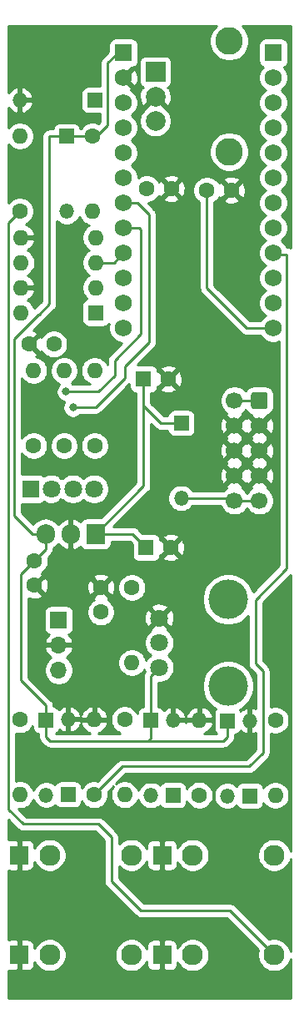
<source format=gbr>
%TF.GenerationSoftware,KiCad,Pcbnew,(5.1.6)-1*%
%TF.CreationDate,2021-07-09T22:50:55+02:00*%
%TF.ProjectId,Quantizer,5175616e-7469-47a6-9572-2e6b69636164,rev?*%
%TF.SameCoordinates,Original*%
%TF.FileFunction,Copper,L1,Top*%
%TF.FilePolarity,Positive*%
%FSLAX46Y46*%
G04 Gerber Fmt 4.6, Leading zero omitted, Abs format (unit mm)*
G04 Created by KiCad (PCBNEW (5.1.6)-1) date 2021-07-09 22:50:55*
%MOMM*%
%LPD*%
G01*
G04 APERTURE LIST*
%TA.AperFunction,ComponentPad*%
%ADD10R,2.000000X2.000000*%
%TD*%
%TA.AperFunction,ComponentPad*%
%ADD11C,2.000000*%
%TD*%
%TA.AperFunction,ComponentPad*%
%ADD12C,2.800000*%
%TD*%
%TA.AperFunction,ComponentPad*%
%ADD13C,1.727200*%
%TD*%
%TA.AperFunction,ComponentPad*%
%ADD14R,1.727200X1.727200*%
%TD*%
%TA.AperFunction,ComponentPad*%
%ADD15O,1.905000X2.000000*%
%TD*%
%TA.AperFunction,ComponentPad*%
%ADD16R,1.905000X2.000000*%
%TD*%
%TA.AperFunction,ComponentPad*%
%ADD17C,1.700000*%
%TD*%
%TA.AperFunction,ComponentPad*%
%ADD18O,1.500000X1.500000*%
%TD*%
%TA.AperFunction,ComponentPad*%
%ADD19R,1.500000X1.500000*%
%TD*%
%TA.AperFunction,ComponentPad*%
%ADD20C,1.600000*%
%TD*%
%TA.AperFunction,ComponentPad*%
%ADD21R,1.600000X1.600000*%
%TD*%
%TA.AperFunction,ComponentPad*%
%ADD22O,1.700000X1.700000*%
%TD*%
%TA.AperFunction,ComponentPad*%
%ADD23R,1.700000X1.700000*%
%TD*%
%TA.AperFunction,ComponentPad*%
%ADD24C,1.800000*%
%TD*%
%TA.AperFunction,ComponentPad*%
%ADD25R,1.800000X1.800000*%
%TD*%
%TA.AperFunction,WasherPad*%
%ADD26C,4.000000*%
%TD*%
%TA.AperFunction,ComponentPad*%
%ADD27O,1.600000X1.600000*%
%TD*%
%TA.AperFunction,ComponentPad*%
%ADD28C,2.130000*%
%TD*%
%TA.AperFunction,ComponentPad*%
%ADD29R,1.830000X1.930000*%
%TD*%
%TA.AperFunction,ViaPad*%
%ADD30C,0.800000*%
%TD*%
%TA.AperFunction,Conductor*%
%ADD31C,0.250000*%
%TD*%
%TA.AperFunction,Conductor*%
%ADD32C,0.254000*%
%TD*%
G04 APERTURE END LIST*
D10*
%TO.P,SW1,A*%
%TO.N,RotaryC*%
X187599600Y-67335400D03*
D11*
%TO.P,SW1,C*%
%TO.N,GND*%
X187599600Y-69835400D03*
%TO.P,SW1,B*%
%TO.N,RotaryB*%
X187599600Y-72335400D03*
D12*
%TO.P,SW1,MP*%
%TO.N,N/C*%
X195099600Y-64235400D03*
X195099600Y-75435400D03*
%TD*%
D13*
%TO.P,XA1,D9*%
%TO.N,RotaryC*%
X199580600Y-93345000D03*
%TO.P,XA1,D8*%
%TO.N,SW2*%
X199580600Y-90805000D03*
%TO.P,XA1,D7*%
%TO.N,SW1*%
X199580600Y-88265000D03*
%TO.P,XA1,D6*%
%TO.N,SlideCV*%
X199580600Y-85725000D03*
%TO.P,XA1,D5*%
%TO.N,Led2*%
X199580600Y-83185000D03*
%TO.P,XA1,D4*%
%TO.N,Led3*%
X199580600Y-80645000D03*
%TO.P,XA1,D3*%
%TO.N,Led1*%
X199580600Y-78105000D03*
%TO.P,XA1,D2*%
%TO.N,Trigger*%
X199580600Y-75565000D03*
%TO.P,XA1,L1*%
%TO.N,Net-(XA1-PadL1)*%
X199580600Y-73025000D03*
%TO.P,XA1,L0*%
%TO.N,Net-(XA1-PadL0)*%
X199580600Y-70485000D03*
%TO.P,XA1,D0*%
%TO.N,Net-(XA1-PadD0)*%
X199580600Y-67945000D03*
D14*
%TO.P,XA1,D1*%
%TO.N,Net-(XA1-PadD1)*%
X199580600Y-65405000D03*
D13*
%TO.P,XA1,D10*%
%TO.N,CS*%
X184340600Y-93345000D03*
D14*
%TO.P,XA1,VIN*%
%TO.N,+5V*%
X184340600Y-65405000D03*
D13*
%TO.P,XA1,GND2*%
%TO.N,GND*%
X184340600Y-67945000D03*
%TO.P,XA1,RST2*%
%TO.N,Net-(XA1-PadRST2)*%
X184340600Y-70485000D03*
%TO.P,XA1,5V1*%
%TO.N,Net-(XA1-Pad5V1)*%
X184340600Y-73025000D03*
%TO.P,XA1,A3*%
%TO.N,Net-(XA1-PadA3)*%
X184340600Y-75565000D03*
%TO.P,XA1,A2*%
%TO.N,Net-(XA1-PadA2)*%
X184340600Y-78105000D03*
%TO.P,XA1,A1*%
%TO.N,SlidePot*%
X184340600Y-80645000D03*
%TO.P,XA1,A0*%
%TO.N,CV*%
X184340600Y-83185000D03*
%TO.P,XA1,D13*%
%TO.N,SCK*%
X184340600Y-85725000D03*
%TO.P,XA1,D12*%
%TO.N,RotaryB*%
X184340600Y-88265000D03*
%TO.P,XA1,D11*%
%TO.N,SDI*%
X184340600Y-90805000D03*
%TD*%
D15*
%TO.P,U2,3*%
%TO.N,+5V*%
X176441200Y-114223800D03*
%TO.P,U2,2*%
%TO.N,GND*%
X178981200Y-114223800D03*
D16*
%TO.P,U2,1*%
%TO.N,Net-(C5-Pad1)*%
X181521200Y-114223800D03*
%TD*%
D17*
%TO.P,J5,10*%
%TO.N,+12V*%
X195630800Y-110845600D03*
%TO.P,J5,8*%
%TO.N,GND*%
X195630800Y-108305600D03*
%TO.P,J5,6*%
X195630800Y-105765600D03*
%TO.P,J5,4*%
X195630800Y-103225600D03*
%TO.P,J5,2*%
%TO.N,Net-(J5-Pad1)*%
X195630800Y-100685600D03*
%TO.P,J5,9*%
%TO.N,+12V*%
X198170800Y-110845600D03*
%TO.P,J5,7*%
%TO.N,GND*%
X198170800Y-108305600D03*
%TO.P,J5,5*%
X198170800Y-105765600D03*
%TO.P,J5,3*%
X198170800Y-103225600D03*
%TO.P,J5,1*%
%TO.N,Net-(J5-Pad1)*%
%TA.AperFunction,ComponentPad*%
G36*
G01*
X199020800Y-100085600D02*
X199020800Y-101285600D01*
G75*
G02*
X198770800Y-101535600I-250000J0D01*
G01*
X197570800Y-101535600D01*
G75*
G02*
X197320800Y-101285600I0J250000D01*
G01*
X197320800Y-100085600D01*
G75*
G02*
X197570800Y-99835600I250000J0D01*
G01*
X198770800Y-99835600D01*
G75*
G02*
X199020800Y-100085600I0J-250000D01*
G01*
G37*
%TD.AperFunction*%
%TD*%
D18*
%TO.P,D10,2*%
%TO.N,+12V*%
X190233400Y-110591600D03*
D19*
%TO.P,D10,1*%
%TO.N,Net-(C5-Pad1)*%
X190233400Y-102971600D03*
%TD*%
D20*
%TO.P,C7,2*%
%TO.N,GND*%
X175298200Y-119441600D03*
%TO.P,C7,1*%
%TO.N,+5V*%
X175298200Y-116941600D03*
%TD*%
%TO.P,C6,2*%
%TO.N,GND*%
X189159800Y-115595400D03*
D21*
%TO.P,C6,1*%
%TO.N,Net-(C5-Pad1)*%
X186659800Y-115595400D03*
%TD*%
D20*
%TO.P,C5,2*%
%TO.N,GND*%
X188898000Y-98501200D03*
D21*
%TO.P,C5,1*%
%TO.N,Net-(C5-Pad1)*%
X186398000Y-98501200D03*
%TD*%
D22*
%TO.P,SW2,3*%
%TO.N,SW2*%
X177769800Y-128041400D03*
%TO.P,SW2,2*%
%TO.N,GND*%
X177769800Y-125501400D03*
D23*
%TO.P,SW2,1*%
%TO.N,SW1*%
X177769800Y-122961400D03*
%TD*%
D24*
%TO.P,D7,4*%
%TO.N,Net-(D7-Pad4)*%
X181368800Y-109651800D03*
%TO.P,D7,3*%
%TO.N,Net-(D7-Pad3)*%
X179209800Y-109651800D03*
%TO.P,D7,2*%
%TO.N,GND*%
X177050800Y-109651800D03*
D25*
%TO.P,D7,1*%
%TO.N,Net-(D7-Pad1)*%
X174891800Y-109651800D03*
%TD*%
D26*
%TO.P,RV1,*%
%TO.N,*%
X194980600Y-129662000D03*
X194980600Y-120862000D03*
D24*
%TO.P,RV1,1*%
%TO.N,+5V*%
X187980600Y-127762000D03*
%TO.P,RV1,2*%
%TO.N,Net-(R1-Pad2)*%
X187980600Y-125262000D03*
%TO.P,RV1,3*%
%TO.N,GND*%
X187980600Y-122762000D03*
%TD*%
D27*
%TO.P,R10,2*%
%TO.N,Led3*%
X178320800Y-97663000D03*
D20*
%TO.P,R10,1*%
%TO.N,Net-(D7-Pad4)*%
X178320800Y-105283000D03*
%TD*%
D27*
%TO.P,R9,2*%
%TO.N,Led2*%
X181419600Y-97663000D03*
D20*
%TO.P,R9,1*%
%TO.N,Net-(D7-Pad3)*%
X181419600Y-105283000D03*
%TD*%
D27*
%TO.P,R8,2*%
%TO.N,Led1*%
X175222000Y-97663000D03*
D20*
%TO.P,R8,1*%
%TO.N,Net-(D7-Pad1)*%
X175222000Y-105283000D03*
%TD*%
D27*
%TO.P,R6,2*%
%TO.N,Net-(D5-Pad2)*%
X199783800Y-140741400D03*
D20*
%TO.P,R6,1*%
%TO.N,Trigger*%
X199783800Y-133121400D03*
%TD*%
D27*
%TO.P,R5,2*%
%TO.N,GND*%
X181368800Y-133070600D03*
D20*
%TO.P,R5,1*%
%TO.N,SlideCV*%
X181368800Y-140690600D03*
%TD*%
D27*
%TO.P,R4,2*%
%TO.N,GND*%
X192062200Y-133096000D03*
D20*
%TO.P,R4,1*%
%TO.N,CV*%
X192062200Y-140716000D03*
%TD*%
D27*
%TO.P,R3,2*%
%TO.N,Net-(J2-PadT)*%
X173825000Y-140690600D03*
D20*
%TO.P,R3,1*%
%TO.N,SlideCV*%
X173825000Y-133070600D03*
%TD*%
D27*
%TO.P,R2,2*%
%TO.N,Net-(J1-PadT)*%
X184467600Y-140690600D03*
D20*
%TO.P,R2,1*%
%TO.N,CV*%
X184467600Y-133070600D03*
%TD*%
D27*
%TO.P,R1,2*%
%TO.N,Net-(R1-Pad2)*%
X185212000Y-127279400D03*
D20*
%TO.P,R1,1*%
%TO.N,SlidePot*%
X185212000Y-119659400D03*
%TD*%
D28*
%TO.P,J3,T*%
%TO.N,Net-(D5-Pad2)*%
X199677600Y-146812000D03*
D29*
%TO.P,J3,S*%
%TO.N,GND*%
X188277600Y-146812000D03*
D28*
%TO.P,J3,TN*%
%TO.N,Net-(J3-PadTN)*%
X191377600Y-146812000D03*
%TD*%
%TO.P,J2,T*%
%TO.N,Net-(J2-PadT)*%
X185148800Y-146812000D03*
D29*
%TO.P,J2,S*%
%TO.N,GND*%
X173748800Y-146812000D03*
D28*
%TO.P,J2,TN*%
%TO.N,Net-(J2-PadTN)*%
X176848800Y-146812000D03*
%TD*%
%TO.P,J1,T*%
%TO.N,Net-(J1-PadT)*%
X185148800Y-156946600D03*
D29*
%TO.P,J1,S*%
%TO.N,GND*%
X173748800Y-156946600D03*
D28*
%TO.P,J1,TN*%
%TO.N,Net-(J1-PadTN)*%
X176848800Y-156946600D03*
%TD*%
D18*
%TO.P,D9,2*%
%TO.N,GND*%
X173807400Y-70205600D03*
D19*
%TO.P,D9,1*%
%TO.N,Net-(D8-Pad2)*%
X181427400Y-70205600D03*
%TD*%
D18*
%TO.P,D6,2*%
%TO.N,GND*%
X197200800Y-133172200D03*
D19*
%TO.P,D6,1*%
%TO.N,Net-(D5-Pad2)*%
X197200800Y-140792200D03*
%TD*%
D18*
%TO.P,D5,2*%
%TO.N,Net-(D5-Pad2)*%
X194907000Y-140792200D03*
D19*
%TO.P,D5,1*%
%TO.N,+5V*%
X194907000Y-133172200D03*
%TD*%
D18*
%TO.P,D4,2*%
%TO.N,GND*%
X178709600Y-133019800D03*
D19*
%TO.P,D4,1*%
%TO.N,SlideCV*%
X178709600Y-140639800D03*
%TD*%
D18*
%TO.P,D3,2*%
%TO.N,SlideCV*%
X176492000Y-140716000D03*
D19*
%TO.P,D3,1*%
%TO.N,+5V*%
X176492000Y-133096000D03*
%TD*%
D18*
%TO.P,D2,2*%
%TO.N,GND*%
X189377600Y-133096000D03*
D19*
%TO.P,D2,1*%
%TO.N,CV*%
X189377600Y-140716000D03*
%TD*%
D18*
%TO.P,D1,2*%
%TO.N,CV*%
X187134600Y-140741400D03*
D19*
%TO.P,D1,1*%
%TO.N,+5V*%
X187134600Y-133121400D03*
%TD*%
D20*
%TO.P,C3,2*%
%TO.N,GND*%
X195332000Y-79349600D03*
%TO.P,C3,1*%
%TO.N,RotaryC*%
X192832000Y-79349600D03*
%TD*%
%TO.P,C2,2*%
%TO.N,GND*%
X189210600Y-79197200D03*
%TO.P,C2,1*%
%TO.N,RotaryB*%
X186710600Y-79197200D03*
%TD*%
%TO.P,C1,2*%
%TO.N,GND*%
X182062400Y-119648600D03*
%TO.P,C1,1*%
%TO.N,SlidePot*%
X182062400Y-122148600D03*
%TD*%
D27*
%TO.P,U1,8*%
%TO.N,Net-(R12-Pad2)*%
X173942400Y-91770200D03*
%TO.P,U1,4*%
%TO.N,SDI*%
X181562400Y-84150200D03*
%TO.P,U1,7*%
%TO.N,GND*%
X173942400Y-89230200D03*
%TO.P,U1,3*%
%TO.N,SCK*%
X181562400Y-86690200D03*
%TO.P,U1,6*%
%TO.N,Net-(C4-Pad2)*%
X173942400Y-86690200D03*
%TO.P,U1,2*%
%TO.N,CS*%
X181562400Y-89230200D03*
%TO.P,U1,5*%
%TO.N,GND*%
X173942400Y-84150200D03*
D21*
%TO.P,U1,1*%
%TO.N,Net-(C4-Pad2)*%
X181562400Y-91770200D03*
%TD*%
D28*
%TO.P,J4,T*%
%TO.N,Net-(D8-Pad2)*%
X199677600Y-156946600D03*
D29*
%TO.P,J4,S*%
%TO.N,GND*%
X188277600Y-156946600D03*
D28*
%TO.P,J4,TN*%
%TO.N,Net-(J4-PadTN)*%
X191377600Y-156946600D03*
%TD*%
D18*
%TO.P,D8,2*%
%TO.N,Net-(D8-Pad2)*%
X178574800Y-81508600D03*
D19*
%TO.P,D8,1*%
%TO.N,+5V*%
X178574800Y-73888600D03*
%TD*%
D27*
%TO.P,R12,2*%
%TO.N,Net-(R12-Pad2)*%
X173807400Y-73863200D03*
D20*
%TO.P,R12,1*%
%TO.N,Net-(D8-Pad2)*%
X173807400Y-81483200D03*
%TD*%
D27*
%TO.P,R7,2*%
%TO.N,Net-(C4-Pad2)*%
X181191000Y-81508600D03*
D20*
%TO.P,R7,1*%
%TO.N,+5V*%
X181191000Y-73888600D03*
%TD*%
%TO.P,C4,2*%
%TO.N,Net-(C4-Pad2)*%
X177264800Y-94970600D03*
%TO.P,C4,1*%
%TO.N,GND*%
X174764800Y-94970600D03*
%TD*%
D30*
%TO.N,CV*%
X178531800Y-99796600D03*
%TO.N,SlidePot*%
X179217600Y-101396800D03*
%TD*%
D31*
%TO.N,+5V*%
X176441200Y-115798600D02*
X175298200Y-116941600D01*
X176441200Y-114223800D02*
X176441200Y-115798600D01*
X175298200Y-116941600D02*
X173959800Y-118280000D01*
X173959800Y-118280000D02*
X173959800Y-129082800D01*
X176492000Y-131615000D02*
X176492000Y-133096000D01*
X173959800Y-129082800D02*
X176492000Y-131615000D01*
X176492000Y-133096000D02*
X176492000Y-134815400D01*
X176492000Y-134815400D02*
X176880800Y-135204200D01*
X176880800Y-135204200D02*
X186837600Y-135204200D01*
X187134600Y-134907200D02*
X187134600Y-133121400D01*
X186837600Y-135204200D02*
X187134600Y-134907200D01*
X194907000Y-133172200D02*
X194907000Y-134831000D01*
X194533800Y-135204200D02*
X186837600Y-135204200D01*
X194907000Y-134831000D02*
X194533800Y-135204200D01*
X178574800Y-73888600D02*
X181191000Y-73888600D01*
X184340600Y-65405000D02*
X183789600Y-65405000D01*
X183789600Y-65405000D02*
X182748200Y-66446400D01*
X182748200Y-66446400D02*
X182748200Y-72745600D01*
X181605200Y-73888600D02*
X181191000Y-73888600D01*
X182748200Y-72745600D02*
X181605200Y-73888600D01*
X187134600Y-128608000D02*
X187980600Y-127762000D01*
X187134600Y-133121400D02*
X187134600Y-128608000D01*
X175133000Y-114223800D02*
X173253400Y-112344200D01*
X176441200Y-114223800D02*
X175133000Y-114223800D01*
X176809400Y-73888600D02*
X178574800Y-73888600D01*
X173253400Y-112344200D02*
X173253400Y-94437200D01*
X173253400Y-94437200D02*
X175717200Y-91973400D01*
X175717200Y-91973400D02*
X175742600Y-91973400D01*
X176809400Y-90906600D02*
X176809400Y-73888600D01*
X175742600Y-91973400D02*
X176809400Y-90906600D01*
%TO.N,SCK*%
X183375400Y-86690200D02*
X184340600Y-85725000D01*
X181562400Y-86690200D02*
X183375400Y-86690200D01*
%TO.N,SlideCV*%
X199529800Y-85775800D02*
X199580600Y-85725000D01*
X181368800Y-140690600D02*
X184239000Y-137820400D01*
X184239000Y-137820400D02*
X197124600Y-137820400D01*
X197124600Y-137820400D02*
X198521600Y-136423400D01*
X198521600Y-136423400D02*
X198521600Y-128143000D01*
X198521600Y-128143000D02*
X197759600Y-127381000D01*
X197759600Y-127381000D02*
X197759600Y-120904000D01*
X197759600Y-120904000D02*
X200949990Y-117713610D01*
X200949990Y-117713610D02*
X200949990Y-85852000D01*
X199707600Y-85852000D02*
X199580600Y-85725000D01*
X200949990Y-85852000D02*
X199707600Y-85852000D01*
%TO.N,CV*%
X178531800Y-99796600D02*
X181833800Y-99796600D01*
X181833800Y-99796600D02*
X183484800Y-98145600D01*
X183484800Y-98145600D02*
X183484800Y-96596200D01*
X183484800Y-96596200D02*
X186151800Y-93929200D01*
X186151800Y-93929200D02*
X186151800Y-83362800D01*
X185974000Y-83185000D02*
X184340600Y-83185000D01*
X186151800Y-83362800D02*
X185974000Y-83185000D01*
%TO.N,RotaryC*%
X199580600Y-93345000D02*
X196870600Y-93345000D01*
X196870600Y-93345000D02*
X192832000Y-89306400D01*
X192832000Y-79349600D02*
X192832000Y-89306400D01*
%TO.N,SlidePot*%
X181533800Y-101371400D02*
X184531000Y-98374200D01*
X184531000Y-98374200D02*
X184531000Y-97205800D01*
X184531000Y-97205800D02*
X186969400Y-94767400D01*
X186969400Y-94767400D02*
X186969400Y-81838800D01*
X185775600Y-80645000D02*
X184340600Y-80645000D01*
X186969400Y-81838800D02*
X185775600Y-80645000D01*
X179243000Y-101371400D02*
X179217600Y-101396800D01*
X181533800Y-101371400D02*
X179243000Y-101371400D01*
%TO.N,Net-(D7-Pad3)*%
X179217600Y-109644000D02*
X179209800Y-109651800D01*
%TO.N,Net-(D8-Pad2)*%
X172650010Y-82640590D02*
X173807400Y-81483200D01*
X172650010Y-142149410D02*
X172650010Y-82640590D01*
X199677600Y-156946600D02*
X195156400Y-152425400D01*
X195156400Y-152425400D02*
X186101000Y-152425400D01*
X186101000Y-152425400D02*
X183129200Y-149453600D01*
X174163000Y-143662400D02*
X172650010Y-142149410D01*
X183129200Y-149453600D02*
X183129200Y-145008600D01*
X181783000Y-143662400D02*
X174163000Y-143662400D01*
X183129200Y-145008600D02*
X181783000Y-143662400D01*
%TO.N,Net-(C5-Pad1)*%
X190233400Y-102971600D02*
X188133000Y-102971600D01*
X188133000Y-102971600D02*
X186398000Y-101236600D01*
X186398000Y-101236600D02*
X186398000Y-101049000D01*
X186398000Y-101049000D02*
X186398000Y-98501200D01*
X186398000Y-101049000D02*
X186398000Y-109347000D01*
X186398000Y-109347000D02*
X181521200Y-114223800D01*
X185288200Y-114223800D02*
X186659800Y-115595400D01*
X181521200Y-114223800D02*
X185288200Y-114223800D01*
%TO.N,+12V*%
X194856200Y-110591600D02*
X194983200Y-110718600D01*
X195376800Y-110591600D02*
X195630800Y-110845600D01*
X190233400Y-110591600D02*
X195376800Y-110591600D01*
X195630800Y-110845600D02*
X198170800Y-110845600D01*
%TO.N,Net-(J5-Pad1)*%
X195630800Y-100685600D02*
X198170800Y-100685600D01*
%TD*%
D32*
%TO.N,GND*%
G36*
X173599200Y-144173402D02*
G01*
X173622999Y-144202401D01*
X173651997Y-144226199D01*
X173738723Y-144297374D01*
X173870753Y-144367946D01*
X174014014Y-144411403D01*
X174125667Y-144422400D01*
X174125677Y-144422400D01*
X174163000Y-144426076D01*
X174200323Y-144422400D01*
X181468199Y-144422400D01*
X182369201Y-145323403D01*
X182369200Y-149416277D01*
X182365524Y-149453600D01*
X182369200Y-149490922D01*
X182369200Y-149490932D01*
X182380197Y-149602585D01*
X182423654Y-149745846D01*
X182494226Y-149877876D01*
X182534071Y-149926426D01*
X182589199Y-149993601D01*
X182618203Y-150017404D01*
X185537200Y-152936402D01*
X185560999Y-152965401D01*
X185676724Y-153060374D01*
X185808753Y-153130946D01*
X185952014Y-153174403D01*
X186063667Y-153185400D01*
X186063677Y-153185400D01*
X186101000Y-153189076D01*
X186138323Y-153185400D01*
X194841599Y-153185400D01*
X198061674Y-156405476D01*
X198042930Y-156450728D01*
X197977600Y-156779165D01*
X197977600Y-157114035D01*
X198042930Y-157442472D01*
X198171079Y-157751852D01*
X198357123Y-158030287D01*
X198593913Y-158267077D01*
X198872348Y-158453121D01*
X199181728Y-158581270D01*
X199510165Y-158646600D01*
X199845035Y-158646600D01*
X200173472Y-158581270D01*
X200482852Y-158453121D01*
X200761287Y-158267077D01*
X200998077Y-158030287D01*
X201184121Y-157751852D01*
X201312270Y-157442472D01*
X201340000Y-157303063D01*
X201340000Y-161340000D01*
X172660000Y-161340000D01*
X172660000Y-158522452D01*
X172709318Y-158537412D01*
X172833800Y-158549672D01*
X173463050Y-158546600D01*
X173621800Y-158387850D01*
X173621800Y-157073600D01*
X173601800Y-157073600D01*
X173601800Y-156819600D01*
X173621800Y-156819600D01*
X173621800Y-155505350D01*
X173875800Y-155505350D01*
X173875800Y-156819600D01*
X173895800Y-156819600D01*
X173895800Y-157073600D01*
X173875800Y-157073600D01*
X173875800Y-158387850D01*
X174034550Y-158546600D01*
X174663800Y-158549672D01*
X174788282Y-158537412D01*
X174907980Y-158501102D01*
X175018294Y-158442137D01*
X175114985Y-158362785D01*
X175194337Y-158266094D01*
X175253302Y-158155780D01*
X175289612Y-158036082D01*
X175301872Y-157911600D01*
X175300695Y-157651460D01*
X175342279Y-157751852D01*
X175528323Y-158030287D01*
X175765113Y-158267077D01*
X176043548Y-158453121D01*
X176352928Y-158581270D01*
X176681365Y-158646600D01*
X177016235Y-158646600D01*
X177344672Y-158581270D01*
X177654052Y-158453121D01*
X177932487Y-158267077D01*
X178169277Y-158030287D01*
X178355321Y-157751852D01*
X178483470Y-157442472D01*
X178548800Y-157114035D01*
X178548800Y-156779165D01*
X183448800Y-156779165D01*
X183448800Y-157114035D01*
X183514130Y-157442472D01*
X183642279Y-157751852D01*
X183828323Y-158030287D01*
X184065113Y-158267077D01*
X184343548Y-158453121D01*
X184652928Y-158581270D01*
X184981365Y-158646600D01*
X185316235Y-158646600D01*
X185644672Y-158581270D01*
X185954052Y-158453121D01*
X186232487Y-158267077D01*
X186469277Y-158030287D01*
X186655321Y-157751852D01*
X186726022Y-157581163D01*
X186724528Y-157911600D01*
X186736788Y-158036082D01*
X186773098Y-158155780D01*
X186832063Y-158266094D01*
X186911415Y-158362785D01*
X187008106Y-158442137D01*
X187118420Y-158501102D01*
X187238118Y-158537412D01*
X187362600Y-158549672D01*
X187991850Y-158546600D01*
X188150600Y-158387850D01*
X188150600Y-157073600D01*
X188130600Y-157073600D01*
X188130600Y-156819600D01*
X188150600Y-156819600D01*
X188150600Y-155505350D01*
X188404600Y-155505350D01*
X188404600Y-156819600D01*
X188424600Y-156819600D01*
X188424600Y-157073600D01*
X188404600Y-157073600D01*
X188404600Y-158387850D01*
X188563350Y-158546600D01*
X189192600Y-158549672D01*
X189317082Y-158537412D01*
X189436780Y-158501102D01*
X189547094Y-158442137D01*
X189643785Y-158362785D01*
X189723137Y-158266094D01*
X189782102Y-158155780D01*
X189818412Y-158036082D01*
X189830672Y-157911600D01*
X189829495Y-157651460D01*
X189871079Y-157751852D01*
X190057123Y-158030287D01*
X190293913Y-158267077D01*
X190572348Y-158453121D01*
X190881728Y-158581270D01*
X191210165Y-158646600D01*
X191545035Y-158646600D01*
X191873472Y-158581270D01*
X192182852Y-158453121D01*
X192461287Y-158267077D01*
X192698077Y-158030287D01*
X192884121Y-157751852D01*
X193012270Y-157442472D01*
X193077600Y-157114035D01*
X193077600Y-156779165D01*
X193012270Y-156450728D01*
X192884121Y-156141348D01*
X192698077Y-155862913D01*
X192461287Y-155626123D01*
X192182852Y-155440079D01*
X191873472Y-155311930D01*
X191545035Y-155246600D01*
X191210165Y-155246600D01*
X190881728Y-155311930D01*
X190572348Y-155440079D01*
X190293913Y-155626123D01*
X190057123Y-155862913D01*
X189871079Y-156141348D01*
X189829495Y-156241740D01*
X189830672Y-155981600D01*
X189818412Y-155857118D01*
X189782102Y-155737420D01*
X189723137Y-155627106D01*
X189643785Y-155530415D01*
X189547094Y-155451063D01*
X189436780Y-155392098D01*
X189317082Y-155355788D01*
X189192600Y-155343528D01*
X188563350Y-155346600D01*
X188404600Y-155505350D01*
X188150600Y-155505350D01*
X187991850Y-155346600D01*
X187362600Y-155343528D01*
X187238118Y-155355788D01*
X187118420Y-155392098D01*
X187008106Y-155451063D01*
X186911415Y-155530415D01*
X186832063Y-155627106D01*
X186773098Y-155737420D01*
X186736788Y-155857118D01*
X186724528Y-155981600D01*
X186726022Y-156312037D01*
X186655321Y-156141348D01*
X186469277Y-155862913D01*
X186232487Y-155626123D01*
X185954052Y-155440079D01*
X185644672Y-155311930D01*
X185316235Y-155246600D01*
X184981365Y-155246600D01*
X184652928Y-155311930D01*
X184343548Y-155440079D01*
X184065113Y-155626123D01*
X183828323Y-155862913D01*
X183642279Y-156141348D01*
X183514130Y-156450728D01*
X183448800Y-156779165D01*
X178548800Y-156779165D01*
X178483470Y-156450728D01*
X178355321Y-156141348D01*
X178169277Y-155862913D01*
X177932487Y-155626123D01*
X177654052Y-155440079D01*
X177344672Y-155311930D01*
X177016235Y-155246600D01*
X176681365Y-155246600D01*
X176352928Y-155311930D01*
X176043548Y-155440079D01*
X175765113Y-155626123D01*
X175528323Y-155862913D01*
X175342279Y-156141348D01*
X175300695Y-156241740D01*
X175301872Y-155981600D01*
X175289612Y-155857118D01*
X175253302Y-155737420D01*
X175194337Y-155627106D01*
X175114985Y-155530415D01*
X175018294Y-155451063D01*
X174907980Y-155392098D01*
X174788282Y-155355788D01*
X174663800Y-155343528D01*
X174034550Y-155346600D01*
X173875800Y-155505350D01*
X173621800Y-155505350D01*
X173463050Y-155346600D01*
X172833800Y-155343528D01*
X172709318Y-155355788D01*
X172660000Y-155370748D01*
X172660000Y-148387852D01*
X172709318Y-148402812D01*
X172833800Y-148415072D01*
X173463050Y-148412000D01*
X173621800Y-148253250D01*
X173621800Y-146939000D01*
X173601800Y-146939000D01*
X173601800Y-146685000D01*
X173621800Y-146685000D01*
X173621800Y-145370750D01*
X173875800Y-145370750D01*
X173875800Y-146685000D01*
X173895800Y-146685000D01*
X173895800Y-146939000D01*
X173875800Y-146939000D01*
X173875800Y-148253250D01*
X174034550Y-148412000D01*
X174663800Y-148415072D01*
X174788282Y-148402812D01*
X174907980Y-148366502D01*
X175018294Y-148307537D01*
X175114985Y-148228185D01*
X175194337Y-148131494D01*
X175253302Y-148021180D01*
X175289612Y-147901482D01*
X175301872Y-147777000D01*
X175300695Y-147516860D01*
X175342279Y-147617252D01*
X175528323Y-147895687D01*
X175765113Y-148132477D01*
X176043548Y-148318521D01*
X176352928Y-148446670D01*
X176681365Y-148512000D01*
X177016235Y-148512000D01*
X177344672Y-148446670D01*
X177654052Y-148318521D01*
X177932487Y-148132477D01*
X178169277Y-147895687D01*
X178355321Y-147617252D01*
X178483470Y-147307872D01*
X178548800Y-146979435D01*
X178548800Y-146644565D01*
X178483470Y-146316128D01*
X178355321Y-146006748D01*
X178169277Y-145728313D01*
X177932487Y-145491523D01*
X177654052Y-145305479D01*
X177344672Y-145177330D01*
X177016235Y-145112000D01*
X176681365Y-145112000D01*
X176352928Y-145177330D01*
X176043548Y-145305479D01*
X175765113Y-145491523D01*
X175528323Y-145728313D01*
X175342279Y-146006748D01*
X175300695Y-146107140D01*
X175301872Y-145847000D01*
X175289612Y-145722518D01*
X175253302Y-145602820D01*
X175194337Y-145492506D01*
X175114985Y-145395815D01*
X175018294Y-145316463D01*
X174907980Y-145257498D01*
X174788282Y-145221188D01*
X174663800Y-145208928D01*
X174034550Y-145212000D01*
X173875800Y-145370750D01*
X173621800Y-145370750D01*
X173463050Y-145212000D01*
X172833800Y-145208928D01*
X172709318Y-145221188D01*
X172660000Y-145236148D01*
X172660000Y-143234201D01*
X173599200Y-144173402D01*
G37*
X173599200Y-144173402D02*
X173622999Y-144202401D01*
X173651997Y-144226199D01*
X173738723Y-144297374D01*
X173870753Y-144367946D01*
X174014014Y-144411403D01*
X174125667Y-144422400D01*
X174125677Y-144422400D01*
X174163000Y-144426076D01*
X174200323Y-144422400D01*
X181468199Y-144422400D01*
X182369201Y-145323403D01*
X182369200Y-149416277D01*
X182365524Y-149453600D01*
X182369200Y-149490922D01*
X182369200Y-149490932D01*
X182380197Y-149602585D01*
X182423654Y-149745846D01*
X182494226Y-149877876D01*
X182534071Y-149926426D01*
X182589199Y-149993601D01*
X182618203Y-150017404D01*
X185537200Y-152936402D01*
X185560999Y-152965401D01*
X185676724Y-153060374D01*
X185808753Y-153130946D01*
X185952014Y-153174403D01*
X186063667Y-153185400D01*
X186063677Y-153185400D01*
X186101000Y-153189076D01*
X186138323Y-153185400D01*
X194841599Y-153185400D01*
X198061674Y-156405476D01*
X198042930Y-156450728D01*
X197977600Y-156779165D01*
X197977600Y-157114035D01*
X198042930Y-157442472D01*
X198171079Y-157751852D01*
X198357123Y-158030287D01*
X198593913Y-158267077D01*
X198872348Y-158453121D01*
X199181728Y-158581270D01*
X199510165Y-158646600D01*
X199845035Y-158646600D01*
X200173472Y-158581270D01*
X200482852Y-158453121D01*
X200761287Y-158267077D01*
X200998077Y-158030287D01*
X201184121Y-157751852D01*
X201312270Y-157442472D01*
X201340000Y-157303063D01*
X201340000Y-161340000D01*
X172660000Y-161340000D01*
X172660000Y-158522452D01*
X172709318Y-158537412D01*
X172833800Y-158549672D01*
X173463050Y-158546600D01*
X173621800Y-158387850D01*
X173621800Y-157073600D01*
X173601800Y-157073600D01*
X173601800Y-156819600D01*
X173621800Y-156819600D01*
X173621800Y-155505350D01*
X173875800Y-155505350D01*
X173875800Y-156819600D01*
X173895800Y-156819600D01*
X173895800Y-157073600D01*
X173875800Y-157073600D01*
X173875800Y-158387850D01*
X174034550Y-158546600D01*
X174663800Y-158549672D01*
X174788282Y-158537412D01*
X174907980Y-158501102D01*
X175018294Y-158442137D01*
X175114985Y-158362785D01*
X175194337Y-158266094D01*
X175253302Y-158155780D01*
X175289612Y-158036082D01*
X175301872Y-157911600D01*
X175300695Y-157651460D01*
X175342279Y-157751852D01*
X175528323Y-158030287D01*
X175765113Y-158267077D01*
X176043548Y-158453121D01*
X176352928Y-158581270D01*
X176681365Y-158646600D01*
X177016235Y-158646600D01*
X177344672Y-158581270D01*
X177654052Y-158453121D01*
X177932487Y-158267077D01*
X178169277Y-158030287D01*
X178355321Y-157751852D01*
X178483470Y-157442472D01*
X178548800Y-157114035D01*
X178548800Y-156779165D01*
X183448800Y-156779165D01*
X183448800Y-157114035D01*
X183514130Y-157442472D01*
X183642279Y-157751852D01*
X183828323Y-158030287D01*
X184065113Y-158267077D01*
X184343548Y-158453121D01*
X184652928Y-158581270D01*
X184981365Y-158646600D01*
X185316235Y-158646600D01*
X185644672Y-158581270D01*
X185954052Y-158453121D01*
X186232487Y-158267077D01*
X186469277Y-158030287D01*
X186655321Y-157751852D01*
X186726022Y-157581163D01*
X186724528Y-157911600D01*
X186736788Y-158036082D01*
X186773098Y-158155780D01*
X186832063Y-158266094D01*
X186911415Y-158362785D01*
X187008106Y-158442137D01*
X187118420Y-158501102D01*
X187238118Y-158537412D01*
X187362600Y-158549672D01*
X187991850Y-158546600D01*
X188150600Y-158387850D01*
X188150600Y-157073600D01*
X188130600Y-157073600D01*
X188130600Y-156819600D01*
X188150600Y-156819600D01*
X188150600Y-155505350D01*
X188404600Y-155505350D01*
X188404600Y-156819600D01*
X188424600Y-156819600D01*
X188424600Y-157073600D01*
X188404600Y-157073600D01*
X188404600Y-158387850D01*
X188563350Y-158546600D01*
X189192600Y-158549672D01*
X189317082Y-158537412D01*
X189436780Y-158501102D01*
X189547094Y-158442137D01*
X189643785Y-158362785D01*
X189723137Y-158266094D01*
X189782102Y-158155780D01*
X189818412Y-158036082D01*
X189830672Y-157911600D01*
X189829495Y-157651460D01*
X189871079Y-157751852D01*
X190057123Y-158030287D01*
X190293913Y-158267077D01*
X190572348Y-158453121D01*
X190881728Y-158581270D01*
X191210165Y-158646600D01*
X191545035Y-158646600D01*
X191873472Y-158581270D01*
X192182852Y-158453121D01*
X192461287Y-158267077D01*
X192698077Y-158030287D01*
X192884121Y-157751852D01*
X193012270Y-157442472D01*
X193077600Y-157114035D01*
X193077600Y-156779165D01*
X193012270Y-156450728D01*
X192884121Y-156141348D01*
X192698077Y-155862913D01*
X192461287Y-155626123D01*
X192182852Y-155440079D01*
X191873472Y-155311930D01*
X191545035Y-155246600D01*
X191210165Y-155246600D01*
X190881728Y-155311930D01*
X190572348Y-155440079D01*
X190293913Y-155626123D01*
X190057123Y-155862913D01*
X189871079Y-156141348D01*
X189829495Y-156241740D01*
X189830672Y-155981600D01*
X189818412Y-155857118D01*
X189782102Y-155737420D01*
X189723137Y-155627106D01*
X189643785Y-155530415D01*
X189547094Y-155451063D01*
X189436780Y-155392098D01*
X189317082Y-155355788D01*
X189192600Y-155343528D01*
X188563350Y-155346600D01*
X188404600Y-155505350D01*
X188150600Y-155505350D01*
X187991850Y-155346600D01*
X187362600Y-155343528D01*
X187238118Y-155355788D01*
X187118420Y-155392098D01*
X187008106Y-155451063D01*
X186911415Y-155530415D01*
X186832063Y-155627106D01*
X186773098Y-155737420D01*
X186736788Y-155857118D01*
X186724528Y-155981600D01*
X186726022Y-156312037D01*
X186655321Y-156141348D01*
X186469277Y-155862913D01*
X186232487Y-155626123D01*
X185954052Y-155440079D01*
X185644672Y-155311930D01*
X185316235Y-155246600D01*
X184981365Y-155246600D01*
X184652928Y-155311930D01*
X184343548Y-155440079D01*
X184065113Y-155626123D01*
X183828323Y-155862913D01*
X183642279Y-156141348D01*
X183514130Y-156450728D01*
X183448800Y-156779165D01*
X178548800Y-156779165D01*
X178483470Y-156450728D01*
X178355321Y-156141348D01*
X178169277Y-155862913D01*
X177932487Y-155626123D01*
X177654052Y-155440079D01*
X177344672Y-155311930D01*
X177016235Y-155246600D01*
X176681365Y-155246600D01*
X176352928Y-155311930D01*
X176043548Y-155440079D01*
X175765113Y-155626123D01*
X175528323Y-155862913D01*
X175342279Y-156141348D01*
X175300695Y-156241740D01*
X175301872Y-155981600D01*
X175289612Y-155857118D01*
X175253302Y-155737420D01*
X175194337Y-155627106D01*
X175114985Y-155530415D01*
X175018294Y-155451063D01*
X174907980Y-155392098D01*
X174788282Y-155355788D01*
X174663800Y-155343528D01*
X174034550Y-155346600D01*
X173875800Y-155505350D01*
X173621800Y-155505350D01*
X173463050Y-155346600D01*
X172833800Y-155343528D01*
X172709318Y-155355788D01*
X172660000Y-155370748D01*
X172660000Y-148387852D01*
X172709318Y-148402812D01*
X172833800Y-148415072D01*
X173463050Y-148412000D01*
X173621800Y-148253250D01*
X173621800Y-146939000D01*
X173601800Y-146939000D01*
X173601800Y-146685000D01*
X173621800Y-146685000D01*
X173621800Y-145370750D01*
X173875800Y-145370750D01*
X173875800Y-146685000D01*
X173895800Y-146685000D01*
X173895800Y-146939000D01*
X173875800Y-146939000D01*
X173875800Y-148253250D01*
X174034550Y-148412000D01*
X174663800Y-148415072D01*
X174788282Y-148402812D01*
X174907980Y-148366502D01*
X175018294Y-148307537D01*
X175114985Y-148228185D01*
X175194337Y-148131494D01*
X175253302Y-148021180D01*
X175289612Y-147901482D01*
X175301872Y-147777000D01*
X175300695Y-147516860D01*
X175342279Y-147617252D01*
X175528323Y-147895687D01*
X175765113Y-148132477D01*
X176043548Y-148318521D01*
X176352928Y-148446670D01*
X176681365Y-148512000D01*
X177016235Y-148512000D01*
X177344672Y-148446670D01*
X177654052Y-148318521D01*
X177932487Y-148132477D01*
X178169277Y-147895687D01*
X178355321Y-147617252D01*
X178483470Y-147307872D01*
X178548800Y-146979435D01*
X178548800Y-146644565D01*
X178483470Y-146316128D01*
X178355321Y-146006748D01*
X178169277Y-145728313D01*
X177932487Y-145491523D01*
X177654052Y-145305479D01*
X177344672Y-145177330D01*
X177016235Y-145112000D01*
X176681365Y-145112000D01*
X176352928Y-145177330D01*
X176043548Y-145305479D01*
X175765113Y-145491523D01*
X175528323Y-145728313D01*
X175342279Y-146006748D01*
X175300695Y-146107140D01*
X175301872Y-145847000D01*
X175289612Y-145722518D01*
X175253302Y-145602820D01*
X175194337Y-145492506D01*
X175114985Y-145395815D01*
X175018294Y-145316463D01*
X174907980Y-145257498D01*
X174788282Y-145221188D01*
X174663800Y-145208928D01*
X174034550Y-145212000D01*
X173875800Y-145370750D01*
X173621800Y-145370750D01*
X173463050Y-145212000D01*
X172833800Y-145208928D01*
X172709318Y-145221188D01*
X172660000Y-145236148D01*
X172660000Y-143234201D01*
X173599200Y-144173402D01*
G36*
X201340000Y-146455537D02*
G01*
X201312270Y-146316128D01*
X201184121Y-146006748D01*
X200998077Y-145728313D01*
X200761287Y-145491523D01*
X200482852Y-145305479D01*
X200173472Y-145177330D01*
X199845035Y-145112000D01*
X199510165Y-145112000D01*
X199181728Y-145177330D01*
X198872348Y-145305479D01*
X198593913Y-145491523D01*
X198357123Y-145728313D01*
X198171079Y-146006748D01*
X198042930Y-146316128D01*
X197977600Y-146644565D01*
X197977600Y-146979435D01*
X198042930Y-147307872D01*
X198171079Y-147617252D01*
X198357123Y-147895687D01*
X198593913Y-148132477D01*
X198872348Y-148318521D01*
X199181728Y-148446670D01*
X199510165Y-148512000D01*
X199845035Y-148512000D01*
X200173472Y-148446670D01*
X200482852Y-148318521D01*
X200761287Y-148132477D01*
X200998077Y-147895687D01*
X201184121Y-147617252D01*
X201312270Y-147307872D01*
X201340000Y-147168463D01*
X201340000Y-156590137D01*
X201312270Y-156450728D01*
X201184121Y-156141348D01*
X200998077Y-155862913D01*
X200761287Y-155626123D01*
X200482852Y-155440079D01*
X200173472Y-155311930D01*
X199845035Y-155246600D01*
X199510165Y-155246600D01*
X199181728Y-155311930D01*
X199136476Y-155330674D01*
X195720204Y-151914403D01*
X195696401Y-151885399D01*
X195580676Y-151790426D01*
X195448647Y-151719854D01*
X195305386Y-151676397D01*
X195193733Y-151665400D01*
X195193722Y-151665400D01*
X195156400Y-151661724D01*
X195119078Y-151665400D01*
X186415802Y-151665400D01*
X183889200Y-149138799D01*
X183889200Y-147956564D01*
X184065113Y-148132477D01*
X184343548Y-148318521D01*
X184652928Y-148446670D01*
X184981365Y-148512000D01*
X185316235Y-148512000D01*
X185644672Y-148446670D01*
X185954052Y-148318521D01*
X186232487Y-148132477D01*
X186469277Y-147895687D01*
X186655321Y-147617252D01*
X186726022Y-147446563D01*
X186724528Y-147777000D01*
X186736788Y-147901482D01*
X186773098Y-148021180D01*
X186832063Y-148131494D01*
X186911415Y-148228185D01*
X187008106Y-148307537D01*
X187118420Y-148366502D01*
X187238118Y-148402812D01*
X187362600Y-148415072D01*
X187991850Y-148412000D01*
X188150600Y-148253250D01*
X188150600Y-146939000D01*
X188130600Y-146939000D01*
X188130600Y-146685000D01*
X188150600Y-146685000D01*
X188150600Y-145370750D01*
X188404600Y-145370750D01*
X188404600Y-146685000D01*
X188424600Y-146685000D01*
X188424600Y-146939000D01*
X188404600Y-146939000D01*
X188404600Y-148253250D01*
X188563350Y-148412000D01*
X189192600Y-148415072D01*
X189317082Y-148402812D01*
X189436780Y-148366502D01*
X189547094Y-148307537D01*
X189643785Y-148228185D01*
X189723137Y-148131494D01*
X189782102Y-148021180D01*
X189818412Y-147901482D01*
X189830672Y-147777000D01*
X189829495Y-147516860D01*
X189871079Y-147617252D01*
X190057123Y-147895687D01*
X190293913Y-148132477D01*
X190572348Y-148318521D01*
X190881728Y-148446670D01*
X191210165Y-148512000D01*
X191545035Y-148512000D01*
X191873472Y-148446670D01*
X192182852Y-148318521D01*
X192461287Y-148132477D01*
X192698077Y-147895687D01*
X192884121Y-147617252D01*
X193012270Y-147307872D01*
X193077600Y-146979435D01*
X193077600Y-146644565D01*
X193012270Y-146316128D01*
X192884121Y-146006748D01*
X192698077Y-145728313D01*
X192461287Y-145491523D01*
X192182852Y-145305479D01*
X191873472Y-145177330D01*
X191545035Y-145112000D01*
X191210165Y-145112000D01*
X190881728Y-145177330D01*
X190572348Y-145305479D01*
X190293913Y-145491523D01*
X190057123Y-145728313D01*
X189871079Y-146006748D01*
X189829495Y-146107140D01*
X189830672Y-145847000D01*
X189818412Y-145722518D01*
X189782102Y-145602820D01*
X189723137Y-145492506D01*
X189643785Y-145395815D01*
X189547094Y-145316463D01*
X189436780Y-145257498D01*
X189317082Y-145221188D01*
X189192600Y-145208928D01*
X188563350Y-145212000D01*
X188404600Y-145370750D01*
X188150600Y-145370750D01*
X187991850Y-145212000D01*
X187362600Y-145208928D01*
X187238118Y-145221188D01*
X187118420Y-145257498D01*
X187008106Y-145316463D01*
X186911415Y-145395815D01*
X186832063Y-145492506D01*
X186773098Y-145602820D01*
X186736788Y-145722518D01*
X186724528Y-145847000D01*
X186726022Y-146177437D01*
X186655321Y-146006748D01*
X186469277Y-145728313D01*
X186232487Y-145491523D01*
X185954052Y-145305479D01*
X185644672Y-145177330D01*
X185316235Y-145112000D01*
X184981365Y-145112000D01*
X184652928Y-145177330D01*
X184343548Y-145305479D01*
X184065113Y-145491523D01*
X183889200Y-145667436D01*
X183889200Y-145045922D01*
X183892876Y-145008599D01*
X183889200Y-144971276D01*
X183889200Y-144971267D01*
X183878203Y-144859614D01*
X183834746Y-144716353D01*
X183764174Y-144584324D01*
X183669201Y-144468599D01*
X183640203Y-144444801D01*
X182346804Y-143151403D01*
X182323001Y-143122399D01*
X182207276Y-143027426D01*
X182075247Y-142956854D01*
X181931986Y-142913397D01*
X181820333Y-142902400D01*
X181820322Y-142902400D01*
X181783000Y-142898724D01*
X181745678Y-142902400D01*
X174477802Y-142902400D01*
X173701001Y-142125600D01*
X173966335Y-142125600D01*
X174243574Y-142070453D01*
X174504727Y-141962280D01*
X174739759Y-141805237D01*
X174939637Y-141605359D01*
X175096680Y-141370327D01*
X175180299Y-141168452D01*
X175264629Y-141372043D01*
X175416201Y-141598886D01*
X175609114Y-141791799D01*
X175835957Y-141943371D01*
X176088011Y-142047775D01*
X176355589Y-142101000D01*
X176628411Y-142101000D01*
X176895989Y-142047775D01*
X177148043Y-141943371D01*
X177374886Y-141791799D01*
X177426739Y-141739946D01*
X177429063Y-141744294D01*
X177508415Y-141840985D01*
X177605106Y-141920337D01*
X177715420Y-141979302D01*
X177835118Y-142015612D01*
X177959600Y-142027872D01*
X179459600Y-142027872D01*
X179584082Y-142015612D01*
X179703780Y-141979302D01*
X179814094Y-141920337D01*
X179910785Y-141840985D01*
X179990137Y-141744294D01*
X180049102Y-141633980D01*
X180085412Y-141514282D01*
X180097672Y-141389800D01*
X180097672Y-141371153D01*
X180254163Y-141605359D01*
X180454041Y-141805237D01*
X180689073Y-141962280D01*
X180950226Y-142070453D01*
X181227465Y-142125600D01*
X181510135Y-142125600D01*
X181787374Y-142070453D01*
X182048527Y-141962280D01*
X182283559Y-141805237D01*
X182483437Y-141605359D01*
X182640480Y-141370327D01*
X182748653Y-141109174D01*
X182803800Y-140831935D01*
X182803800Y-140549265D01*
X182767488Y-140366714D01*
X183342094Y-139792107D01*
X183195920Y-140010873D01*
X183087747Y-140272026D01*
X183032600Y-140549265D01*
X183032600Y-140831935D01*
X183087747Y-141109174D01*
X183195920Y-141370327D01*
X183352963Y-141605359D01*
X183552841Y-141805237D01*
X183787873Y-141962280D01*
X184049026Y-142070453D01*
X184326265Y-142125600D01*
X184608935Y-142125600D01*
X184886174Y-142070453D01*
X185147327Y-141962280D01*
X185382359Y-141805237D01*
X185582237Y-141605359D01*
X185739280Y-141370327D01*
X185817639Y-141181152D01*
X185907229Y-141397443D01*
X186058801Y-141624286D01*
X186251714Y-141817199D01*
X186478557Y-141968771D01*
X186730611Y-142073175D01*
X186998189Y-142126400D01*
X187271011Y-142126400D01*
X187538589Y-142073175D01*
X187790643Y-141968771D01*
X188017486Y-141817199D01*
X188068196Y-141766489D01*
X188097063Y-141820494D01*
X188176415Y-141917185D01*
X188273106Y-141996537D01*
X188383420Y-142055502D01*
X188503118Y-142091812D01*
X188627600Y-142104072D01*
X190127600Y-142104072D01*
X190252082Y-142091812D01*
X190371780Y-142055502D01*
X190482094Y-141996537D01*
X190578785Y-141917185D01*
X190658137Y-141820494D01*
X190717102Y-141710180D01*
X190753412Y-141590482D01*
X190765672Y-141466000D01*
X190765672Y-141335739D01*
X190790520Y-141395727D01*
X190947563Y-141630759D01*
X191147441Y-141830637D01*
X191382473Y-141987680D01*
X191643626Y-142095853D01*
X191920865Y-142151000D01*
X192203535Y-142151000D01*
X192480774Y-142095853D01*
X192741927Y-141987680D01*
X192976959Y-141830637D01*
X193176837Y-141630759D01*
X193333880Y-141395727D01*
X193442053Y-141134574D01*
X193497200Y-140857335D01*
X193497200Y-140655789D01*
X193522000Y-140655789D01*
X193522000Y-140928611D01*
X193575225Y-141196189D01*
X193679629Y-141448243D01*
X193831201Y-141675086D01*
X194024114Y-141867999D01*
X194250957Y-142019571D01*
X194503011Y-142123975D01*
X194770589Y-142177200D01*
X195043411Y-142177200D01*
X195310989Y-142123975D01*
X195563043Y-142019571D01*
X195789886Y-141867999D01*
X195864853Y-141793032D01*
X195920263Y-141896694D01*
X195999615Y-141993385D01*
X196096306Y-142072737D01*
X196206620Y-142131702D01*
X196326318Y-142168012D01*
X196450800Y-142180272D01*
X197950800Y-142180272D01*
X198075282Y-142168012D01*
X198194980Y-142131702D01*
X198305294Y-142072737D01*
X198401985Y-141993385D01*
X198481337Y-141896694D01*
X198540302Y-141786380D01*
X198576612Y-141666682D01*
X198588872Y-141542200D01*
X198588872Y-141535995D01*
X198669163Y-141656159D01*
X198869041Y-141856037D01*
X199104073Y-142013080D01*
X199365226Y-142121253D01*
X199642465Y-142176400D01*
X199925135Y-142176400D01*
X200202374Y-142121253D01*
X200463527Y-142013080D01*
X200698559Y-141856037D01*
X200898437Y-141656159D01*
X201055480Y-141421127D01*
X201163653Y-141159974D01*
X201218800Y-140882735D01*
X201218800Y-140600065D01*
X201163653Y-140322826D01*
X201055480Y-140061673D01*
X200898437Y-139826641D01*
X200698559Y-139626763D01*
X200463527Y-139469720D01*
X200202374Y-139361547D01*
X199925135Y-139306400D01*
X199642465Y-139306400D01*
X199365226Y-139361547D01*
X199104073Y-139469720D01*
X198869041Y-139626763D01*
X198669163Y-139826641D01*
X198580684Y-139959060D01*
X198576612Y-139917718D01*
X198540302Y-139798020D01*
X198481337Y-139687706D01*
X198401985Y-139591015D01*
X198305294Y-139511663D01*
X198194980Y-139452698D01*
X198075282Y-139416388D01*
X197950800Y-139404128D01*
X196450800Y-139404128D01*
X196326318Y-139416388D01*
X196206620Y-139452698D01*
X196096306Y-139511663D01*
X195999615Y-139591015D01*
X195920263Y-139687706D01*
X195864853Y-139791368D01*
X195789886Y-139716401D01*
X195563043Y-139564829D01*
X195310989Y-139460425D01*
X195043411Y-139407200D01*
X194770589Y-139407200D01*
X194503011Y-139460425D01*
X194250957Y-139564829D01*
X194024114Y-139716401D01*
X193831201Y-139909314D01*
X193679629Y-140136157D01*
X193575225Y-140388211D01*
X193522000Y-140655789D01*
X193497200Y-140655789D01*
X193497200Y-140574665D01*
X193442053Y-140297426D01*
X193333880Y-140036273D01*
X193176837Y-139801241D01*
X192976959Y-139601363D01*
X192741927Y-139444320D01*
X192480774Y-139336147D01*
X192203535Y-139281000D01*
X191920865Y-139281000D01*
X191643626Y-139336147D01*
X191382473Y-139444320D01*
X191147441Y-139601363D01*
X190947563Y-139801241D01*
X190790520Y-140036273D01*
X190765672Y-140096261D01*
X190765672Y-139966000D01*
X190753412Y-139841518D01*
X190717102Y-139721820D01*
X190658137Y-139611506D01*
X190578785Y-139514815D01*
X190482094Y-139435463D01*
X190371780Y-139376498D01*
X190252082Y-139340188D01*
X190127600Y-139327928D01*
X188627600Y-139327928D01*
X188503118Y-139340188D01*
X188383420Y-139376498D01*
X188273106Y-139435463D01*
X188176415Y-139514815D01*
X188097063Y-139611506D01*
X188050501Y-139698616D01*
X188017486Y-139665601D01*
X187790643Y-139514029D01*
X187538589Y-139409625D01*
X187271011Y-139356400D01*
X186998189Y-139356400D01*
X186730611Y-139409625D01*
X186478557Y-139514029D01*
X186251714Y-139665601D01*
X186058801Y-139858514D01*
X185907229Y-140085357D01*
X185838681Y-140250848D01*
X185739280Y-140010873D01*
X185582237Y-139775841D01*
X185382359Y-139575963D01*
X185147327Y-139418920D01*
X184886174Y-139310747D01*
X184608935Y-139255600D01*
X184326265Y-139255600D01*
X184049026Y-139310747D01*
X183787873Y-139418920D01*
X183569107Y-139565094D01*
X184553802Y-138580400D01*
X197087278Y-138580400D01*
X197124600Y-138584076D01*
X197161922Y-138580400D01*
X197161933Y-138580400D01*
X197273586Y-138569403D01*
X197416847Y-138525946D01*
X197548876Y-138455374D01*
X197664601Y-138360401D01*
X197688404Y-138331397D01*
X199032604Y-136987198D01*
X199061601Y-136963401D01*
X199156574Y-136847676D01*
X199227146Y-136715647D01*
X199270603Y-136572386D01*
X199281600Y-136460733D01*
X199281600Y-136460724D01*
X199285276Y-136423401D01*
X199281600Y-136386078D01*
X199281600Y-134466614D01*
X199365226Y-134501253D01*
X199642465Y-134556400D01*
X199925135Y-134556400D01*
X200202374Y-134501253D01*
X200463527Y-134393080D01*
X200698559Y-134236037D01*
X200898437Y-134036159D01*
X201055480Y-133801127D01*
X201163653Y-133539974D01*
X201218800Y-133262735D01*
X201218800Y-132980065D01*
X201163653Y-132702826D01*
X201055480Y-132441673D01*
X200898437Y-132206641D01*
X200698559Y-132006763D01*
X200463527Y-131849720D01*
X200202374Y-131741547D01*
X199925135Y-131686400D01*
X199642465Y-131686400D01*
X199365226Y-131741547D01*
X199281600Y-131776186D01*
X199281600Y-128180325D01*
X199285276Y-128143000D01*
X199281600Y-128105675D01*
X199281600Y-128105667D01*
X199270603Y-127994014D01*
X199227146Y-127850753D01*
X199156574Y-127718724D01*
X199061601Y-127602999D01*
X199032602Y-127579201D01*
X198519600Y-127066199D01*
X198519600Y-121218801D01*
X201340000Y-118398402D01*
X201340000Y-146455537D01*
G37*
X201340000Y-146455537D02*
X201312270Y-146316128D01*
X201184121Y-146006748D01*
X200998077Y-145728313D01*
X200761287Y-145491523D01*
X200482852Y-145305479D01*
X200173472Y-145177330D01*
X199845035Y-145112000D01*
X199510165Y-145112000D01*
X199181728Y-145177330D01*
X198872348Y-145305479D01*
X198593913Y-145491523D01*
X198357123Y-145728313D01*
X198171079Y-146006748D01*
X198042930Y-146316128D01*
X197977600Y-146644565D01*
X197977600Y-146979435D01*
X198042930Y-147307872D01*
X198171079Y-147617252D01*
X198357123Y-147895687D01*
X198593913Y-148132477D01*
X198872348Y-148318521D01*
X199181728Y-148446670D01*
X199510165Y-148512000D01*
X199845035Y-148512000D01*
X200173472Y-148446670D01*
X200482852Y-148318521D01*
X200761287Y-148132477D01*
X200998077Y-147895687D01*
X201184121Y-147617252D01*
X201312270Y-147307872D01*
X201340000Y-147168463D01*
X201340000Y-156590137D01*
X201312270Y-156450728D01*
X201184121Y-156141348D01*
X200998077Y-155862913D01*
X200761287Y-155626123D01*
X200482852Y-155440079D01*
X200173472Y-155311930D01*
X199845035Y-155246600D01*
X199510165Y-155246600D01*
X199181728Y-155311930D01*
X199136476Y-155330674D01*
X195720204Y-151914403D01*
X195696401Y-151885399D01*
X195580676Y-151790426D01*
X195448647Y-151719854D01*
X195305386Y-151676397D01*
X195193733Y-151665400D01*
X195193722Y-151665400D01*
X195156400Y-151661724D01*
X195119078Y-151665400D01*
X186415802Y-151665400D01*
X183889200Y-149138799D01*
X183889200Y-147956564D01*
X184065113Y-148132477D01*
X184343548Y-148318521D01*
X184652928Y-148446670D01*
X184981365Y-148512000D01*
X185316235Y-148512000D01*
X185644672Y-148446670D01*
X185954052Y-148318521D01*
X186232487Y-148132477D01*
X186469277Y-147895687D01*
X186655321Y-147617252D01*
X186726022Y-147446563D01*
X186724528Y-147777000D01*
X186736788Y-147901482D01*
X186773098Y-148021180D01*
X186832063Y-148131494D01*
X186911415Y-148228185D01*
X187008106Y-148307537D01*
X187118420Y-148366502D01*
X187238118Y-148402812D01*
X187362600Y-148415072D01*
X187991850Y-148412000D01*
X188150600Y-148253250D01*
X188150600Y-146939000D01*
X188130600Y-146939000D01*
X188130600Y-146685000D01*
X188150600Y-146685000D01*
X188150600Y-145370750D01*
X188404600Y-145370750D01*
X188404600Y-146685000D01*
X188424600Y-146685000D01*
X188424600Y-146939000D01*
X188404600Y-146939000D01*
X188404600Y-148253250D01*
X188563350Y-148412000D01*
X189192600Y-148415072D01*
X189317082Y-148402812D01*
X189436780Y-148366502D01*
X189547094Y-148307537D01*
X189643785Y-148228185D01*
X189723137Y-148131494D01*
X189782102Y-148021180D01*
X189818412Y-147901482D01*
X189830672Y-147777000D01*
X189829495Y-147516860D01*
X189871079Y-147617252D01*
X190057123Y-147895687D01*
X190293913Y-148132477D01*
X190572348Y-148318521D01*
X190881728Y-148446670D01*
X191210165Y-148512000D01*
X191545035Y-148512000D01*
X191873472Y-148446670D01*
X192182852Y-148318521D01*
X192461287Y-148132477D01*
X192698077Y-147895687D01*
X192884121Y-147617252D01*
X193012270Y-147307872D01*
X193077600Y-146979435D01*
X193077600Y-146644565D01*
X193012270Y-146316128D01*
X192884121Y-146006748D01*
X192698077Y-145728313D01*
X192461287Y-145491523D01*
X192182852Y-145305479D01*
X191873472Y-145177330D01*
X191545035Y-145112000D01*
X191210165Y-145112000D01*
X190881728Y-145177330D01*
X190572348Y-145305479D01*
X190293913Y-145491523D01*
X190057123Y-145728313D01*
X189871079Y-146006748D01*
X189829495Y-146107140D01*
X189830672Y-145847000D01*
X189818412Y-145722518D01*
X189782102Y-145602820D01*
X189723137Y-145492506D01*
X189643785Y-145395815D01*
X189547094Y-145316463D01*
X189436780Y-145257498D01*
X189317082Y-145221188D01*
X189192600Y-145208928D01*
X188563350Y-145212000D01*
X188404600Y-145370750D01*
X188150600Y-145370750D01*
X187991850Y-145212000D01*
X187362600Y-145208928D01*
X187238118Y-145221188D01*
X187118420Y-145257498D01*
X187008106Y-145316463D01*
X186911415Y-145395815D01*
X186832063Y-145492506D01*
X186773098Y-145602820D01*
X186736788Y-145722518D01*
X186724528Y-145847000D01*
X186726022Y-146177437D01*
X186655321Y-146006748D01*
X186469277Y-145728313D01*
X186232487Y-145491523D01*
X185954052Y-145305479D01*
X185644672Y-145177330D01*
X185316235Y-145112000D01*
X184981365Y-145112000D01*
X184652928Y-145177330D01*
X184343548Y-145305479D01*
X184065113Y-145491523D01*
X183889200Y-145667436D01*
X183889200Y-145045922D01*
X183892876Y-145008599D01*
X183889200Y-144971276D01*
X183889200Y-144971267D01*
X183878203Y-144859614D01*
X183834746Y-144716353D01*
X183764174Y-144584324D01*
X183669201Y-144468599D01*
X183640203Y-144444801D01*
X182346804Y-143151403D01*
X182323001Y-143122399D01*
X182207276Y-143027426D01*
X182075247Y-142956854D01*
X181931986Y-142913397D01*
X181820333Y-142902400D01*
X181820322Y-142902400D01*
X181783000Y-142898724D01*
X181745678Y-142902400D01*
X174477802Y-142902400D01*
X173701001Y-142125600D01*
X173966335Y-142125600D01*
X174243574Y-142070453D01*
X174504727Y-141962280D01*
X174739759Y-141805237D01*
X174939637Y-141605359D01*
X175096680Y-141370327D01*
X175180299Y-141168452D01*
X175264629Y-141372043D01*
X175416201Y-141598886D01*
X175609114Y-141791799D01*
X175835957Y-141943371D01*
X176088011Y-142047775D01*
X176355589Y-142101000D01*
X176628411Y-142101000D01*
X176895989Y-142047775D01*
X177148043Y-141943371D01*
X177374886Y-141791799D01*
X177426739Y-141739946D01*
X177429063Y-141744294D01*
X177508415Y-141840985D01*
X177605106Y-141920337D01*
X177715420Y-141979302D01*
X177835118Y-142015612D01*
X177959600Y-142027872D01*
X179459600Y-142027872D01*
X179584082Y-142015612D01*
X179703780Y-141979302D01*
X179814094Y-141920337D01*
X179910785Y-141840985D01*
X179990137Y-141744294D01*
X180049102Y-141633980D01*
X180085412Y-141514282D01*
X180097672Y-141389800D01*
X180097672Y-141371153D01*
X180254163Y-141605359D01*
X180454041Y-141805237D01*
X180689073Y-141962280D01*
X180950226Y-142070453D01*
X181227465Y-142125600D01*
X181510135Y-142125600D01*
X181787374Y-142070453D01*
X182048527Y-141962280D01*
X182283559Y-141805237D01*
X182483437Y-141605359D01*
X182640480Y-141370327D01*
X182748653Y-141109174D01*
X182803800Y-140831935D01*
X182803800Y-140549265D01*
X182767488Y-140366714D01*
X183342094Y-139792107D01*
X183195920Y-140010873D01*
X183087747Y-140272026D01*
X183032600Y-140549265D01*
X183032600Y-140831935D01*
X183087747Y-141109174D01*
X183195920Y-141370327D01*
X183352963Y-141605359D01*
X183552841Y-141805237D01*
X183787873Y-141962280D01*
X184049026Y-142070453D01*
X184326265Y-142125600D01*
X184608935Y-142125600D01*
X184886174Y-142070453D01*
X185147327Y-141962280D01*
X185382359Y-141805237D01*
X185582237Y-141605359D01*
X185739280Y-141370327D01*
X185817639Y-141181152D01*
X185907229Y-141397443D01*
X186058801Y-141624286D01*
X186251714Y-141817199D01*
X186478557Y-141968771D01*
X186730611Y-142073175D01*
X186998189Y-142126400D01*
X187271011Y-142126400D01*
X187538589Y-142073175D01*
X187790643Y-141968771D01*
X188017486Y-141817199D01*
X188068196Y-141766489D01*
X188097063Y-141820494D01*
X188176415Y-141917185D01*
X188273106Y-141996537D01*
X188383420Y-142055502D01*
X188503118Y-142091812D01*
X188627600Y-142104072D01*
X190127600Y-142104072D01*
X190252082Y-142091812D01*
X190371780Y-142055502D01*
X190482094Y-141996537D01*
X190578785Y-141917185D01*
X190658137Y-141820494D01*
X190717102Y-141710180D01*
X190753412Y-141590482D01*
X190765672Y-141466000D01*
X190765672Y-141335739D01*
X190790520Y-141395727D01*
X190947563Y-141630759D01*
X191147441Y-141830637D01*
X191382473Y-141987680D01*
X191643626Y-142095853D01*
X191920865Y-142151000D01*
X192203535Y-142151000D01*
X192480774Y-142095853D01*
X192741927Y-141987680D01*
X192976959Y-141830637D01*
X193176837Y-141630759D01*
X193333880Y-141395727D01*
X193442053Y-141134574D01*
X193497200Y-140857335D01*
X193497200Y-140655789D01*
X193522000Y-140655789D01*
X193522000Y-140928611D01*
X193575225Y-141196189D01*
X193679629Y-141448243D01*
X193831201Y-141675086D01*
X194024114Y-141867999D01*
X194250957Y-142019571D01*
X194503011Y-142123975D01*
X194770589Y-142177200D01*
X195043411Y-142177200D01*
X195310989Y-142123975D01*
X195563043Y-142019571D01*
X195789886Y-141867999D01*
X195864853Y-141793032D01*
X195920263Y-141896694D01*
X195999615Y-141993385D01*
X196096306Y-142072737D01*
X196206620Y-142131702D01*
X196326318Y-142168012D01*
X196450800Y-142180272D01*
X197950800Y-142180272D01*
X198075282Y-142168012D01*
X198194980Y-142131702D01*
X198305294Y-142072737D01*
X198401985Y-141993385D01*
X198481337Y-141896694D01*
X198540302Y-141786380D01*
X198576612Y-141666682D01*
X198588872Y-141542200D01*
X198588872Y-141535995D01*
X198669163Y-141656159D01*
X198869041Y-141856037D01*
X199104073Y-142013080D01*
X199365226Y-142121253D01*
X199642465Y-142176400D01*
X199925135Y-142176400D01*
X200202374Y-142121253D01*
X200463527Y-142013080D01*
X200698559Y-141856037D01*
X200898437Y-141656159D01*
X201055480Y-141421127D01*
X201163653Y-141159974D01*
X201218800Y-140882735D01*
X201218800Y-140600065D01*
X201163653Y-140322826D01*
X201055480Y-140061673D01*
X200898437Y-139826641D01*
X200698559Y-139626763D01*
X200463527Y-139469720D01*
X200202374Y-139361547D01*
X199925135Y-139306400D01*
X199642465Y-139306400D01*
X199365226Y-139361547D01*
X199104073Y-139469720D01*
X198869041Y-139626763D01*
X198669163Y-139826641D01*
X198580684Y-139959060D01*
X198576612Y-139917718D01*
X198540302Y-139798020D01*
X198481337Y-139687706D01*
X198401985Y-139591015D01*
X198305294Y-139511663D01*
X198194980Y-139452698D01*
X198075282Y-139416388D01*
X197950800Y-139404128D01*
X196450800Y-139404128D01*
X196326318Y-139416388D01*
X196206620Y-139452698D01*
X196096306Y-139511663D01*
X195999615Y-139591015D01*
X195920263Y-139687706D01*
X195864853Y-139791368D01*
X195789886Y-139716401D01*
X195563043Y-139564829D01*
X195310989Y-139460425D01*
X195043411Y-139407200D01*
X194770589Y-139407200D01*
X194503011Y-139460425D01*
X194250957Y-139564829D01*
X194024114Y-139716401D01*
X193831201Y-139909314D01*
X193679629Y-140136157D01*
X193575225Y-140388211D01*
X193522000Y-140655789D01*
X193497200Y-140655789D01*
X193497200Y-140574665D01*
X193442053Y-140297426D01*
X193333880Y-140036273D01*
X193176837Y-139801241D01*
X192976959Y-139601363D01*
X192741927Y-139444320D01*
X192480774Y-139336147D01*
X192203535Y-139281000D01*
X191920865Y-139281000D01*
X191643626Y-139336147D01*
X191382473Y-139444320D01*
X191147441Y-139601363D01*
X190947563Y-139801241D01*
X190790520Y-140036273D01*
X190765672Y-140096261D01*
X190765672Y-139966000D01*
X190753412Y-139841518D01*
X190717102Y-139721820D01*
X190658137Y-139611506D01*
X190578785Y-139514815D01*
X190482094Y-139435463D01*
X190371780Y-139376498D01*
X190252082Y-139340188D01*
X190127600Y-139327928D01*
X188627600Y-139327928D01*
X188503118Y-139340188D01*
X188383420Y-139376498D01*
X188273106Y-139435463D01*
X188176415Y-139514815D01*
X188097063Y-139611506D01*
X188050501Y-139698616D01*
X188017486Y-139665601D01*
X187790643Y-139514029D01*
X187538589Y-139409625D01*
X187271011Y-139356400D01*
X186998189Y-139356400D01*
X186730611Y-139409625D01*
X186478557Y-139514029D01*
X186251714Y-139665601D01*
X186058801Y-139858514D01*
X185907229Y-140085357D01*
X185838681Y-140250848D01*
X185739280Y-140010873D01*
X185582237Y-139775841D01*
X185382359Y-139575963D01*
X185147327Y-139418920D01*
X184886174Y-139310747D01*
X184608935Y-139255600D01*
X184326265Y-139255600D01*
X184049026Y-139310747D01*
X183787873Y-139418920D01*
X183569107Y-139565094D01*
X184553802Y-138580400D01*
X197087278Y-138580400D01*
X197124600Y-138584076D01*
X197161922Y-138580400D01*
X197161933Y-138580400D01*
X197273586Y-138569403D01*
X197416847Y-138525946D01*
X197548876Y-138455374D01*
X197664601Y-138360401D01*
X197688404Y-138331397D01*
X199032604Y-136987198D01*
X199061601Y-136963401D01*
X199156574Y-136847676D01*
X199227146Y-136715647D01*
X199270603Y-136572386D01*
X199281600Y-136460733D01*
X199281600Y-136460724D01*
X199285276Y-136423401D01*
X199281600Y-136386078D01*
X199281600Y-134466614D01*
X199365226Y-134501253D01*
X199642465Y-134556400D01*
X199925135Y-134556400D01*
X200202374Y-134501253D01*
X200463527Y-134393080D01*
X200698559Y-134236037D01*
X200898437Y-134036159D01*
X201055480Y-133801127D01*
X201163653Y-133539974D01*
X201218800Y-133262735D01*
X201218800Y-132980065D01*
X201163653Y-132702826D01*
X201055480Y-132441673D01*
X200898437Y-132206641D01*
X200698559Y-132006763D01*
X200463527Y-131849720D01*
X200202374Y-131741547D01*
X199925135Y-131686400D01*
X199642465Y-131686400D01*
X199365226Y-131741547D01*
X199281600Y-131776186D01*
X199281600Y-128180325D01*
X199285276Y-128143000D01*
X199281600Y-128105675D01*
X199281600Y-128105667D01*
X199270603Y-127994014D01*
X199227146Y-127850753D01*
X199156574Y-127718724D01*
X199061601Y-127602999D01*
X199032602Y-127579201D01*
X198519600Y-127066199D01*
X198519600Y-121218801D01*
X201340000Y-118398402D01*
X201340000Y-146455537D01*
G36*
X193518913Y-62938163D02*
G01*
X193296207Y-63271466D01*
X193142804Y-63641813D01*
X193064600Y-64034970D01*
X193064600Y-64435830D01*
X193142804Y-64828987D01*
X193296207Y-65199334D01*
X193518913Y-65532637D01*
X193802363Y-65816087D01*
X194135666Y-66038793D01*
X194506013Y-66192196D01*
X194899170Y-66270400D01*
X195300030Y-66270400D01*
X195693187Y-66192196D01*
X196063534Y-66038793D01*
X196396837Y-65816087D01*
X196680287Y-65532637D01*
X196902993Y-65199334D01*
X197056396Y-64828987D01*
X197134600Y-64435830D01*
X197134600Y-64034970D01*
X197056396Y-63641813D01*
X196902993Y-63271466D01*
X196680287Y-62938163D01*
X196402124Y-62660000D01*
X201340001Y-62660000D01*
X201340001Y-85198711D01*
X201242237Y-85146454D01*
X201098976Y-85102997D01*
X200987323Y-85092000D01*
X200949990Y-85088323D01*
X200939385Y-85089367D01*
X200908642Y-85015147D01*
X200744639Y-84769698D01*
X200535902Y-84560961D01*
X200377319Y-84455000D01*
X200535902Y-84349039D01*
X200744639Y-84140302D01*
X200908642Y-83894853D01*
X201021610Y-83622125D01*
X201079200Y-83332599D01*
X201079200Y-83037401D01*
X201021610Y-82747875D01*
X200908642Y-82475147D01*
X200744639Y-82229698D01*
X200535902Y-82020961D01*
X200377319Y-81915000D01*
X200535902Y-81809039D01*
X200744639Y-81600302D01*
X200908642Y-81354853D01*
X201021610Y-81082125D01*
X201079200Y-80792599D01*
X201079200Y-80497401D01*
X201021610Y-80207875D01*
X200908642Y-79935147D01*
X200744639Y-79689698D01*
X200535902Y-79480961D01*
X200377319Y-79375000D01*
X200535902Y-79269039D01*
X200744639Y-79060302D01*
X200908642Y-78814853D01*
X201021610Y-78542125D01*
X201079200Y-78252599D01*
X201079200Y-77957401D01*
X201021610Y-77667875D01*
X200908642Y-77395147D01*
X200744639Y-77149698D01*
X200535902Y-76940961D01*
X200377319Y-76835000D01*
X200535902Y-76729039D01*
X200744639Y-76520302D01*
X200908642Y-76274853D01*
X201021610Y-76002125D01*
X201079200Y-75712599D01*
X201079200Y-75417401D01*
X201021610Y-75127875D01*
X200908642Y-74855147D01*
X200744639Y-74609698D01*
X200535902Y-74400961D01*
X200377319Y-74295000D01*
X200535902Y-74189039D01*
X200744639Y-73980302D01*
X200908642Y-73734853D01*
X201021610Y-73462125D01*
X201079200Y-73172599D01*
X201079200Y-72877401D01*
X201021610Y-72587875D01*
X200908642Y-72315147D01*
X200744639Y-72069698D01*
X200535902Y-71860961D01*
X200377319Y-71755000D01*
X200535902Y-71649039D01*
X200744639Y-71440302D01*
X200908642Y-71194853D01*
X201021610Y-70922125D01*
X201079200Y-70632599D01*
X201079200Y-70337401D01*
X201021610Y-70047875D01*
X200908642Y-69775147D01*
X200744639Y-69529698D01*
X200535902Y-69320961D01*
X200377319Y-69215000D01*
X200535902Y-69109039D01*
X200744639Y-68900302D01*
X200908642Y-68654853D01*
X201021610Y-68382125D01*
X201079200Y-68092599D01*
X201079200Y-67797401D01*
X201021610Y-67507875D01*
X200908642Y-67235147D01*
X200744639Y-66989698D01*
X200630577Y-66875636D01*
X200688380Y-66858102D01*
X200798694Y-66799137D01*
X200895385Y-66719785D01*
X200974737Y-66623094D01*
X201033702Y-66512780D01*
X201070012Y-66393082D01*
X201082272Y-66268600D01*
X201082272Y-64541400D01*
X201070012Y-64416918D01*
X201033702Y-64297220D01*
X200974737Y-64186906D01*
X200895385Y-64090215D01*
X200798694Y-64010863D01*
X200688380Y-63951898D01*
X200568682Y-63915588D01*
X200444200Y-63903328D01*
X198717000Y-63903328D01*
X198592518Y-63915588D01*
X198472820Y-63951898D01*
X198362506Y-64010863D01*
X198265815Y-64090215D01*
X198186463Y-64186906D01*
X198127498Y-64297220D01*
X198091188Y-64416918D01*
X198078928Y-64541400D01*
X198078928Y-66268600D01*
X198091188Y-66393082D01*
X198127498Y-66512780D01*
X198186463Y-66623094D01*
X198265815Y-66719785D01*
X198362506Y-66799137D01*
X198472820Y-66858102D01*
X198530623Y-66875636D01*
X198416561Y-66989698D01*
X198252558Y-67235147D01*
X198139590Y-67507875D01*
X198082000Y-67797401D01*
X198082000Y-68092599D01*
X198139590Y-68382125D01*
X198252558Y-68654853D01*
X198416561Y-68900302D01*
X198625298Y-69109039D01*
X198783881Y-69215000D01*
X198625298Y-69320961D01*
X198416561Y-69529698D01*
X198252558Y-69775147D01*
X198139590Y-70047875D01*
X198082000Y-70337401D01*
X198082000Y-70632599D01*
X198139590Y-70922125D01*
X198252558Y-71194853D01*
X198416561Y-71440302D01*
X198625298Y-71649039D01*
X198783881Y-71755000D01*
X198625298Y-71860961D01*
X198416561Y-72069698D01*
X198252558Y-72315147D01*
X198139590Y-72587875D01*
X198082000Y-72877401D01*
X198082000Y-73172599D01*
X198139590Y-73462125D01*
X198252558Y-73734853D01*
X198416561Y-73980302D01*
X198625298Y-74189039D01*
X198783881Y-74295000D01*
X198625298Y-74400961D01*
X198416561Y-74609698D01*
X198252558Y-74855147D01*
X198139590Y-75127875D01*
X198082000Y-75417401D01*
X198082000Y-75712599D01*
X198139590Y-76002125D01*
X198252558Y-76274853D01*
X198416561Y-76520302D01*
X198625298Y-76729039D01*
X198783881Y-76835000D01*
X198625298Y-76940961D01*
X198416561Y-77149698D01*
X198252558Y-77395147D01*
X198139590Y-77667875D01*
X198082000Y-77957401D01*
X198082000Y-78252599D01*
X198139590Y-78542125D01*
X198252558Y-78814853D01*
X198416561Y-79060302D01*
X198625298Y-79269039D01*
X198783881Y-79375000D01*
X198625298Y-79480961D01*
X198416561Y-79689698D01*
X198252558Y-79935147D01*
X198139590Y-80207875D01*
X198082000Y-80497401D01*
X198082000Y-80792599D01*
X198139590Y-81082125D01*
X198252558Y-81354853D01*
X198416561Y-81600302D01*
X198625298Y-81809039D01*
X198783881Y-81915000D01*
X198625298Y-82020961D01*
X198416561Y-82229698D01*
X198252558Y-82475147D01*
X198139590Y-82747875D01*
X198082000Y-83037401D01*
X198082000Y-83332599D01*
X198139590Y-83622125D01*
X198252558Y-83894853D01*
X198416561Y-84140302D01*
X198625298Y-84349039D01*
X198783881Y-84455000D01*
X198625298Y-84560961D01*
X198416561Y-84769698D01*
X198252558Y-85015147D01*
X198139590Y-85287875D01*
X198082000Y-85577401D01*
X198082000Y-85872599D01*
X198139590Y-86162125D01*
X198252558Y-86434853D01*
X198416561Y-86680302D01*
X198625298Y-86889039D01*
X198783881Y-86995000D01*
X198625298Y-87100961D01*
X198416561Y-87309698D01*
X198252558Y-87555147D01*
X198139590Y-87827875D01*
X198082000Y-88117401D01*
X198082000Y-88412599D01*
X198139590Y-88702125D01*
X198252558Y-88974853D01*
X198416561Y-89220302D01*
X198625298Y-89429039D01*
X198783881Y-89535000D01*
X198625298Y-89640961D01*
X198416561Y-89849698D01*
X198252558Y-90095147D01*
X198139590Y-90367875D01*
X198082000Y-90657401D01*
X198082000Y-90952599D01*
X198139590Y-91242125D01*
X198252558Y-91514853D01*
X198416561Y-91760302D01*
X198625298Y-91969039D01*
X198783881Y-92075000D01*
X198625298Y-92180961D01*
X198416561Y-92389698D01*
X198286065Y-92585000D01*
X197185402Y-92585000D01*
X193592000Y-88991599D01*
X193592000Y-80567643D01*
X193746759Y-80464237D01*
X193868694Y-80342302D01*
X194518903Y-80342302D01*
X194590486Y-80586271D01*
X194845996Y-80707171D01*
X195120184Y-80775900D01*
X195402512Y-80789817D01*
X195682130Y-80748387D01*
X195948292Y-80653203D01*
X196073514Y-80586271D01*
X196145097Y-80342302D01*
X195332000Y-79529205D01*
X194518903Y-80342302D01*
X193868694Y-80342302D01*
X193946637Y-80264359D01*
X194080692Y-80063731D01*
X194095329Y-80091114D01*
X194339298Y-80162697D01*
X195152395Y-79349600D01*
X195511605Y-79349600D01*
X196324702Y-80162697D01*
X196568671Y-80091114D01*
X196689571Y-79835604D01*
X196758300Y-79561416D01*
X196772217Y-79279088D01*
X196730787Y-78999470D01*
X196635603Y-78733308D01*
X196568671Y-78608086D01*
X196324702Y-78536503D01*
X195511605Y-79349600D01*
X195152395Y-79349600D01*
X194339298Y-78536503D01*
X194095329Y-78608086D01*
X194081676Y-78636941D01*
X193946637Y-78434841D01*
X193868694Y-78356898D01*
X194518903Y-78356898D01*
X195332000Y-79169995D01*
X196145097Y-78356898D01*
X196073514Y-78112929D01*
X195818004Y-77992029D01*
X195543816Y-77923300D01*
X195261488Y-77909383D01*
X194981870Y-77950813D01*
X194715708Y-78045997D01*
X194590486Y-78112929D01*
X194518903Y-78356898D01*
X193868694Y-78356898D01*
X193746759Y-78234963D01*
X193511727Y-78077920D01*
X193250574Y-77969747D01*
X192973335Y-77914600D01*
X192690665Y-77914600D01*
X192413426Y-77969747D01*
X192152273Y-78077920D01*
X191917241Y-78234963D01*
X191717363Y-78434841D01*
X191560320Y-78669873D01*
X191452147Y-78931026D01*
X191397000Y-79208265D01*
X191397000Y-79490935D01*
X191452147Y-79768174D01*
X191560320Y-80029327D01*
X191717363Y-80264359D01*
X191917241Y-80464237D01*
X192072000Y-80567644D01*
X192072001Y-89269068D01*
X192068324Y-89306400D01*
X192082998Y-89455385D01*
X192126454Y-89598646D01*
X192197026Y-89730676D01*
X192268201Y-89817402D01*
X192292000Y-89846401D01*
X192320998Y-89870199D01*
X196306801Y-93856003D01*
X196330599Y-93885001D01*
X196359597Y-93908799D01*
X196446323Y-93979974D01*
X196490756Y-94003724D01*
X196578353Y-94050546D01*
X196721614Y-94094003D01*
X196833267Y-94105000D01*
X196833277Y-94105000D01*
X196870600Y-94108676D01*
X196907923Y-94105000D01*
X198286065Y-94105000D01*
X198416561Y-94300302D01*
X198625298Y-94509039D01*
X198870747Y-94673042D01*
X199143475Y-94786010D01*
X199433001Y-94843600D01*
X199728199Y-94843600D01*
X200017725Y-94786010D01*
X200189991Y-94714655D01*
X200189990Y-117398808D01*
X197508792Y-120080007D01*
X197315707Y-119613859D01*
X197027338Y-119182285D01*
X196660315Y-118815262D01*
X196228741Y-118526893D01*
X195749201Y-118328261D01*
X195240125Y-118227000D01*
X194721075Y-118227000D01*
X194211999Y-118328261D01*
X193732459Y-118526893D01*
X193300885Y-118815262D01*
X192933862Y-119182285D01*
X192645493Y-119613859D01*
X192446861Y-120093399D01*
X192345600Y-120602475D01*
X192345600Y-121121525D01*
X192446861Y-121630601D01*
X192645493Y-122110141D01*
X192933862Y-122541715D01*
X193300885Y-122908738D01*
X193732459Y-123197107D01*
X194211999Y-123395739D01*
X194721075Y-123497000D01*
X195240125Y-123497000D01*
X195749201Y-123395739D01*
X196228741Y-123197107D01*
X196660315Y-122908738D01*
X196999601Y-122569452D01*
X196999600Y-127343677D01*
X196995924Y-127381000D01*
X196999600Y-127418322D01*
X196999600Y-127418332D01*
X197010597Y-127529985D01*
X197054054Y-127673246D01*
X197124626Y-127805276D01*
X197161948Y-127850753D01*
X197219599Y-127921001D01*
X197248602Y-127944803D01*
X197761601Y-128457803D01*
X197761601Y-131912825D01*
X197662870Y-131866547D01*
X197541985Y-131829882D01*
X197327800Y-131952544D01*
X197327800Y-133045200D01*
X197347800Y-133045200D01*
X197347800Y-133299200D01*
X197327800Y-133299200D01*
X197327800Y-134391856D01*
X197541985Y-134514518D01*
X197662870Y-134477853D01*
X197761600Y-134431575D01*
X197761600Y-136108598D01*
X196809799Y-137060400D01*
X184276325Y-137060400D01*
X184239000Y-137056724D01*
X184201675Y-137060400D01*
X184201667Y-137060400D01*
X184090014Y-137071397D01*
X183946753Y-137114854D01*
X183814724Y-137185426D01*
X183698999Y-137280399D01*
X183675201Y-137309397D01*
X181692686Y-139291912D01*
X181510135Y-139255600D01*
X181227465Y-139255600D01*
X180950226Y-139310747D01*
X180689073Y-139418920D01*
X180454041Y-139575963D01*
X180254163Y-139775841D01*
X180097672Y-140010047D01*
X180097672Y-139889800D01*
X180085412Y-139765318D01*
X180049102Y-139645620D01*
X179990137Y-139535306D01*
X179910785Y-139438615D01*
X179814094Y-139359263D01*
X179703780Y-139300298D01*
X179584082Y-139263988D01*
X179459600Y-139251728D01*
X177959600Y-139251728D01*
X177835118Y-139263988D01*
X177715420Y-139300298D01*
X177605106Y-139359263D01*
X177508415Y-139438615D01*
X177429063Y-139535306D01*
X177373492Y-139639270D01*
X177148043Y-139488629D01*
X176895989Y-139384225D01*
X176628411Y-139331000D01*
X176355589Y-139331000D01*
X176088011Y-139384225D01*
X175835957Y-139488629D01*
X175609114Y-139640201D01*
X175416201Y-139833114D01*
X175264629Y-140059957D01*
X175190820Y-140238148D01*
X175096680Y-140010873D01*
X174939637Y-139775841D01*
X174739759Y-139575963D01*
X174504727Y-139418920D01*
X174243574Y-139310747D01*
X173966335Y-139255600D01*
X173683665Y-139255600D01*
X173410010Y-139310034D01*
X173410010Y-134451166D01*
X173683665Y-134505600D01*
X173966335Y-134505600D01*
X174243574Y-134450453D01*
X174504727Y-134342280D01*
X174739759Y-134185237D01*
X174939637Y-133985359D01*
X175096680Y-133750327D01*
X175103928Y-133732829D01*
X175103928Y-133846000D01*
X175116188Y-133970482D01*
X175152498Y-134090180D01*
X175211463Y-134200494D01*
X175290815Y-134297185D01*
X175387506Y-134376537D01*
X175497820Y-134435502D01*
X175617518Y-134471812D01*
X175732001Y-134483087D01*
X175732001Y-134778068D01*
X175728324Y-134815400D01*
X175732001Y-134852733D01*
X175733538Y-134868333D01*
X175742998Y-134964385D01*
X175786454Y-135107646D01*
X175857026Y-135239676D01*
X175928201Y-135326402D01*
X175952000Y-135355401D01*
X175980998Y-135379199D01*
X176316996Y-135715197D01*
X176340799Y-135744201D01*
X176456524Y-135839174D01*
X176588553Y-135909746D01*
X176731814Y-135953203D01*
X176843467Y-135964200D01*
X176843476Y-135964200D01*
X176880799Y-135967876D01*
X176918122Y-135964200D01*
X186800278Y-135964200D01*
X186837600Y-135967876D01*
X186874922Y-135964200D01*
X194496478Y-135964200D01*
X194533800Y-135967876D01*
X194571122Y-135964200D01*
X194571133Y-135964200D01*
X194682786Y-135953203D01*
X194826047Y-135909746D01*
X194958076Y-135839174D01*
X195073801Y-135744201D01*
X195097604Y-135715197D01*
X195417997Y-135394804D01*
X195447001Y-135371001D01*
X195541974Y-135255276D01*
X195612546Y-135123247D01*
X195656003Y-134979986D01*
X195667000Y-134868333D01*
X195670677Y-134831000D01*
X195667000Y-134793667D01*
X195667000Y-134559287D01*
X195781482Y-134548012D01*
X195901180Y-134511702D01*
X196011494Y-134452737D01*
X196108185Y-134373385D01*
X196187537Y-134276694D01*
X196244865Y-134169443D01*
X196274251Y-134201640D01*
X196492888Y-134362620D01*
X196738730Y-134477853D01*
X196859615Y-134514518D01*
X197073800Y-134391856D01*
X197073800Y-133299200D01*
X197053800Y-133299200D01*
X197053800Y-133045200D01*
X197073800Y-133045200D01*
X197073800Y-131952544D01*
X196859615Y-131829882D01*
X196738730Y-131866547D01*
X196492888Y-131981780D01*
X196274251Y-132142760D01*
X196244865Y-132174957D01*
X196187537Y-132067706D01*
X196154750Y-132027755D01*
X196228741Y-131997107D01*
X196660315Y-131708738D01*
X197027338Y-131341715D01*
X197315707Y-130910141D01*
X197514339Y-130430601D01*
X197615600Y-129921525D01*
X197615600Y-129402475D01*
X197514339Y-128893399D01*
X197315707Y-128413859D01*
X197027338Y-127982285D01*
X196660315Y-127615262D01*
X196228741Y-127326893D01*
X195749201Y-127128261D01*
X195240125Y-127027000D01*
X194721075Y-127027000D01*
X194211999Y-127128261D01*
X193732459Y-127326893D01*
X193300885Y-127615262D01*
X192933862Y-127982285D01*
X192645493Y-128413859D01*
X192446861Y-128893399D01*
X192345600Y-129402475D01*
X192345600Y-129921525D01*
X192446861Y-130430601D01*
X192645493Y-130910141D01*
X192933862Y-131341715D01*
X193300885Y-131708738D01*
X193701422Y-131976368D01*
X193626463Y-132067706D01*
X193567498Y-132178020D01*
X193531188Y-132297718D01*
X193518928Y-132422200D01*
X193518928Y-133922200D01*
X193531188Y-134046682D01*
X193567498Y-134166380D01*
X193626463Y-134276694D01*
X193705815Y-134373385D01*
X193792104Y-134444200D01*
X192551732Y-134444200D01*
X192799620Y-134327037D01*
X193025614Y-134159519D01*
X193214585Y-133951131D01*
X193359270Y-133709881D01*
X193454109Y-133445040D01*
X193332824Y-133223000D01*
X192189200Y-133223000D01*
X192189200Y-133243000D01*
X191935200Y-133243000D01*
X191935200Y-133223000D01*
X190791576Y-133223000D01*
X190696786Y-133396534D01*
X190598020Y-133223000D01*
X189504600Y-133223000D01*
X189504600Y-133243000D01*
X189250600Y-133243000D01*
X189250600Y-133223000D01*
X189230600Y-133223000D01*
X189230600Y-132969000D01*
X189250600Y-132969000D01*
X189250600Y-131876344D01*
X189504600Y-131876344D01*
X189504600Y-132969000D01*
X190598020Y-132969000D01*
X190696786Y-132795466D01*
X190791576Y-132969000D01*
X191935200Y-132969000D01*
X191935200Y-131826085D01*
X192189200Y-131826085D01*
X192189200Y-132969000D01*
X193332824Y-132969000D01*
X193454109Y-132746960D01*
X193359270Y-132482119D01*
X193214585Y-132240869D01*
X193025614Y-132032481D01*
X192799620Y-131864963D01*
X192545287Y-131744754D01*
X192411239Y-131704096D01*
X192189200Y-131826085D01*
X191935200Y-131826085D01*
X191713161Y-131704096D01*
X191579113Y-131744754D01*
X191324780Y-131864963D01*
X191098786Y-132032481D01*
X190909815Y-132240869D01*
X190765130Y-132482119D01*
X190693569Y-132681956D01*
X190627569Y-132499496D01*
X190487179Y-132267101D01*
X190304149Y-132066560D01*
X190085512Y-131905580D01*
X189839670Y-131790347D01*
X189718785Y-131753682D01*
X189504600Y-131876344D01*
X189250600Y-131876344D01*
X189036415Y-131753682D01*
X188915530Y-131790347D01*
X188669688Y-131905580D01*
X188451051Y-132066560D01*
X188445140Y-132073037D01*
X188415137Y-132016906D01*
X188335785Y-131920215D01*
X188239094Y-131840863D01*
X188128780Y-131781898D01*
X188009082Y-131745588D01*
X187894600Y-131734313D01*
X187894600Y-129297000D01*
X188131784Y-129297000D01*
X188428343Y-129238011D01*
X188707695Y-129122299D01*
X188959105Y-128954312D01*
X189172912Y-128740505D01*
X189340899Y-128489095D01*
X189456611Y-128209743D01*
X189515600Y-127913184D01*
X189515600Y-127610816D01*
X189456611Y-127314257D01*
X189340899Y-127034905D01*
X189172912Y-126783495D01*
X188959105Y-126569688D01*
X188872769Y-126512000D01*
X188959105Y-126454312D01*
X189172912Y-126240505D01*
X189340899Y-125989095D01*
X189456611Y-125709743D01*
X189515600Y-125413184D01*
X189515600Y-125110816D01*
X189456611Y-124814257D01*
X189340899Y-124534905D01*
X189172912Y-124283495D01*
X188959105Y-124069688D01*
X188816290Y-123974262D01*
X188865075Y-123826080D01*
X187980600Y-122941605D01*
X187096125Y-123826080D01*
X187144910Y-123974262D01*
X187002095Y-124069688D01*
X186788288Y-124283495D01*
X186620301Y-124534905D01*
X186504589Y-124814257D01*
X186445600Y-125110816D01*
X186445600Y-125413184D01*
X186504589Y-125709743D01*
X186620301Y-125989095D01*
X186788288Y-126240505D01*
X187002095Y-126454312D01*
X187088431Y-126512000D01*
X187002095Y-126569688D01*
X186788288Y-126783495D01*
X186625062Y-127027779D01*
X186591853Y-126860826D01*
X186483680Y-126599673D01*
X186326637Y-126364641D01*
X186126759Y-126164763D01*
X185891727Y-126007720D01*
X185630574Y-125899547D01*
X185353335Y-125844400D01*
X185070665Y-125844400D01*
X184793426Y-125899547D01*
X184532273Y-126007720D01*
X184297241Y-126164763D01*
X184097363Y-126364641D01*
X183940320Y-126599673D01*
X183832147Y-126860826D01*
X183777000Y-127138065D01*
X183777000Y-127420735D01*
X183832147Y-127697974D01*
X183940320Y-127959127D01*
X184097363Y-128194159D01*
X184297241Y-128394037D01*
X184532273Y-128551080D01*
X184793426Y-128659253D01*
X185070665Y-128714400D01*
X185353335Y-128714400D01*
X185630574Y-128659253D01*
X185891727Y-128551080D01*
X186126759Y-128394037D01*
X186326637Y-128194159D01*
X186461378Y-127992505D01*
X186499471Y-128184014D01*
X186429054Y-128315754D01*
X186385598Y-128459015D01*
X186370924Y-128608000D01*
X186374601Y-128645332D01*
X186374600Y-131734313D01*
X186260118Y-131745588D01*
X186140420Y-131781898D01*
X186030106Y-131840863D01*
X185933415Y-131920215D01*
X185854063Y-132016906D01*
X185795098Y-132127220D01*
X185758788Y-132246918D01*
X185746528Y-132371400D01*
X185746528Y-132408371D01*
X185739280Y-132390873D01*
X185582237Y-132155841D01*
X185382359Y-131955963D01*
X185147327Y-131798920D01*
X184886174Y-131690747D01*
X184608935Y-131635600D01*
X184326265Y-131635600D01*
X184049026Y-131690747D01*
X183787873Y-131798920D01*
X183552841Y-131955963D01*
X183352963Y-132155841D01*
X183195920Y-132390873D01*
X183087747Y-132652026D01*
X183032600Y-132929265D01*
X183032600Y-133211935D01*
X183087747Y-133489174D01*
X183195920Y-133750327D01*
X183352963Y-133985359D01*
X183552841Y-134185237D01*
X183787873Y-134342280D01*
X184033930Y-134444200D01*
X181778187Y-134444200D01*
X181851887Y-134421846D01*
X182106220Y-134301637D01*
X182332214Y-134134119D01*
X182521185Y-133925731D01*
X182665870Y-133684481D01*
X182760709Y-133419640D01*
X182639424Y-133197600D01*
X181495800Y-133197600D01*
X181495800Y-133217600D01*
X181241800Y-133217600D01*
X181241800Y-133197600D01*
X180098176Y-133197600D01*
X180029985Y-133322440D01*
X179930020Y-133146800D01*
X178836600Y-133146800D01*
X178836600Y-134239456D01*
X179050785Y-134362118D01*
X179171670Y-134325453D01*
X179417512Y-134210220D01*
X179636149Y-134049240D01*
X179819179Y-133848699D01*
X179959569Y-133616304D01*
X180003663Y-133494403D01*
X180071730Y-133684481D01*
X180216415Y-133925731D01*
X180405386Y-134134119D01*
X180631380Y-134301637D01*
X180885713Y-134421846D01*
X180959413Y-134444200D01*
X177457507Y-134444200D01*
X177486180Y-134435502D01*
X177596494Y-134376537D01*
X177693185Y-134297185D01*
X177772537Y-134200494D01*
X177831502Y-134090180D01*
X177832808Y-134085875D01*
X178001688Y-134210220D01*
X178247530Y-134325453D01*
X178368415Y-134362118D01*
X178582600Y-134239456D01*
X178582600Y-133146800D01*
X178562600Y-133146800D01*
X178562600Y-132892800D01*
X178582600Y-132892800D01*
X178582600Y-131800144D01*
X178836600Y-131800144D01*
X178836600Y-132892800D01*
X179930020Y-132892800D01*
X180001666Y-132766916D01*
X180098176Y-132943600D01*
X181241800Y-132943600D01*
X181241800Y-131800685D01*
X181495800Y-131800685D01*
X181495800Y-132943600D01*
X182639424Y-132943600D01*
X182760709Y-132721560D01*
X182665870Y-132456719D01*
X182521185Y-132215469D01*
X182332214Y-132007081D01*
X182106220Y-131839563D01*
X181851887Y-131719354D01*
X181717839Y-131678696D01*
X181495800Y-131800685D01*
X181241800Y-131800685D01*
X181019761Y-131678696D01*
X180885713Y-131719354D01*
X180631380Y-131839563D01*
X180405386Y-132007081D01*
X180216415Y-132215469D01*
X180071730Y-132456719D01*
X180021946Y-132595742D01*
X179959569Y-132423296D01*
X179819179Y-132190901D01*
X179636149Y-131990360D01*
X179417512Y-131829380D01*
X179171670Y-131714147D01*
X179050785Y-131677482D01*
X178836600Y-131800144D01*
X178582600Y-131800144D01*
X178368415Y-131677482D01*
X178247530Y-131714147D01*
X178001688Y-131829380D01*
X177783051Y-131990360D01*
X177776034Y-131998048D01*
X177772537Y-131991506D01*
X177693185Y-131894815D01*
X177596494Y-131815463D01*
X177486180Y-131756498D01*
X177366482Y-131720188D01*
X177252000Y-131708913D01*
X177252000Y-131652333D01*
X177255677Y-131615000D01*
X177241003Y-131466014D01*
X177197546Y-131322753D01*
X177126974Y-131190724D01*
X177055799Y-131103997D01*
X177032001Y-131074999D01*
X177003004Y-131051202D01*
X174719800Y-128767999D01*
X174719800Y-127895140D01*
X176284800Y-127895140D01*
X176284800Y-128187660D01*
X176341868Y-128474558D01*
X176453810Y-128744811D01*
X176616325Y-128988032D01*
X176823168Y-129194875D01*
X177066389Y-129357390D01*
X177336642Y-129469332D01*
X177623540Y-129526400D01*
X177916060Y-129526400D01*
X178202958Y-129469332D01*
X178473211Y-129357390D01*
X178716432Y-129194875D01*
X178923275Y-128988032D01*
X179085790Y-128744811D01*
X179197732Y-128474558D01*
X179254800Y-128187660D01*
X179254800Y-127895140D01*
X179197732Y-127608242D01*
X179085790Y-127337989D01*
X178923275Y-127094768D01*
X178716432Y-126887925D01*
X178534266Y-126766205D01*
X178651155Y-126696578D01*
X178867388Y-126501669D01*
X179041441Y-126268320D01*
X179166625Y-126005499D01*
X179211276Y-125858290D01*
X179089955Y-125628400D01*
X177896800Y-125628400D01*
X177896800Y-125648400D01*
X177642800Y-125648400D01*
X177642800Y-125628400D01*
X176449645Y-125628400D01*
X176328324Y-125858290D01*
X176372975Y-126005499D01*
X176498159Y-126268320D01*
X176672212Y-126501669D01*
X176888445Y-126696578D01*
X177005334Y-126766205D01*
X176823168Y-126887925D01*
X176616325Y-127094768D01*
X176453810Y-127337989D01*
X176341868Y-127608242D01*
X176284800Y-127895140D01*
X174719800Y-127895140D01*
X174719800Y-122111400D01*
X176281728Y-122111400D01*
X176281728Y-123811400D01*
X176293988Y-123935882D01*
X176330298Y-124055580D01*
X176389263Y-124165894D01*
X176468615Y-124262585D01*
X176565306Y-124341937D01*
X176675620Y-124400902D01*
X176756266Y-124425366D01*
X176672212Y-124501131D01*
X176498159Y-124734480D01*
X176372975Y-124997301D01*
X176328324Y-125144510D01*
X176449645Y-125374400D01*
X177642800Y-125374400D01*
X177642800Y-125354400D01*
X177896800Y-125354400D01*
X177896800Y-125374400D01*
X179089955Y-125374400D01*
X179211276Y-125144510D01*
X179166625Y-124997301D01*
X179041441Y-124734480D01*
X178867388Y-124501131D01*
X178783334Y-124425366D01*
X178863980Y-124400902D01*
X178974294Y-124341937D01*
X179070985Y-124262585D01*
X179150337Y-124165894D01*
X179209302Y-124055580D01*
X179245612Y-123935882D01*
X179257872Y-123811400D01*
X179257872Y-122111400D01*
X179247616Y-122007265D01*
X180627400Y-122007265D01*
X180627400Y-122289935D01*
X180682547Y-122567174D01*
X180790720Y-122828327D01*
X180947763Y-123063359D01*
X181147641Y-123263237D01*
X181382673Y-123420280D01*
X181643826Y-123528453D01*
X181921065Y-123583600D01*
X182203735Y-123583600D01*
X182480974Y-123528453D01*
X182742127Y-123420280D01*
X182977159Y-123263237D01*
X183177037Y-123063359D01*
X183333928Y-122828553D01*
X186439609Y-122828553D01*
X186482203Y-123127907D01*
X186582378Y-123413199D01*
X186662339Y-123562792D01*
X186916520Y-123646475D01*
X187800995Y-122762000D01*
X188160205Y-122762000D01*
X189044680Y-123646475D01*
X189298861Y-123562792D01*
X189429758Y-123290225D01*
X189504965Y-122997358D01*
X189521591Y-122695447D01*
X189478997Y-122396093D01*
X189378822Y-122110801D01*
X189298861Y-121961208D01*
X189044680Y-121877525D01*
X188160205Y-122762000D01*
X187800995Y-122762000D01*
X186916520Y-121877525D01*
X186662339Y-121961208D01*
X186531442Y-122233775D01*
X186456235Y-122526642D01*
X186439609Y-122828553D01*
X183333928Y-122828553D01*
X183334080Y-122828327D01*
X183442253Y-122567174D01*
X183497400Y-122289935D01*
X183497400Y-122007265D01*
X183442253Y-121730026D01*
X183428955Y-121697920D01*
X187096125Y-121697920D01*
X187980600Y-122582395D01*
X188865075Y-121697920D01*
X188781392Y-121443739D01*
X188508825Y-121312842D01*
X188215958Y-121237635D01*
X187914047Y-121221009D01*
X187614693Y-121263603D01*
X187329401Y-121363778D01*
X187179808Y-121443739D01*
X187096125Y-121697920D01*
X183428955Y-121697920D01*
X183334080Y-121468873D01*
X183177037Y-121233841D01*
X182977159Y-121033963D01*
X182776531Y-120899908D01*
X182803914Y-120885271D01*
X182875497Y-120641302D01*
X182062400Y-119828205D01*
X181249303Y-120641302D01*
X181320886Y-120885271D01*
X181349741Y-120898924D01*
X181147641Y-121033963D01*
X180947763Y-121233841D01*
X180790720Y-121468873D01*
X180682547Y-121730026D01*
X180627400Y-122007265D01*
X179247616Y-122007265D01*
X179245612Y-121986918D01*
X179209302Y-121867220D01*
X179150337Y-121756906D01*
X179070985Y-121660215D01*
X178974294Y-121580863D01*
X178863980Y-121521898D01*
X178744282Y-121485588D01*
X178619800Y-121473328D01*
X176919800Y-121473328D01*
X176795318Y-121485588D01*
X176675620Y-121521898D01*
X176565306Y-121580863D01*
X176468615Y-121660215D01*
X176389263Y-121756906D01*
X176330298Y-121867220D01*
X176293988Y-121986918D01*
X176281728Y-122111400D01*
X174719800Y-122111400D01*
X174719800Y-120755452D01*
X174812196Y-120799171D01*
X175086384Y-120867900D01*
X175368712Y-120881817D01*
X175648330Y-120840387D01*
X175914492Y-120745203D01*
X176039714Y-120678271D01*
X176111297Y-120434302D01*
X175298200Y-119621205D01*
X175284058Y-119635348D01*
X175104453Y-119455743D01*
X175118595Y-119441600D01*
X175477805Y-119441600D01*
X176290902Y-120254697D01*
X176534871Y-120183114D01*
X176655771Y-119927604D01*
X176708032Y-119719112D01*
X180622183Y-119719112D01*
X180663613Y-119998730D01*
X180758797Y-120264892D01*
X180825729Y-120390114D01*
X181069698Y-120461697D01*
X181882795Y-119648600D01*
X182242005Y-119648600D01*
X183055102Y-120461697D01*
X183299071Y-120390114D01*
X183419971Y-120134604D01*
X183488700Y-119860416D01*
X183502617Y-119578088D01*
X183493724Y-119518065D01*
X183777000Y-119518065D01*
X183777000Y-119800735D01*
X183832147Y-120077974D01*
X183940320Y-120339127D01*
X184097363Y-120574159D01*
X184297241Y-120774037D01*
X184532273Y-120931080D01*
X184793426Y-121039253D01*
X185070665Y-121094400D01*
X185353335Y-121094400D01*
X185630574Y-121039253D01*
X185891727Y-120931080D01*
X186126759Y-120774037D01*
X186326637Y-120574159D01*
X186483680Y-120339127D01*
X186591853Y-120077974D01*
X186647000Y-119800735D01*
X186647000Y-119518065D01*
X186591853Y-119240826D01*
X186483680Y-118979673D01*
X186326637Y-118744641D01*
X186126759Y-118544763D01*
X185891727Y-118387720D01*
X185630574Y-118279547D01*
X185353335Y-118224400D01*
X185070665Y-118224400D01*
X184793426Y-118279547D01*
X184532273Y-118387720D01*
X184297241Y-118544763D01*
X184097363Y-118744641D01*
X183940320Y-118979673D01*
X183832147Y-119240826D01*
X183777000Y-119518065D01*
X183493724Y-119518065D01*
X183461187Y-119298470D01*
X183366003Y-119032308D01*
X183299071Y-118907086D01*
X183055102Y-118835503D01*
X182242005Y-119648600D01*
X181882795Y-119648600D01*
X181069698Y-118835503D01*
X180825729Y-118907086D01*
X180704829Y-119162596D01*
X180636100Y-119436784D01*
X180622183Y-119719112D01*
X176708032Y-119719112D01*
X176724500Y-119653416D01*
X176738417Y-119371088D01*
X176696987Y-119091470D01*
X176601803Y-118825308D01*
X176534871Y-118700086D01*
X176384270Y-118655898D01*
X181249303Y-118655898D01*
X182062400Y-119468995D01*
X182875497Y-118655898D01*
X182803914Y-118411929D01*
X182548404Y-118291029D01*
X182274216Y-118222300D01*
X181991888Y-118208383D01*
X181712270Y-118249813D01*
X181446108Y-118344997D01*
X181320886Y-118411929D01*
X181249303Y-118655898D01*
X176384270Y-118655898D01*
X176290902Y-118628503D01*
X175477805Y-119441600D01*
X175118595Y-119441600D01*
X175104453Y-119427458D01*
X175284058Y-119247853D01*
X175298200Y-119261995D01*
X176111297Y-118448898D01*
X176039714Y-118204929D01*
X176010859Y-118191276D01*
X176212959Y-118056237D01*
X176412837Y-117856359D01*
X176569880Y-117621327D01*
X176678053Y-117360174D01*
X176733200Y-117082935D01*
X176733200Y-116800265D01*
X176696888Y-116617714D01*
X176952203Y-116362399D01*
X176981201Y-116338601D01*
X177007532Y-116306517D01*
X177076174Y-116222877D01*
X177146746Y-116090847D01*
X177149610Y-116081404D01*
X177190203Y-115947586D01*
X177201200Y-115835933D01*
X177201200Y-115835924D01*
X177204876Y-115798601D01*
X177201200Y-115761278D01*
X177201200Y-115665118D01*
X177327434Y-115597645D01*
X177569163Y-115399263D01*
X177716363Y-115219901D01*
X177871763Y-115405115D01*
X178114277Y-115599769D01*
X178390106Y-115743371D01*
X178608220Y-115814363D01*
X178854200Y-115694394D01*
X178854200Y-114350800D01*
X178834200Y-114350800D01*
X178834200Y-114096800D01*
X178854200Y-114096800D01*
X178854200Y-112753206D01*
X178608220Y-112633237D01*
X178390106Y-112704229D01*
X178114277Y-112847831D01*
X177871763Y-113042485D01*
X177716362Y-113227700D01*
X177569163Y-113048337D01*
X177327435Y-112849955D01*
X177051649Y-112702545D01*
X176752404Y-112611770D01*
X176441200Y-112581119D01*
X176129997Y-112611770D01*
X175830752Y-112702545D01*
X175554966Y-112849955D01*
X175313237Y-113048337D01*
X175186621Y-113202619D01*
X174013400Y-112029399D01*
X174013400Y-111189872D01*
X175791800Y-111189872D01*
X175916282Y-111177612D01*
X176035980Y-111141302D01*
X176146294Y-111082337D01*
X176242985Y-111002985D01*
X176264352Y-110976949D01*
X176522575Y-111100958D01*
X176815442Y-111176165D01*
X177117353Y-111192791D01*
X177416707Y-111150197D01*
X177701999Y-111050022D01*
X177851592Y-110970061D01*
X177935274Y-110715882D01*
X178051222Y-110831830D01*
X178135118Y-110747935D01*
X178231295Y-110844112D01*
X178482705Y-111012099D01*
X178762057Y-111127811D01*
X179058616Y-111186800D01*
X179360984Y-111186800D01*
X179657543Y-111127811D01*
X179936895Y-111012099D01*
X180188305Y-110844112D01*
X180289300Y-110743117D01*
X180390295Y-110844112D01*
X180641705Y-111012099D01*
X180921057Y-111127811D01*
X181217616Y-111186800D01*
X181519984Y-111186800D01*
X181816543Y-111127811D01*
X182095895Y-111012099D01*
X182347305Y-110844112D01*
X182561112Y-110630305D01*
X182729099Y-110378895D01*
X182844811Y-110099543D01*
X182903800Y-109802984D01*
X182903800Y-109500616D01*
X182844811Y-109204057D01*
X182729099Y-108924705D01*
X182561112Y-108673295D01*
X182347305Y-108459488D01*
X182095895Y-108291501D01*
X181816543Y-108175789D01*
X181519984Y-108116800D01*
X181217616Y-108116800D01*
X180921057Y-108175789D01*
X180641705Y-108291501D01*
X180390295Y-108459488D01*
X180289300Y-108560483D01*
X180188305Y-108459488D01*
X179936895Y-108291501D01*
X179657543Y-108175789D01*
X179360984Y-108116800D01*
X179058616Y-108116800D01*
X178762057Y-108175789D01*
X178482705Y-108291501D01*
X178231295Y-108459488D01*
X178135118Y-108555666D01*
X178051222Y-108471770D01*
X177935274Y-108587718D01*
X177851592Y-108333539D01*
X177579025Y-108202642D01*
X177286158Y-108127435D01*
X176984247Y-108110809D01*
X176684893Y-108153403D01*
X176399601Y-108253578D01*
X176263908Y-108326109D01*
X176242985Y-108300615D01*
X176146294Y-108221263D01*
X176035980Y-108162298D01*
X175916282Y-108125988D01*
X175791800Y-108113728D01*
X174013400Y-108113728D01*
X174013400Y-106057133D01*
X174107363Y-106197759D01*
X174307241Y-106397637D01*
X174542273Y-106554680D01*
X174803426Y-106662853D01*
X175080665Y-106718000D01*
X175363335Y-106718000D01*
X175640574Y-106662853D01*
X175901727Y-106554680D01*
X176136759Y-106397637D01*
X176336637Y-106197759D01*
X176493680Y-105962727D01*
X176601853Y-105701574D01*
X176657000Y-105424335D01*
X176657000Y-105141665D01*
X176885800Y-105141665D01*
X176885800Y-105424335D01*
X176940947Y-105701574D01*
X177049120Y-105962727D01*
X177206163Y-106197759D01*
X177406041Y-106397637D01*
X177641073Y-106554680D01*
X177902226Y-106662853D01*
X178179465Y-106718000D01*
X178462135Y-106718000D01*
X178739374Y-106662853D01*
X179000527Y-106554680D01*
X179235559Y-106397637D01*
X179435437Y-106197759D01*
X179592480Y-105962727D01*
X179700653Y-105701574D01*
X179755800Y-105424335D01*
X179755800Y-105141665D01*
X179984600Y-105141665D01*
X179984600Y-105424335D01*
X180039747Y-105701574D01*
X180147920Y-105962727D01*
X180304963Y-106197759D01*
X180504841Y-106397637D01*
X180739873Y-106554680D01*
X181001026Y-106662853D01*
X181278265Y-106718000D01*
X181560935Y-106718000D01*
X181838174Y-106662853D01*
X182099327Y-106554680D01*
X182334359Y-106397637D01*
X182534237Y-106197759D01*
X182691280Y-105962727D01*
X182799453Y-105701574D01*
X182854600Y-105424335D01*
X182854600Y-105141665D01*
X182799453Y-104864426D01*
X182691280Y-104603273D01*
X182534237Y-104368241D01*
X182334359Y-104168363D01*
X182099327Y-104011320D01*
X181838174Y-103903147D01*
X181560935Y-103848000D01*
X181278265Y-103848000D01*
X181001026Y-103903147D01*
X180739873Y-104011320D01*
X180504841Y-104168363D01*
X180304963Y-104368241D01*
X180147920Y-104603273D01*
X180039747Y-104864426D01*
X179984600Y-105141665D01*
X179755800Y-105141665D01*
X179700653Y-104864426D01*
X179592480Y-104603273D01*
X179435437Y-104368241D01*
X179235559Y-104168363D01*
X179000527Y-104011320D01*
X178739374Y-103903147D01*
X178462135Y-103848000D01*
X178179465Y-103848000D01*
X177902226Y-103903147D01*
X177641073Y-104011320D01*
X177406041Y-104168363D01*
X177206163Y-104368241D01*
X177049120Y-104603273D01*
X176940947Y-104864426D01*
X176885800Y-105141665D01*
X176657000Y-105141665D01*
X176601853Y-104864426D01*
X176493680Y-104603273D01*
X176336637Y-104368241D01*
X176136759Y-104168363D01*
X175901727Y-104011320D01*
X175640574Y-103903147D01*
X175363335Y-103848000D01*
X175080665Y-103848000D01*
X174803426Y-103903147D01*
X174542273Y-104011320D01*
X174307241Y-104168363D01*
X174107363Y-104368241D01*
X174013400Y-104508867D01*
X174013400Y-98437133D01*
X174107363Y-98577759D01*
X174307241Y-98777637D01*
X174542273Y-98934680D01*
X174803426Y-99042853D01*
X175080665Y-99098000D01*
X175363335Y-99098000D01*
X175640574Y-99042853D01*
X175901727Y-98934680D01*
X176136759Y-98777637D01*
X176336637Y-98577759D01*
X176493680Y-98342727D01*
X176601853Y-98081574D01*
X176657000Y-97804335D01*
X176657000Y-97521665D01*
X176601853Y-97244426D01*
X176493680Y-96983273D01*
X176336637Y-96748241D01*
X176136759Y-96548363D01*
X175901727Y-96391320D01*
X175640574Y-96283147D01*
X175439273Y-96243105D01*
X175506314Y-96207271D01*
X175577897Y-95963302D01*
X174764800Y-95150205D01*
X174750658Y-95164348D01*
X174571053Y-94984743D01*
X174585195Y-94970600D01*
X174944405Y-94970600D01*
X175757502Y-95783697D01*
X176001471Y-95712114D01*
X176015124Y-95683259D01*
X176150163Y-95885359D01*
X176350041Y-96085237D01*
X176585073Y-96242280D01*
X176846226Y-96350453D01*
X177123465Y-96405600D01*
X177406135Y-96405600D01*
X177683374Y-96350453D01*
X177944527Y-96242280D01*
X178179559Y-96085237D01*
X178379437Y-95885359D01*
X178536480Y-95650327D01*
X178644653Y-95389174D01*
X178699800Y-95111935D01*
X178699800Y-94829265D01*
X178644653Y-94552026D01*
X178536480Y-94290873D01*
X178379437Y-94055841D01*
X178179559Y-93855963D01*
X177944527Y-93698920D01*
X177683374Y-93590747D01*
X177406135Y-93535600D01*
X177123465Y-93535600D01*
X176846226Y-93590747D01*
X176585073Y-93698920D01*
X176350041Y-93855963D01*
X176150163Y-94055841D01*
X176016108Y-94256469D01*
X176001471Y-94229086D01*
X175757502Y-94157503D01*
X174944405Y-94970600D01*
X174585195Y-94970600D01*
X174571053Y-94956458D01*
X174750658Y-94776853D01*
X174764800Y-94790995D01*
X175577897Y-93977898D01*
X175506314Y-93733929D01*
X175250804Y-93613029D01*
X175172101Y-93593301D01*
X176145721Y-92619682D01*
X176166876Y-92608374D01*
X176282601Y-92513401D01*
X176306404Y-92484398D01*
X177320404Y-91470398D01*
X177349401Y-91446601D01*
X177379766Y-91409601D01*
X177444374Y-91330877D01*
X177514946Y-91198847D01*
X177547820Y-91090473D01*
X177558403Y-91055586D01*
X177569400Y-90943933D01*
X177569400Y-90943924D01*
X177573076Y-90906601D01*
X177569400Y-90869278D01*
X177569400Y-82461885D01*
X177691914Y-82584399D01*
X177918757Y-82735971D01*
X178170811Y-82840375D01*
X178438389Y-82893600D01*
X178711211Y-82893600D01*
X178978789Y-82840375D01*
X179230843Y-82735971D01*
X179457686Y-82584399D01*
X179650599Y-82391486D01*
X179802171Y-82164643D01*
X179855840Y-82035073D01*
X179919320Y-82188327D01*
X180076363Y-82423359D01*
X180276241Y-82623237D01*
X180511273Y-82780280D01*
X180772426Y-82888453D01*
X180845926Y-82903073D01*
X180647641Y-83035563D01*
X180447763Y-83235441D01*
X180290720Y-83470473D01*
X180182547Y-83731626D01*
X180127400Y-84008865D01*
X180127400Y-84291535D01*
X180182547Y-84568774D01*
X180290720Y-84829927D01*
X180447763Y-85064959D01*
X180647641Y-85264837D01*
X180880159Y-85420200D01*
X180647641Y-85575563D01*
X180447763Y-85775441D01*
X180290720Y-86010473D01*
X180182547Y-86271626D01*
X180127400Y-86548865D01*
X180127400Y-86831535D01*
X180182547Y-87108774D01*
X180290720Y-87369927D01*
X180447763Y-87604959D01*
X180647641Y-87804837D01*
X180880159Y-87960200D01*
X180647641Y-88115563D01*
X180447763Y-88315441D01*
X180290720Y-88550473D01*
X180182547Y-88811626D01*
X180127400Y-89088865D01*
X180127400Y-89371535D01*
X180182547Y-89648774D01*
X180290720Y-89909927D01*
X180447763Y-90144959D01*
X180646361Y-90343557D01*
X180637918Y-90344388D01*
X180518220Y-90380698D01*
X180407906Y-90439663D01*
X180311215Y-90519015D01*
X180231863Y-90615706D01*
X180172898Y-90726020D01*
X180136588Y-90845718D01*
X180124328Y-90970200D01*
X180124328Y-92570200D01*
X180136588Y-92694682D01*
X180172898Y-92814380D01*
X180231863Y-92924694D01*
X180311215Y-93021385D01*
X180407906Y-93100737D01*
X180518220Y-93159702D01*
X180637918Y-93196012D01*
X180762400Y-93208272D01*
X182362400Y-93208272D01*
X182486882Y-93196012D01*
X182606580Y-93159702D01*
X182716894Y-93100737D01*
X182813585Y-93021385D01*
X182892937Y-92924694D01*
X182898205Y-92914839D01*
X182842000Y-93197401D01*
X182842000Y-93492599D01*
X182899590Y-93782125D01*
X183012558Y-94054853D01*
X183176561Y-94300302D01*
X183385298Y-94509039D01*
X183630747Y-94673042D01*
X183903475Y-94786010D01*
X184167643Y-94838556D01*
X182973798Y-96032401D01*
X182944800Y-96056199D01*
X182921002Y-96085197D01*
X182921001Y-96085198D01*
X182849826Y-96171924D01*
X182779254Y-96303954D01*
X182759406Y-96369387D01*
X182737343Y-96442123D01*
X182735798Y-96447215D01*
X182721124Y-96596200D01*
X182724801Y-96633532D01*
X182724801Y-97064199D01*
X182691280Y-96983273D01*
X182534237Y-96748241D01*
X182334359Y-96548363D01*
X182099327Y-96391320D01*
X181838174Y-96283147D01*
X181560935Y-96228000D01*
X181278265Y-96228000D01*
X181001026Y-96283147D01*
X180739873Y-96391320D01*
X180504841Y-96548363D01*
X180304963Y-96748241D01*
X180147920Y-96983273D01*
X180039747Y-97244426D01*
X179984600Y-97521665D01*
X179984600Y-97804335D01*
X180039747Y-98081574D01*
X180147920Y-98342727D01*
X180304963Y-98577759D01*
X180504841Y-98777637D01*
X180739873Y-98934680D01*
X180985930Y-99036600D01*
X179235511Y-99036600D01*
X179191574Y-98992663D01*
X179052662Y-98899845D01*
X179235559Y-98777637D01*
X179435437Y-98577759D01*
X179592480Y-98342727D01*
X179700653Y-98081574D01*
X179755800Y-97804335D01*
X179755800Y-97521665D01*
X179700653Y-97244426D01*
X179592480Y-96983273D01*
X179435437Y-96748241D01*
X179235559Y-96548363D01*
X179000527Y-96391320D01*
X178739374Y-96283147D01*
X178462135Y-96228000D01*
X178179465Y-96228000D01*
X177902226Y-96283147D01*
X177641073Y-96391320D01*
X177406041Y-96548363D01*
X177206163Y-96748241D01*
X177049120Y-96983273D01*
X176940947Y-97244426D01*
X176885800Y-97521665D01*
X176885800Y-97804335D01*
X176940947Y-98081574D01*
X177049120Y-98342727D01*
X177206163Y-98577759D01*
X177406041Y-98777637D01*
X177641073Y-98934680D01*
X177845382Y-99019307D01*
X177727863Y-99136826D01*
X177614595Y-99306344D01*
X177536574Y-99494702D01*
X177496800Y-99694661D01*
X177496800Y-99898539D01*
X177536574Y-100098498D01*
X177614595Y-100286856D01*
X177727863Y-100456374D01*
X177872026Y-100600537D01*
X178041544Y-100713805D01*
X178229902Y-100791826D01*
X178359785Y-100817661D01*
X178300395Y-100906544D01*
X178222374Y-101094902D01*
X178182600Y-101294861D01*
X178182600Y-101498739D01*
X178222374Y-101698698D01*
X178300395Y-101887056D01*
X178413663Y-102056574D01*
X178557826Y-102200737D01*
X178727344Y-102314005D01*
X178915702Y-102392026D01*
X179115661Y-102431800D01*
X179319539Y-102431800D01*
X179519498Y-102392026D01*
X179707856Y-102314005D01*
X179877374Y-102200737D01*
X179946711Y-102131400D01*
X181496478Y-102131400D01*
X181533800Y-102135076D01*
X181571122Y-102131400D01*
X181571133Y-102131400D01*
X181682786Y-102120403D01*
X181826047Y-102076946D01*
X181958076Y-102006374D01*
X182073801Y-101911401D01*
X182097604Y-101882397D01*
X184959928Y-99020074D01*
X184959928Y-99301200D01*
X184972188Y-99425682D01*
X185008498Y-99545380D01*
X185067463Y-99655694D01*
X185146815Y-99752385D01*
X185243506Y-99831737D01*
X185353820Y-99890702D01*
X185473518Y-99927012D01*
X185598000Y-99939272D01*
X185638000Y-99939272D01*
X185638000Y-101199277D01*
X185634324Y-101236600D01*
X185638000Y-101273923D01*
X185638001Y-109032197D01*
X182084471Y-112585728D01*
X180568700Y-112585728D01*
X180444218Y-112597988D01*
X180324520Y-112634298D01*
X180214206Y-112693263D01*
X180117515Y-112772615D01*
X180038163Y-112869306D01*
X179989141Y-112961019D01*
X179848123Y-112847831D01*
X179572294Y-112704229D01*
X179354180Y-112633237D01*
X179108200Y-112753206D01*
X179108200Y-114096800D01*
X179128200Y-114096800D01*
X179128200Y-114350800D01*
X179108200Y-114350800D01*
X179108200Y-115694394D01*
X179354180Y-115814363D01*
X179572294Y-115743371D01*
X179848123Y-115599769D01*
X179989141Y-115486581D01*
X180038163Y-115578294D01*
X180117515Y-115674985D01*
X180214206Y-115754337D01*
X180324520Y-115813302D01*
X180444218Y-115849612D01*
X180568700Y-115861872D01*
X182473700Y-115861872D01*
X182598182Y-115849612D01*
X182717880Y-115813302D01*
X182828194Y-115754337D01*
X182924885Y-115674985D01*
X183004237Y-115578294D01*
X183063202Y-115467980D01*
X183099512Y-115348282D01*
X183111772Y-115223800D01*
X183111772Y-114983800D01*
X184973399Y-114983800D01*
X185221728Y-115232129D01*
X185221728Y-116395400D01*
X185233988Y-116519882D01*
X185270298Y-116639580D01*
X185329263Y-116749894D01*
X185408615Y-116846585D01*
X185505306Y-116925937D01*
X185615620Y-116984902D01*
X185735318Y-117021212D01*
X185859800Y-117033472D01*
X187459800Y-117033472D01*
X187584282Y-117021212D01*
X187703980Y-116984902D01*
X187814294Y-116925937D01*
X187910985Y-116846585D01*
X187990337Y-116749894D01*
X188049302Y-116639580D01*
X188064917Y-116588102D01*
X188346703Y-116588102D01*
X188418286Y-116832071D01*
X188673796Y-116952971D01*
X188947984Y-117021700D01*
X189230312Y-117035617D01*
X189509930Y-116994187D01*
X189776092Y-116899003D01*
X189901314Y-116832071D01*
X189972897Y-116588102D01*
X189159800Y-115775005D01*
X188346703Y-116588102D01*
X188064917Y-116588102D01*
X188085612Y-116519882D01*
X188097872Y-116395400D01*
X188097872Y-116388185D01*
X188167098Y-116408497D01*
X188980195Y-115595400D01*
X189339405Y-115595400D01*
X190152502Y-116408497D01*
X190396471Y-116336914D01*
X190517371Y-116081404D01*
X190586100Y-115807216D01*
X190600017Y-115524888D01*
X190558587Y-115245270D01*
X190463403Y-114979108D01*
X190396471Y-114853886D01*
X190152502Y-114782303D01*
X189339405Y-115595400D01*
X188980195Y-115595400D01*
X188167098Y-114782303D01*
X188097872Y-114802615D01*
X188097872Y-114795400D01*
X188085612Y-114670918D01*
X188064918Y-114602698D01*
X188346703Y-114602698D01*
X189159800Y-115415795D01*
X189972897Y-114602698D01*
X189901314Y-114358729D01*
X189645804Y-114237829D01*
X189371616Y-114169100D01*
X189089288Y-114155183D01*
X188809670Y-114196613D01*
X188543508Y-114291797D01*
X188418286Y-114358729D01*
X188346703Y-114602698D01*
X188064918Y-114602698D01*
X188049302Y-114551220D01*
X187990337Y-114440906D01*
X187910985Y-114344215D01*
X187814294Y-114264863D01*
X187703980Y-114205898D01*
X187584282Y-114169588D01*
X187459800Y-114157328D01*
X186296529Y-114157328D01*
X185852004Y-113712803D01*
X185828201Y-113683799D01*
X185712476Y-113588826D01*
X185580447Y-113518254D01*
X185437186Y-113474797D01*
X185325533Y-113463800D01*
X185325522Y-113463800D01*
X185288200Y-113460124D01*
X185250878Y-113463800D01*
X183356001Y-113463800D01*
X186364612Y-110455189D01*
X188848400Y-110455189D01*
X188848400Y-110728011D01*
X188901625Y-110995589D01*
X189006029Y-111247643D01*
X189157601Y-111474486D01*
X189350514Y-111667399D01*
X189577357Y-111818971D01*
X189829411Y-111923375D01*
X190096989Y-111976600D01*
X190369811Y-111976600D01*
X190637389Y-111923375D01*
X190889443Y-111818971D01*
X191116286Y-111667399D01*
X191309199Y-111474486D01*
X191391309Y-111351600D01*
X194233040Y-111351600D01*
X194314810Y-111549011D01*
X194477325Y-111792232D01*
X194684168Y-111999075D01*
X194927389Y-112161590D01*
X195197642Y-112273532D01*
X195484540Y-112330600D01*
X195777060Y-112330600D01*
X196063958Y-112273532D01*
X196334211Y-112161590D01*
X196577432Y-111999075D01*
X196784275Y-111792232D01*
X196900800Y-111617840D01*
X197017325Y-111792232D01*
X197224168Y-111999075D01*
X197467389Y-112161590D01*
X197737642Y-112273532D01*
X198024540Y-112330600D01*
X198317060Y-112330600D01*
X198603958Y-112273532D01*
X198874211Y-112161590D01*
X199117432Y-111999075D01*
X199324275Y-111792232D01*
X199486790Y-111549011D01*
X199598732Y-111278758D01*
X199655800Y-110991860D01*
X199655800Y-110699340D01*
X199598732Y-110412442D01*
X199486790Y-110142189D01*
X199324275Y-109898968D01*
X199117432Y-109692125D01*
X198944071Y-109576289D01*
X199019592Y-109333997D01*
X198170800Y-108485205D01*
X197322008Y-109333997D01*
X197397529Y-109576289D01*
X197224168Y-109692125D01*
X197017325Y-109898968D01*
X196900800Y-110073360D01*
X196784275Y-109898968D01*
X196577432Y-109692125D01*
X196404071Y-109576289D01*
X196479592Y-109333997D01*
X195630800Y-108485205D01*
X194782008Y-109333997D01*
X194857529Y-109576289D01*
X194684168Y-109692125D01*
X194544693Y-109831600D01*
X191391309Y-109831600D01*
X191309199Y-109708714D01*
X191116286Y-109515801D01*
X190889443Y-109364229D01*
X190637389Y-109259825D01*
X190369811Y-109206600D01*
X190096989Y-109206600D01*
X189829411Y-109259825D01*
X189577357Y-109364229D01*
X189350514Y-109515801D01*
X189157601Y-109708714D01*
X189006029Y-109935557D01*
X188901625Y-110187611D01*
X188848400Y-110455189D01*
X186364612Y-110455189D01*
X186909003Y-109910799D01*
X186938001Y-109887001D01*
X187032974Y-109771276D01*
X187103546Y-109639247D01*
X187147003Y-109495986D01*
X187158000Y-109384333D01*
X187158000Y-109384325D01*
X187161676Y-109347000D01*
X187158000Y-109309675D01*
X187158000Y-108374131D01*
X194140189Y-108374131D01*
X194182201Y-108663619D01*
X194279881Y-108939347D01*
X194353328Y-109076757D01*
X194602403Y-109154392D01*
X195451195Y-108305600D01*
X195810405Y-108305600D01*
X196659197Y-109154392D01*
X196900800Y-109079086D01*
X197142403Y-109154392D01*
X197991195Y-108305600D01*
X198350405Y-108305600D01*
X199199197Y-109154392D01*
X199448272Y-109076757D01*
X199574171Y-108812717D01*
X199646139Y-108529189D01*
X199661411Y-108237069D01*
X199619399Y-107947581D01*
X199521719Y-107671853D01*
X199448272Y-107534443D01*
X199199197Y-107456808D01*
X198350405Y-108305600D01*
X197991195Y-108305600D01*
X197142403Y-107456808D01*
X196900800Y-107532114D01*
X196659197Y-107456808D01*
X195810405Y-108305600D01*
X195451195Y-108305600D01*
X194602403Y-107456808D01*
X194353328Y-107534443D01*
X194227429Y-107798483D01*
X194155461Y-108082011D01*
X194140189Y-108374131D01*
X187158000Y-108374131D01*
X187158000Y-106793997D01*
X194782008Y-106793997D01*
X194857314Y-107035600D01*
X194782008Y-107277203D01*
X195630800Y-108125995D01*
X196479592Y-107277203D01*
X196404286Y-107035600D01*
X196479592Y-106793997D01*
X197322008Y-106793997D01*
X197397314Y-107035600D01*
X197322008Y-107277203D01*
X198170800Y-108125995D01*
X199019592Y-107277203D01*
X198944286Y-107035600D01*
X199019592Y-106793997D01*
X198170800Y-105945205D01*
X197322008Y-106793997D01*
X196479592Y-106793997D01*
X195630800Y-105945205D01*
X194782008Y-106793997D01*
X187158000Y-106793997D01*
X187158000Y-105834131D01*
X194140189Y-105834131D01*
X194182201Y-106123619D01*
X194279881Y-106399347D01*
X194353328Y-106536757D01*
X194602403Y-106614392D01*
X195451195Y-105765600D01*
X195810405Y-105765600D01*
X196659197Y-106614392D01*
X196900800Y-106539086D01*
X197142403Y-106614392D01*
X197991195Y-105765600D01*
X198350405Y-105765600D01*
X199199197Y-106614392D01*
X199448272Y-106536757D01*
X199574171Y-106272717D01*
X199646139Y-105989189D01*
X199661411Y-105697069D01*
X199619399Y-105407581D01*
X199521719Y-105131853D01*
X199448272Y-104994443D01*
X199199197Y-104916808D01*
X198350405Y-105765600D01*
X197991195Y-105765600D01*
X197142403Y-104916808D01*
X196900800Y-104992114D01*
X196659197Y-104916808D01*
X195810405Y-105765600D01*
X195451195Y-105765600D01*
X194602403Y-104916808D01*
X194353328Y-104994443D01*
X194227429Y-105258483D01*
X194155461Y-105542011D01*
X194140189Y-105834131D01*
X187158000Y-105834131D01*
X187158000Y-103071402D01*
X187569201Y-103482603D01*
X187592999Y-103511601D01*
X187621997Y-103535399D01*
X187708724Y-103606574D01*
X187840753Y-103677146D01*
X187984014Y-103720603D01*
X188133000Y-103735277D01*
X188170333Y-103731600D01*
X188846313Y-103731600D01*
X188857588Y-103846082D01*
X188893898Y-103965780D01*
X188952863Y-104076094D01*
X189032215Y-104172785D01*
X189128906Y-104252137D01*
X189239220Y-104311102D01*
X189358918Y-104347412D01*
X189483400Y-104359672D01*
X190983400Y-104359672D01*
X191107882Y-104347412D01*
X191227580Y-104311102D01*
X191334414Y-104253997D01*
X194782008Y-104253997D01*
X194857314Y-104495600D01*
X194782008Y-104737203D01*
X195630800Y-105585995D01*
X196479592Y-104737203D01*
X196404286Y-104495600D01*
X196479592Y-104253997D01*
X197322008Y-104253997D01*
X197397314Y-104495600D01*
X197322008Y-104737203D01*
X198170800Y-105585995D01*
X199019592Y-104737203D01*
X198944286Y-104495600D01*
X199019592Y-104253997D01*
X198170800Y-103405205D01*
X197322008Y-104253997D01*
X196479592Y-104253997D01*
X195630800Y-103405205D01*
X194782008Y-104253997D01*
X191334414Y-104253997D01*
X191337894Y-104252137D01*
X191434585Y-104172785D01*
X191513937Y-104076094D01*
X191572902Y-103965780D01*
X191609212Y-103846082D01*
X191621472Y-103721600D01*
X191621472Y-103294131D01*
X194140189Y-103294131D01*
X194182201Y-103583619D01*
X194279881Y-103859347D01*
X194353328Y-103996757D01*
X194602403Y-104074392D01*
X195451195Y-103225600D01*
X195810405Y-103225600D01*
X196659197Y-104074392D01*
X196900800Y-103999086D01*
X197142403Y-104074392D01*
X197991195Y-103225600D01*
X198350405Y-103225600D01*
X199199197Y-104074392D01*
X199448272Y-103996757D01*
X199574171Y-103732717D01*
X199646139Y-103449189D01*
X199661411Y-103157069D01*
X199619399Y-102867581D01*
X199521719Y-102591853D01*
X199448272Y-102454443D01*
X199199197Y-102376808D01*
X198350405Y-103225600D01*
X197991195Y-103225600D01*
X197142403Y-102376808D01*
X196900800Y-102452114D01*
X196659197Y-102376808D01*
X195810405Y-103225600D01*
X195451195Y-103225600D01*
X194602403Y-102376808D01*
X194353328Y-102454443D01*
X194227429Y-102718483D01*
X194155461Y-103002011D01*
X194140189Y-103294131D01*
X191621472Y-103294131D01*
X191621472Y-102221600D01*
X191609212Y-102097118D01*
X191572902Y-101977420D01*
X191513937Y-101867106D01*
X191434585Y-101770415D01*
X191337894Y-101691063D01*
X191227580Y-101632098D01*
X191107882Y-101595788D01*
X190983400Y-101583528D01*
X189483400Y-101583528D01*
X189358918Y-101595788D01*
X189239220Y-101632098D01*
X189128906Y-101691063D01*
X189032215Y-101770415D01*
X188952863Y-101867106D01*
X188893898Y-101977420D01*
X188857588Y-102097118D01*
X188846313Y-102211600D01*
X188447802Y-102211600D01*
X187158000Y-100921799D01*
X187158000Y-100539340D01*
X194145800Y-100539340D01*
X194145800Y-100831860D01*
X194202868Y-101118758D01*
X194314810Y-101389011D01*
X194477325Y-101632232D01*
X194684168Y-101839075D01*
X194857529Y-101954911D01*
X194782008Y-102197203D01*
X195630800Y-103045995D01*
X196479592Y-102197203D01*
X196404071Y-101954911D01*
X196577432Y-101839075D01*
X196764515Y-101651992D01*
X196832395Y-101778986D01*
X196942838Y-101913562D01*
X197077414Y-102024005D01*
X197230950Y-102106072D01*
X197340093Y-102139180D01*
X197322008Y-102197203D01*
X198170800Y-103045995D01*
X199019592Y-102197203D01*
X199001507Y-102139180D01*
X199110650Y-102106072D01*
X199264186Y-102024005D01*
X199398762Y-101913562D01*
X199509205Y-101778986D01*
X199591272Y-101625450D01*
X199641808Y-101458854D01*
X199658872Y-101285600D01*
X199658872Y-100085600D01*
X199641808Y-99912346D01*
X199591272Y-99745750D01*
X199509205Y-99592214D01*
X199398762Y-99457638D01*
X199264186Y-99347195D01*
X199110650Y-99265128D01*
X198944054Y-99214592D01*
X198770800Y-99197528D01*
X197570800Y-99197528D01*
X197397546Y-99214592D01*
X197230950Y-99265128D01*
X197077414Y-99347195D01*
X196942838Y-99457638D01*
X196832395Y-99592214D01*
X196764515Y-99719208D01*
X196577432Y-99532125D01*
X196334211Y-99369610D01*
X196063958Y-99257668D01*
X195777060Y-99200600D01*
X195484540Y-99200600D01*
X195197642Y-99257668D01*
X194927389Y-99369610D01*
X194684168Y-99532125D01*
X194477325Y-99738968D01*
X194314810Y-99982189D01*
X194202868Y-100252442D01*
X194145800Y-100539340D01*
X187158000Y-100539340D01*
X187158000Y-99939272D01*
X187198000Y-99939272D01*
X187322482Y-99927012D01*
X187442180Y-99890702D01*
X187552494Y-99831737D01*
X187649185Y-99752385D01*
X187728537Y-99655694D01*
X187787502Y-99545380D01*
X187803117Y-99493902D01*
X188084903Y-99493902D01*
X188156486Y-99737871D01*
X188411996Y-99858771D01*
X188686184Y-99927500D01*
X188968512Y-99941417D01*
X189248130Y-99899987D01*
X189514292Y-99804803D01*
X189639514Y-99737871D01*
X189711097Y-99493902D01*
X188898000Y-98680805D01*
X188084903Y-99493902D01*
X187803117Y-99493902D01*
X187823812Y-99425682D01*
X187836072Y-99301200D01*
X187836072Y-99293985D01*
X187905298Y-99314297D01*
X188718395Y-98501200D01*
X189077605Y-98501200D01*
X189890702Y-99314297D01*
X190134671Y-99242714D01*
X190255571Y-98987204D01*
X190324300Y-98713016D01*
X190338217Y-98430688D01*
X190296787Y-98151070D01*
X190201603Y-97884908D01*
X190134671Y-97759686D01*
X189890702Y-97688103D01*
X189077605Y-98501200D01*
X188718395Y-98501200D01*
X187905298Y-97688103D01*
X187836072Y-97708415D01*
X187836072Y-97701200D01*
X187823812Y-97576718D01*
X187803118Y-97508498D01*
X188084903Y-97508498D01*
X188898000Y-98321595D01*
X189711097Y-97508498D01*
X189639514Y-97264529D01*
X189384004Y-97143629D01*
X189109816Y-97074900D01*
X188827488Y-97060983D01*
X188547870Y-97102413D01*
X188281708Y-97197597D01*
X188156486Y-97264529D01*
X188084903Y-97508498D01*
X187803118Y-97508498D01*
X187787502Y-97457020D01*
X187728537Y-97346706D01*
X187649185Y-97250015D01*
X187552494Y-97170663D01*
X187442180Y-97111698D01*
X187322482Y-97075388D01*
X187198000Y-97063128D01*
X185748473Y-97063128D01*
X187480404Y-95331198D01*
X187509401Y-95307401D01*
X187604374Y-95191676D01*
X187674946Y-95059647D01*
X187718403Y-94916386D01*
X187729400Y-94804733D01*
X187729400Y-94804724D01*
X187733076Y-94767401D01*
X187729400Y-94730078D01*
X187729400Y-81876122D01*
X187733076Y-81838799D01*
X187729400Y-81801476D01*
X187729400Y-81801467D01*
X187718403Y-81689814D01*
X187674946Y-81546553D01*
X187641083Y-81483200D01*
X187604374Y-81414523D01*
X187533199Y-81327797D01*
X187509401Y-81298799D01*
X187480403Y-81275001D01*
X186837601Y-80632200D01*
X186851935Y-80632200D01*
X187129174Y-80577053D01*
X187390327Y-80468880D01*
X187625359Y-80311837D01*
X187747294Y-80189902D01*
X188397503Y-80189902D01*
X188469086Y-80433871D01*
X188724596Y-80554771D01*
X188998784Y-80623500D01*
X189281112Y-80637417D01*
X189560730Y-80595987D01*
X189826892Y-80500803D01*
X189952114Y-80433871D01*
X190023697Y-80189902D01*
X189210600Y-79376805D01*
X188397503Y-80189902D01*
X187747294Y-80189902D01*
X187825237Y-80111959D01*
X187959292Y-79911331D01*
X187973929Y-79938714D01*
X188217898Y-80010297D01*
X189030995Y-79197200D01*
X189390205Y-79197200D01*
X190203302Y-80010297D01*
X190447271Y-79938714D01*
X190568171Y-79683204D01*
X190636900Y-79409016D01*
X190650817Y-79126688D01*
X190609387Y-78847070D01*
X190514203Y-78580908D01*
X190447271Y-78455686D01*
X190203302Y-78384103D01*
X189390205Y-79197200D01*
X189030995Y-79197200D01*
X188217898Y-78384103D01*
X187973929Y-78455686D01*
X187960276Y-78484541D01*
X187825237Y-78282441D01*
X187747294Y-78204498D01*
X188397503Y-78204498D01*
X189210600Y-79017595D01*
X190023697Y-78204498D01*
X189952114Y-77960529D01*
X189696604Y-77839629D01*
X189422416Y-77770900D01*
X189140088Y-77756983D01*
X188860470Y-77798413D01*
X188594308Y-77893597D01*
X188469086Y-77960529D01*
X188397503Y-78204498D01*
X187747294Y-78204498D01*
X187625359Y-78082563D01*
X187390327Y-77925520D01*
X187129174Y-77817347D01*
X186851935Y-77762200D01*
X186569265Y-77762200D01*
X186292026Y-77817347D01*
X186030873Y-77925520D01*
X185839200Y-78053592D01*
X185839200Y-77957401D01*
X185781610Y-77667875D01*
X185668642Y-77395147D01*
X185504639Y-77149698D01*
X185295902Y-76940961D01*
X185137319Y-76835000D01*
X185295902Y-76729039D01*
X185504639Y-76520302D01*
X185668642Y-76274853D01*
X185781610Y-76002125D01*
X185839200Y-75712599D01*
X185839200Y-75417401D01*
X185802913Y-75234970D01*
X193064600Y-75234970D01*
X193064600Y-75635830D01*
X193142804Y-76028987D01*
X193296207Y-76399334D01*
X193518913Y-76732637D01*
X193802363Y-77016087D01*
X194135666Y-77238793D01*
X194506013Y-77392196D01*
X194899170Y-77470400D01*
X195300030Y-77470400D01*
X195693187Y-77392196D01*
X196063534Y-77238793D01*
X196396837Y-77016087D01*
X196680287Y-76732637D01*
X196902993Y-76399334D01*
X197056396Y-76028987D01*
X197134600Y-75635830D01*
X197134600Y-75234970D01*
X197056396Y-74841813D01*
X196902993Y-74471466D01*
X196680287Y-74138163D01*
X196396837Y-73854713D01*
X196063534Y-73632007D01*
X195693187Y-73478604D01*
X195300030Y-73400400D01*
X194899170Y-73400400D01*
X194506013Y-73478604D01*
X194135666Y-73632007D01*
X193802363Y-73854713D01*
X193518913Y-74138163D01*
X193296207Y-74471466D01*
X193142804Y-74841813D01*
X193064600Y-75234970D01*
X185802913Y-75234970D01*
X185781610Y-75127875D01*
X185668642Y-74855147D01*
X185504639Y-74609698D01*
X185295902Y-74400961D01*
X185137319Y-74295000D01*
X185295902Y-74189039D01*
X185504639Y-73980302D01*
X185668642Y-73734853D01*
X185781610Y-73462125D01*
X185839200Y-73172599D01*
X185839200Y-72877401D01*
X185781610Y-72587875D01*
X185668642Y-72315147D01*
X185574577Y-72174367D01*
X185964600Y-72174367D01*
X185964600Y-72496433D01*
X186027432Y-72812312D01*
X186150682Y-73109863D01*
X186329613Y-73377652D01*
X186557348Y-73605387D01*
X186825137Y-73784318D01*
X187122688Y-73907568D01*
X187438567Y-73970400D01*
X187760633Y-73970400D01*
X188076512Y-73907568D01*
X188374063Y-73784318D01*
X188641852Y-73605387D01*
X188869587Y-73377652D01*
X189048518Y-73109863D01*
X189171768Y-72812312D01*
X189234600Y-72496433D01*
X189234600Y-72174367D01*
X189171768Y-71858488D01*
X189048518Y-71560937D01*
X188869587Y-71293148D01*
X188641852Y-71065413D01*
X188544665Y-71000475D01*
X188555408Y-70970813D01*
X187599600Y-70015005D01*
X186643792Y-70970813D01*
X186654535Y-71000475D01*
X186557348Y-71065413D01*
X186329613Y-71293148D01*
X186150682Y-71560937D01*
X186027432Y-71858488D01*
X185964600Y-72174367D01*
X185574577Y-72174367D01*
X185504639Y-72069698D01*
X185295902Y-71860961D01*
X185137319Y-71755000D01*
X185295902Y-71649039D01*
X185504639Y-71440302D01*
X185668642Y-71194853D01*
X185781610Y-70922125D01*
X185839200Y-70632599D01*
X185839200Y-70337401D01*
X185781610Y-70047875D01*
X185719528Y-69897995D01*
X185957882Y-69897995D01*
X186001639Y-70217075D01*
X186106805Y-70521488D01*
X186199786Y-70695444D01*
X186464187Y-70791208D01*
X187419995Y-69835400D01*
X187405853Y-69821258D01*
X187585458Y-69641653D01*
X187599600Y-69655795D01*
X187613743Y-69641653D01*
X187793348Y-69821258D01*
X187779205Y-69835400D01*
X188735013Y-70791208D01*
X188999414Y-70695444D01*
X189140304Y-70405829D01*
X189221984Y-70094292D01*
X189241318Y-69772805D01*
X189197561Y-69453725D01*
X189092395Y-69149312D01*
X188999414Y-68975356D01*
X188850377Y-68921376D01*
X188954094Y-68865937D01*
X189050785Y-68786585D01*
X189130137Y-68689894D01*
X189189102Y-68579580D01*
X189225412Y-68459882D01*
X189237672Y-68335400D01*
X189237672Y-66335400D01*
X189225412Y-66210918D01*
X189189102Y-66091220D01*
X189130137Y-65980906D01*
X189050785Y-65884215D01*
X188954094Y-65804863D01*
X188843780Y-65745898D01*
X188724082Y-65709588D01*
X188599600Y-65697328D01*
X186599600Y-65697328D01*
X186475118Y-65709588D01*
X186355420Y-65745898D01*
X186245106Y-65804863D01*
X186148415Y-65884215D01*
X186069063Y-65980906D01*
X186010098Y-66091220D01*
X185973788Y-66210918D01*
X185961528Y-66335400D01*
X185961528Y-68335400D01*
X185973788Y-68459882D01*
X186010098Y-68579580D01*
X186069063Y-68689894D01*
X186148415Y-68786585D01*
X186245106Y-68865937D01*
X186348823Y-68921376D01*
X186199786Y-68975356D01*
X186058896Y-69264971D01*
X185977216Y-69576508D01*
X185957882Y-69897995D01*
X185719528Y-69897995D01*
X185668642Y-69775147D01*
X185504639Y-69529698D01*
X185295902Y-69320961D01*
X185127725Y-69208589D01*
X185199099Y-68983104D01*
X184340600Y-68124605D01*
X184326458Y-68138748D01*
X184146853Y-67959143D01*
X184160995Y-67945000D01*
X184520205Y-67945000D01*
X185378704Y-68803499D01*
X185629167Y-68724218D01*
X185756426Y-68457859D01*
X185829275Y-68171790D01*
X185844915Y-67877007D01*
X185802745Y-67584836D01*
X185704386Y-67306507D01*
X185629167Y-67165782D01*
X185378704Y-67086501D01*
X184520205Y-67945000D01*
X184160995Y-67945000D01*
X184146853Y-67930858D01*
X184326458Y-67751253D01*
X184340600Y-67765395D01*
X185199099Y-66906896D01*
X185199028Y-66906672D01*
X185204200Y-66906672D01*
X185328682Y-66894412D01*
X185448380Y-66858102D01*
X185558694Y-66799137D01*
X185655385Y-66719785D01*
X185734737Y-66623094D01*
X185793702Y-66512780D01*
X185830012Y-66393082D01*
X185842272Y-66268600D01*
X185842272Y-64541400D01*
X185830012Y-64416918D01*
X185793702Y-64297220D01*
X185734737Y-64186906D01*
X185655385Y-64090215D01*
X185558694Y-64010863D01*
X185448380Y-63951898D01*
X185328682Y-63915588D01*
X185204200Y-63903328D01*
X183477000Y-63903328D01*
X183352518Y-63915588D01*
X183232820Y-63951898D01*
X183122506Y-64010863D01*
X183025815Y-64090215D01*
X182946463Y-64186906D01*
X182887498Y-64297220D01*
X182851188Y-64416918D01*
X182838928Y-64541400D01*
X182838928Y-65280870D01*
X182237202Y-65882596D01*
X182208199Y-65906399D01*
X182153071Y-65973574D01*
X182113226Y-66022124D01*
X182103685Y-66039974D01*
X182042654Y-66154154D01*
X181999197Y-66297415D01*
X181988200Y-66409068D01*
X181988200Y-66409078D01*
X181984524Y-66446400D01*
X181988200Y-66483723D01*
X181988200Y-68817528D01*
X180677400Y-68817528D01*
X180552918Y-68829788D01*
X180433220Y-68866098D01*
X180322906Y-68925063D01*
X180226215Y-69004415D01*
X180146863Y-69101106D01*
X180087898Y-69211420D01*
X180051588Y-69331118D01*
X180039328Y-69455600D01*
X180039328Y-70955600D01*
X180051588Y-71080082D01*
X180087898Y-71199780D01*
X180146863Y-71310094D01*
X180226215Y-71406785D01*
X180322906Y-71486137D01*
X180433220Y-71545102D01*
X180552918Y-71581412D01*
X180677400Y-71593672D01*
X181988201Y-71593672D01*
X181988201Y-72430797D01*
X181822185Y-72596813D01*
X181609574Y-72508747D01*
X181332335Y-72453600D01*
X181049665Y-72453600D01*
X180772426Y-72508747D01*
X180511273Y-72616920D01*
X180276241Y-72773963D01*
X180076363Y-72973841D01*
X179972957Y-73128600D01*
X179961887Y-73128600D01*
X179950612Y-73014118D01*
X179914302Y-72894420D01*
X179855337Y-72784106D01*
X179775985Y-72687415D01*
X179679294Y-72608063D01*
X179568980Y-72549098D01*
X179449282Y-72512788D01*
X179324800Y-72500528D01*
X177824800Y-72500528D01*
X177700318Y-72512788D01*
X177580620Y-72549098D01*
X177470306Y-72608063D01*
X177373615Y-72687415D01*
X177294263Y-72784106D01*
X177235298Y-72894420D01*
X177198988Y-73014118D01*
X177187713Y-73128600D01*
X176846733Y-73128600D01*
X176809400Y-73124923D01*
X176772067Y-73128600D01*
X176660414Y-73139597D01*
X176517153Y-73183054D01*
X176385124Y-73253626D01*
X176269399Y-73348599D01*
X176174426Y-73464324D01*
X176103854Y-73596353D01*
X176060397Y-73739614D01*
X176045723Y-73888600D01*
X176049401Y-73925943D01*
X176049400Y-90591798D01*
X175314082Y-91327116D01*
X175312460Y-91327984D01*
X175214080Y-91090473D01*
X175057037Y-90855441D01*
X174857159Y-90655563D01*
X174622127Y-90498520D01*
X174611535Y-90494133D01*
X174797531Y-90382585D01*
X175005919Y-90193614D01*
X175173437Y-89967620D01*
X175293646Y-89713287D01*
X175334304Y-89579239D01*
X175212315Y-89357200D01*
X174069400Y-89357200D01*
X174069400Y-89377200D01*
X173815400Y-89377200D01*
X173815400Y-89357200D01*
X173795400Y-89357200D01*
X173795400Y-89103200D01*
X173815400Y-89103200D01*
X173815400Y-89083200D01*
X174069400Y-89083200D01*
X174069400Y-89103200D01*
X175212315Y-89103200D01*
X175334304Y-88881161D01*
X175293646Y-88747113D01*
X175173437Y-88492780D01*
X175005919Y-88266786D01*
X174797531Y-88077815D01*
X174611535Y-87966267D01*
X174622127Y-87961880D01*
X174857159Y-87804837D01*
X175057037Y-87604959D01*
X175214080Y-87369927D01*
X175322253Y-87108774D01*
X175377400Y-86831535D01*
X175377400Y-86548865D01*
X175322253Y-86271626D01*
X175214080Y-86010473D01*
X175057037Y-85775441D01*
X174857159Y-85575563D01*
X174622127Y-85418520D01*
X174611535Y-85414133D01*
X174797531Y-85302585D01*
X175005919Y-85113614D01*
X175173437Y-84887620D01*
X175293646Y-84633287D01*
X175334304Y-84499239D01*
X175212315Y-84277200D01*
X174069400Y-84277200D01*
X174069400Y-84297200D01*
X173815400Y-84297200D01*
X173815400Y-84277200D01*
X173795400Y-84277200D01*
X173795400Y-84023200D01*
X173815400Y-84023200D01*
X173815400Y-84003200D01*
X174069400Y-84003200D01*
X174069400Y-84023200D01*
X175212315Y-84023200D01*
X175334304Y-83801161D01*
X175293646Y-83667113D01*
X175173437Y-83412780D01*
X175005919Y-83186786D01*
X174797531Y-82997815D01*
X174556281Y-82853130D01*
X174391976Y-82794293D01*
X174487127Y-82754880D01*
X174722159Y-82597837D01*
X174922037Y-82397959D01*
X175079080Y-82162927D01*
X175187253Y-81901774D01*
X175242400Y-81624535D01*
X175242400Y-81341865D01*
X175187253Y-81064626D01*
X175079080Y-80803473D01*
X174922037Y-80568441D01*
X174722159Y-80368563D01*
X174487127Y-80211520D01*
X174225974Y-80103347D01*
X173948735Y-80048200D01*
X173666065Y-80048200D01*
X173388826Y-80103347D01*
X173127673Y-80211520D01*
X172892641Y-80368563D01*
X172692763Y-80568441D01*
X172660000Y-80617474D01*
X172660000Y-74728926D01*
X172692763Y-74777959D01*
X172892641Y-74977837D01*
X173127673Y-75134880D01*
X173388826Y-75243053D01*
X173666065Y-75298200D01*
X173948735Y-75298200D01*
X174225974Y-75243053D01*
X174487127Y-75134880D01*
X174722159Y-74977837D01*
X174922037Y-74777959D01*
X175079080Y-74542927D01*
X175187253Y-74281774D01*
X175242400Y-74004535D01*
X175242400Y-73721865D01*
X175187253Y-73444626D01*
X175079080Y-73183473D01*
X174922037Y-72948441D01*
X174722159Y-72748563D01*
X174487127Y-72591520D01*
X174225974Y-72483347D01*
X173948735Y-72428200D01*
X173666065Y-72428200D01*
X173388826Y-72483347D01*
X173127673Y-72591520D01*
X172892641Y-72748563D01*
X172692763Y-72948441D01*
X172660000Y-72997474D01*
X172660000Y-70971940D01*
X172777960Y-71132149D01*
X172978501Y-71315179D01*
X173210896Y-71455569D01*
X173466214Y-71547923D01*
X173680400Y-71426020D01*
X173680400Y-70332600D01*
X173934400Y-70332600D01*
X173934400Y-71426020D01*
X174148586Y-71547923D01*
X174403904Y-71455569D01*
X174636299Y-71315179D01*
X174836840Y-71132149D01*
X174997820Y-70913512D01*
X175113053Y-70667670D01*
X175149718Y-70546785D01*
X175027056Y-70332600D01*
X173934400Y-70332600D01*
X173680400Y-70332600D01*
X173660400Y-70332600D01*
X173660400Y-70078600D01*
X173680400Y-70078600D01*
X173680400Y-68985180D01*
X173934400Y-68985180D01*
X173934400Y-70078600D01*
X175027056Y-70078600D01*
X175149718Y-69864415D01*
X175113053Y-69743530D01*
X174997820Y-69497688D01*
X174836840Y-69279051D01*
X174636299Y-69096021D01*
X174403904Y-68955631D01*
X174148586Y-68863277D01*
X173934400Y-68985180D01*
X173680400Y-68985180D01*
X173466214Y-68863277D01*
X173210896Y-68955631D01*
X172978501Y-69096021D01*
X172777960Y-69279051D01*
X172660000Y-69439260D01*
X172660000Y-62660000D01*
X193797076Y-62660000D01*
X193518913Y-62938163D01*
G37*
X193518913Y-62938163D02*
X193296207Y-63271466D01*
X193142804Y-63641813D01*
X193064600Y-64034970D01*
X193064600Y-64435830D01*
X193142804Y-64828987D01*
X193296207Y-65199334D01*
X193518913Y-65532637D01*
X193802363Y-65816087D01*
X194135666Y-66038793D01*
X194506013Y-66192196D01*
X194899170Y-66270400D01*
X195300030Y-66270400D01*
X195693187Y-66192196D01*
X196063534Y-66038793D01*
X196396837Y-65816087D01*
X196680287Y-65532637D01*
X196902993Y-65199334D01*
X197056396Y-64828987D01*
X197134600Y-64435830D01*
X197134600Y-64034970D01*
X197056396Y-63641813D01*
X196902993Y-63271466D01*
X196680287Y-62938163D01*
X196402124Y-62660000D01*
X201340001Y-62660000D01*
X201340001Y-85198711D01*
X201242237Y-85146454D01*
X201098976Y-85102997D01*
X200987323Y-85092000D01*
X200949990Y-85088323D01*
X200939385Y-85089367D01*
X200908642Y-85015147D01*
X200744639Y-84769698D01*
X200535902Y-84560961D01*
X200377319Y-84455000D01*
X200535902Y-84349039D01*
X200744639Y-84140302D01*
X200908642Y-83894853D01*
X201021610Y-83622125D01*
X201079200Y-83332599D01*
X201079200Y-83037401D01*
X201021610Y-82747875D01*
X200908642Y-82475147D01*
X200744639Y-82229698D01*
X200535902Y-82020961D01*
X200377319Y-81915000D01*
X200535902Y-81809039D01*
X200744639Y-81600302D01*
X200908642Y-81354853D01*
X201021610Y-81082125D01*
X201079200Y-80792599D01*
X201079200Y-80497401D01*
X201021610Y-80207875D01*
X200908642Y-79935147D01*
X200744639Y-79689698D01*
X200535902Y-79480961D01*
X200377319Y-79375000D01*
X200535902Y-79269039D01*
X200744639Y-79060302D01*
X200908642Y-78814853D01*
X201021610Y-78542125D01*
X201079200Y-78252599D01*
X201079200Y-77957401D01*
X201021610Y-77667875D01*
X200908642Y-77395147D01*
X200744639Y-77149698D01*
X200535902Y-76940961D01*
X200377319Y-76835000D01*
X200535902Y-76729039D01*
X200744639Y-76520302D01*
X200908642Y-76274853D01*
X201021610Y-76002125D01*
X201079200Y-75712599D01*
X201079200Y-75417401D01*
X201021610Y-75127875D01*
X200908642Y-74855147D01*
X200744639Y-74609698D01*
X200535902Y-74400961D01*
X200377319Y-74295000D01*
X200535902Y-74189039D01*
X200744639Y-73980302D01*
X200908642Y-73734853D01*
X201021610Y-73462125D01*
X201079200Y-73172599D01*
X201079200Y-72877401D01*
X201021610Y-72587875D01*
X200908642Y-72315147D01*
X200744639Y-72069698D01*
X200535902Y-71860961D01*
X200377319Y-71755000D01*
X200535902Y-71649039D01*
X200744639Y-71440302D01*
X200908642Y-71194853D01*
X201021610Y-70922125D01*
X201079200Y-70632599D01*
X201079200Y-70337401D01*
X201021610Y-70047875D01*
X200908642Y-69775147D01*
X200744639Y-69529698D01*
X200535902Y-69320961D01*
X200377319Y-69215000D01*
X200535902Y-69109039D01*
X200744639Y-68900302D01*
X200908642Y-68654853D01*
X201021610Y-68382125D01*
X201079200Y-68092599D01*
X201079200Y-67797401D01*
X201021610Y-67507875D01*
X200908642Y-67235147D01*
X200744639Y-66989698D01*
X200630577Y-66875636D01*
X200688380Y-66858102D01*
X200798694Y-66799137D01*
X200895385Y-66719785D01*
X200974737Y-66623094D01*
X201033702Y-66512780D01*
X201070012Y-66393082D01*
X201082272Y-66268600D01*
X201082272Y-64541400D01*
X201070012Y-64416918D01*
X201033702Y-64297220D01*
X200974737Y-64186906D01*
X200895385Y-64090215D01*
X200798694Y-64010863D01*
X200688380Y-63951898D01*
X200568682Y-63915588D01*
X200444200Y-63903328D01*
X198717000Y-63903328D01*
X198592518Y-63915588D01*
X198472820Y-63951898D01*
X198362506Y-64010863D01*
X198265815Y-64090215D01*
X198186463Y-64186906D01*
X198127498Y-64297220D01*
X198091188Y-64416918D01*
X198078928Y-64541400D01*
X198078928Y-66268600D01*
X198091188Y-66393082D01*
X198127498Y-66512780D01*
X198186463Y-66623094D01*
X198265815Y-66719785D01*
X198362506Y-66799137D01*
X198472820Y-66858102D01*
X198530623Y-66875636D01*
X198416561Y-66989698D01*
X198252558Y-67235147D01*
X198139590Y-67507875D01*
X198082000Y-67797401D01*
X198082000Y-68092599D01*
X198139590Y-68382125D01*
X198252558Y-68654853D01*
X198416561Y-68900302D01*
X198625298Y-69109039D01*
X198783881Y-69215000D01*
X198625298Y-69320961D01*
X198416561Y-69529698D01*
X198252558Y-69775147D01*
X198139590Y-70047875D01*
X198082000Y-70337401D01*
X198082000Y-70632599D01*
X198139590Y-70922125D01*
X198252558Y-71194853D01*
X198416561Y-71440302D01*
X198625298Y-71649039D01*
X198783881Y-71755000D01*
X198625298Y-71860961D01*
X198416561Y-72069698D01*
X198252558Y-72315147D01*
X198139590Y-72587875D01*
X198082000Y-72877401D01*
X198082000Y-73172599D01*
X198139590Y-73462125D01*
X198252558Y-73734853D01*
X198416561Y-73980302D01*
X198625298Y-74189039D01*
X198783881Y-74295000D01*
X198625298Y-74400961D01*
X198416561Y-74609698D01*
X198252558Y-74855147D01*
X198139590Y-75127875D01*
X198082000Y-75417401D01*
X198082000Y-75712599D01*
X198139590Y-76002125D01*
X198252558Y-76274853D01*
X198416561Y-76520302D01*
X198625298Y-76729039D01*
X198783881Y-76835000D01*
X198625298Y-76940961D01*
X198416561Y-77149698D01*
X198252558Y-77395147D01*
X198139590Y-77667875D01*
X198082000Y-77957401D01*
X198082000Y-78252599D01*
X198139590Y-78542125D01*
X198252558Y-78814853D01*
X198416561Y-79060302D01*
X198625298Y-79269039D01*
X198783881Y-79375000D01*
X198625298Y-79480961D01*
X198416561Y-79689698D01*
X198252558Y-79935147D01*
X198139590Y-80207875D01*
X198082000Y-80497401D01*
X198082000Y-80792599D01*
X198139590Y-81082125D01*
X198252558Y-81354853D01*
X198416561Y-81600302D01*
X198625298Y-81809039D01*
X198783881Y-81915000D01*
X198625298Y-82020961D01*
X198416561Y-82229698D01*
X198252558Y-82475147D01*
X198139590Y-82747875D01*
X198082000Y-83037401D01*
X198082000Y-83332599D01*
X198139590Y-83622125D01*
X198252558Y-83894853D01*
X198416561Y-84140302D01*
X198625298Y-84349039D01*
X198783881Y-84455000D01*
X198625298Y-84560961D01*
X198416561Y-84769698D01*
X198252558Y-85015147D01*
X198139590Y-85287875D01*
X198082000Y-85577401D01*
X198082000Y-85872599D01*
X198139590Y-86162125D01*
X198252558Y-86434853D01*
X198416561Y-86680302D01*
X198625298Y-86889039D01*
X198783881Y-86995000D01*
X198625298Y-87100961D01*
X198416561Y-87309698D01*
X198252558Y-87555147D01*
X198139590Y-87827875D01*
X198082000Y-88117401D01*
X198082000Y-88412599D01*
X198139590Y-88702125D01*
X198252558Y-88974853D01*
X198416561Y-89220302D01*
X198625298Y-89429039D01*
X198783881Y-89535000D01*
X198625298Y-89640961D01*
X198416561Y-89849698D01*
X198252558Y-90095147D01*
X198139590Y-90367875D01*
X198082000Y-90657401D01*
X198082000Y-90952599D01*
X198139590Y-91242125D01*
X198252558Y-91514853D01*
X198416561Y-91760302D01*
X198625298Y-91969039D01*
X198783881Y-92075000D01*
X198625298Y-92180961D01*
X198416561Y-92389698D01*
X198286065Y-92585000D01*
X197185402Y-92585000D01*
X193592000Y-88991599D01*
X193592000Y-80567643D01*
X193746759Y-80464237D01*
X193868694Y-80342302D01*
X194518903Y-80342302D01*
X194590486Y-80586271D01*
X194845996Y-80707171D01*
X195120184Y-80775900D01*
X195402512Y-80789817D01*
X195682130Y-80748387D01*
X195948292Y-80653203D01*
X196073514Y-80586271D01*
X196145097Y-80342302D01*
X195332000Y-79529205D01*
X194518903Y-80342302D01*
X193868694Y-80342302D01*
X193946637Y-80264359D01*
X194080692Y-80063731D01*
X194095329Y-80091114D01*
X194339298Y-80162697D01*
X195152395Y-79349600D01*
X195511605Y-79349600D01*
X196324702Y-80162697D01*
X196568671Y-80091114D01*
X196689571Y-79835604D01*
X196758300Y-79561416D01*
X196772217Y-79279088D01*
X196730787Y-78999470D01*
X196635603Y-78733308D01*
X196568671Y-78608086D01*
X196324702Y-78536503D01*
X195511605Y-79349600D01*
X195152395Y-79349600D01*
X194339298Y-78536503D01*
X194095329Y-78608086D01*
X194081676Y-78636941D01*
X193946637Y-78434841D01*
X193868694Y-78356898D01*
X194518903Y-78356898D01*
X195332000Y-79169995D01*
X196145097Y-78356898D01*
X196073514Y-78112929D01*
X195818004Y-77992029D01*
X195543816Y-77923300D01*
X195261488Y-77909383D01*
X194981870Y-77950813D01*
X194715708Y-78045997D01*
X194590486Y-78112929D01*
X194518903Y-78356898D01*
X193868694Y-78356898D01*
X193746759Y-78234963D01*
X193511727Y-78077920D01*
X193250574Y-77969747D01*
X192973335Y-77914600D01*
X192690665Y-77914600D01*
X192413426Y-77969747D01*
X192152273Y-78077920D01*
X191917241Y-78234963D01*
X191717363Y-78434841D01*
X191560320Y-78669873D01*
X191452147Y-78931026D01*
X191397000Y-79208265D01*
X191397000Y-79490935D01*
X191452147Y-79768174D01*
X191560320Y-80029327D01*
X191717363Y-80264359D01*
X191917241Y-80464237D01*
X192072000Y-80567644D01*
X192072001Y-89269068D01*
X192068324Y-89306400D01*
X192082998Y-89455385D01*
X192126454Y-89598646D01*
X192197026Y-89730676D01*
X192268201Y-89817402D01*
X192292000Y-89846401D01*
X192320998Y-89870199D01*
X196306801Y-93856003D01*
X196330599Y-93885001D01*
X196359597Y-93908799D01*
X196446323Y-93979974D01*
X196490756Y-94003724D01*
X196578353Y-94050546D01*
X196721614Y-94094003D01*
X196833267Y-94105000D01*
X196833277Y-94105000D01*
X196870600Y-94108676D01*
X196907923Y-94105000D01*
X198286065Y-94105000D01*
X198416561Y-94300302D01*
X198625298Y-94509039D01*
X198870747Y-94673042D01*
X199143475Y-94786010D01*
X199433001Y-94843600D01*
X199728199Y-94843600D01*
X200017725Y-94786010D01*
X200189991Y-94714655D01*
X200189990Y-117398808D01*
X197508792Y-120080007D01*
X197315707Y-119613859D01*
X197027338Y-119182285D01*
X196660315Y-118815262D01*
X196228741Y-118526893D01*
X195749201Y-118328261D01*
X195240125Y-118227000D01*
X194721075Y-118227000D01*
X194211999Y-118328261D01*
X193732459Y-118526893D01*
X193300885Y-118815262D01*
X192933862Y-119182285D01*
X192645493Y-119613859D01*
X192446861Y-120093399D01*
X192345600Y-120602475D01*
X192345600Y-121121525D01*
X192446861Y-121630601D01*
X192645493Y-122110141D01*
X192933862Y-122541715D01*
X193300885Y-122908738D01*
X193732459Y-123197107D01*
X194211999Y-123395739D01*
X194721075Y-123497000D01*
X195240125Y-123497000D01*
X195749201Y-123395739D01*
X196228741Y-123197107D01*
X196660315Y-122908738D01*
X196999601Y-122569452D01*
X196999600Y-127343677D01*
X196995924Y-127381000D01*
X196999600Y-127418322D01*
X196999600Y-127418332D01*
X197010597Y-127529985D01*
X197054054Y-127673246D01*
X197124626Y-127805276D01*
X197161948Y-127850753D01*
X197219599Y-127921001D01*
X197248602Y-127944803D01*
X197761601Y-128457803D01*
X197761601Y-131912825D01*
X197662870Y-131866547D01*
X197541985Y-131829882D01*
X197327800Y-131952544D01*
X197327800Y-133045200D01*
X197347800Y-133045200D01*
X197347800Y-133299200D01*
X197327800Y-133299200D01*
X197327800Y-134391856D01*
X197541985Y-134514518D01*
X197662870Y-134477853D01*
X197761600Y-134431575D01*
X197761600Y-136108598D01*
X196809799Y-137060400D01*
X184276325Y-137060400D01*
X184239000Y-137056724D01*
X184201675Y-137060400D01*
X184201667Y-137060400D01*
X184090014Y-137071397D01*
X183946753Y-137114854D01*
X183814724Y-137185426D01*
X183698999Y-137280399D01*
X183675201Y-137309397D01*
X181692686Y-139291912D01*
X181510135Y-139255600D01*
X181227465Y-139255600D01*
X180950226Y-139310747D01*
X180689073Y-139418920D01*
X180454041Y-139575963D01*
X180254163Y-139775841D01*
X180097672Y-140010047D01*
X180097672Y-139889800D01*
X180085412Y-139765318D01*
X180049102Y-139645620D01*
X179990137Y-139535306D01*
X179910785Y-139438615D01*
X179814094Y-139359263D01*
X179703780Y-139300298D01*
X179584082Y-139263988D01*
X179459600Y-139251728D01*
X177959600Y-139251728D01*
X177835118Y-139263988D01*
X177715420Y-139300298D01*
X177605106Y-139359263D01*
X177508415Y-139438615D01*
X177429063Y-139535306D01*
X177373492Y-139639270D01*
X177148043Y-139488629D01*
X176895989Y-139384225D01*
X176628411Y-139331000D01*
X176355589Y-139331000D01*
X176088011Y-139384225D01*
X175835957Y-139488629D01*
X175609114Y-139640201D01*
X175416201Y-139833114D01*
X175264629Y-140059957D01*
X175190820Y-140238148D01*
X175096680Y-140010873D01*
X174939637Y-139775841D01*
X174739759Y-139575963D01*
X174504727Y-139418920D01*
X174243574Y-139310747D01*
X173966335Y-139255600D01*
X173683665Y-139255600D01*
X173410010Y-139310034D01*
X173410010Y-134451166D01*
X173683665Y-134505600D01*
X173966335Y-134505600D01*
X174243574Y-134450453D01*
X174504727Y-134342280D01*
X174739759Y-134185237D01*
X174939637Y-133985359D01*
X175096680Y-133750327D01*
X175103928Y-133732829D01*
X175103928Y-133846000D01*
X175116188Y-133970482D01*
X175152498Y-134090180D01*
X175211463Y-134200494D01*
X175290815Y-134297185D01*
X175387506Y-134376537D01*
X175497820Y-134435502D01*
X175617518Y-134471812D01*
X175732001Y-134483087D01*
X175732001Y-134778068D01*
X175728324Y-134815400D01*
X175732001Y-134852733D01*
X175733538Y-134868333D01*
X175742998Y-134964385D01*
X175786454Y-135107646D01*
X175857026Y-135239676D01*
X175928201Y-135326402D01*
X175952000Y-135355401D01*
X175980998Y-135379199D01*
X176316996Y-135715197D01*
X176340799Y-135744201D01*
X176456524Y-135839174D01*
X176588553Y-135909746D01*
X176731814Y-135953203D01*
X176843467Y-135964200D01*
X176843476Y-135964200D01*
X176880799Y-135967876D01*
X176918122Y-135964200D01*
X186800278Y-135964200D01*
X186837600Y-135967876D01*
X186874922Y-135964200D01*
X194496478Y-135964200D01*
X194533800Y-135967876D01*
X194571122Y-135964200D01*
X194571133Y-135964200D01*
X194682786Y-135953203D01*
X194826047Y-135909746D01*
X194958076Y-135839174D01*
X195073801Y-135744201D01*
X195097604Y-135715197D01*
X195417997Y-135394804D01*
X195447001Y-135371001D01*
X195541974Y-135255276D01*
X195612546Y-135123247D01*
X195656003Y-134979986D01*
X195667000Y-134868333D01*
X195670677Y-134831000D01*
X195667000Y-134793667D01*
X195667000Y-134559287D01*
X195781482Y-134548012D01*
X195901180Y-134511702D01*
X196011494Y-134452737D01*
X196108185Y-134373385D01*
X196187537Y-134276694D01*
X196244865Y-134169443D01*
X196274251Y-134201640D01*
X196492888Y-134362620D01*
X196738730Y-134477853D01*
X196859615Y-134514518D01*
X197073800Y-134391856D01*
X197073800Y-133299200D01*
X197053800Y-133299200D01*
X197053800Y-133045200D01*
X197073800Y-133045200D01*
X197073800Y-131952544D01*
X196859615Y-131829882D01*
X196738730Y-131866547D01*
X196492888Y-131981780D01*
X196274251Y-132142760D01*
X196244865Y-132174957D01*
X196187537Y-132067706D01*
X196154750Y-132027755D01*
X196228741Y-131997107D01*
X196660315Y-131708738D01*
X197027338Y-131341715D01*
X197315707Y-130910141D01*
X197514339Y-130430601D01*
X197615600Y-129921525D01*
X197615600Y-129402475D01*
X197514339Y-128893399D01*
X197315707Y-128413859D01*
X197027338Y-127982285D01*
X196660315Y-127615262D01*
X196228741Y-127326893D01*
X195749201Y-127128261D01*
X195240125Y-127027000D01*
X194721075Y-127027000D01*
X194211999Y-127128261D01*
X193732459Y-127326893D01*
X193300885Y-127615262D01*
X192933862Y-127982285D01*
X192645493Y-128413859D01*
X192446861Y-128893399D01*
X192345600Y-129402475D01*
X192345600Y-129921525D01*
X192446861Y-130430601D01*
X192645493Y-130910141D01*
X192933862Y-131341715D01*
X193300885Y-131708738D01*
X193701422Y-131976368D01*
X193626463Y-132067706D01*
X193567498Y-132178020D01*
X193531188Y-132297718D01*
X193518928Y-132422200D01*
X193518928Y-133922200D01*
X193531188Y-134046682D01*
X193567498Y-134166380D01*
X193626463Y-134276694D01*
X193705815Y-134373385D01*
X193792104Y-134444200D01*
X192551732Y-134444200D01*
X192799620Y-134327037D01*
X193025614Y-134159519D01*
X193214585Y-133951131D01*
X193359270Y-133709881D01*
X193454109Y-133445040D01*
X193332824Y-133223000D01*
X192189200Y-133223000D01*
X192189200Y-133243000D01*
X191935200Y-133243000D01*
X191935200Y-133223000D01*
X190791576Y-133223000D01*
X190696786Y-133396534D01*
X190598020Y-133223000D01*
X189504600Y-133223000D01*
X189504600Y-133243000D01*
X189250600Y-133243000D01*
X189250600Y-133223000D01*
X189230600Y-133223000D01*
X189230600Y-132969000D01*
X189250600Y-132969000D01*
X189250600Y-131876344D01*
X189504600Y-131876344D01*
X189504600Y-132969000D01*
X190598020Y-132969000D01*
X190696786Y-132795466D01*
X190791576Y-132969000D01*
X191935200Y-132969000D01*
X191935200Y-131826085D01*
X192189200Y-131826085D01*
X192189200Y-132969000D01*
X193332824Y-132969000D01*
X193454109Y-132746960D01*
X193359270Y-132482119D01*
X193214585Y-132240869D01*
X193025614Y-132032481D01*
X192799620Y-131864963D01*
X192545287Y-131744754D01*
X192411239Y-131704096D01*
X192189200Y-131826085D01*
X191935200Y-131826085D01*
X191713161Y-131704096D01*
X191579113Y-131744754D01*
X191324780Y-131864963D01*
X191098786Y-132032481D01*
X190909815Y-132240869D01*
X190765130Y-132482119D01*
X190693569Y-132681956D01*
X190627569Y-132499496D01*
X190487179Y-132267101D01*
X190304149Y-132066560D01*
X190085512Y-131905580D01*
X189839670Y-131790347D01*
X189718785Y-131753682D01*
X189504600Y-131876344D01*
X189250600Y-131876344D01*
X189036415Y-131753682D01*
X188915530Y-131790347D01*
X188669688Y-131905580D01*
X188451051Y-132066560D01*
X188445140Y-132073037D01*
X188415137Y-132016906D01*
X188335785Y-131920215D01*
X188239094Y-131840863D01*
X188128780Y-131781898D01*
X188009082Y-131745588D01*
X187894600Y-131734313D01*
X187894600Y-129297000D01*
X188131784Y-129297000D01*
X188428343Y-129238011D01*
X188707695Y-129122299D01*
X188959105Y-128954312D01*
X189172912Y-128740505D01*
X189340899Y-128489095D01*
X189456611Y-128209743D01*
X189515600Y-127913184D01*
X189515600Y-127610816D01*
X189456611Y-127314257D01*
X189340899Y-127034905D01*
X189172912Y-126783495D01*
X188959105Y-126569688D01*
X188872769Y-126512000D01*
X188959105Y-126454312D01*
X189172912Y-126240505D01*
X189340899Y-125989095D01*
X189456611Y-125709743D01*
X189515600Y-125413184D01*
X189515600Y-125110816D01*
X189456611Y-124814257D01*
X189340899Y-124534905D01*
X189172912Y-124283495D01*
X188959105Y-124069688D01*
X188816290Y-123974262D01*
X188865075Y-123826080D01*
X187980600Y-122941605D01*
X187096125Y-123826080D01*
X187144910Y-123974262D01*
X187002095Y-124069688D01*
X186788288Y-124283495D01*
X186620301Y-124534905D01*
X186504589Y-124814257D01*
X186445600Y-125110816D01*
X186445600Y-125413184D01*
X186504589Y-125709743D01*
X186620301Y-125989095D01*
X186788288Y-126240505D01*
X187002095Y-126454312D01*
X187088431Y-126512000D01*
X187002095Y-126569688D01*
X186788288Y-126783495D01*
X186625062Y-127027779D01*
X186591853Y-126860826D01*
X186483680Y-126599673D01*
X186326637Y-126364641D01*
X186126759Y-126164763D01*
X185891727Y-126007720D01*
X185630574Y-125899547D01*
X185353335Y-125844400D01*
X185070665Y-125844400D01*
X184793426Y-125899547D01*
X184532273Y-126007720D01*
X184297241Y-126164763D01*
X184097363Y-126364641D01*
X183940320Y-126599673D01*
X183832147Y-126860826D01*
X183777000Y-127138065D01*
X183777000Y-127420735D01*
X183832147Y-127697974D01*
X183940320Y-127959127D01*
X184097363Y-128194159D01*
X184297241Y-128394037D01*
X184532273Y-128551080D01*
X184793426Y-128659253D01*
X185070665Y-128714400D01*
X185353335Y-128714400D01*
X185630574Y-128659253D01*
X185891727Y-128551080D01*
X186126759Y-128394037D01*
X186326637Y-128194159D01*
X186461378Y-127992505D01*
X186499471Y-128184014D01*
X186429054Y-128315754D01*
X186385598Y-128459015D01*
X186370924Y-128608000D01*
X186374601Y-128645332D01*
X186374600Y-131734313D01*
X186260118Y-131745588D01*
X186140420Y-131781898D01*
X186030106Y-131840863D01*
X185933415Y-131920215D01*
X185854063Y-132016906D01*
X185795098Y-132127220D01*
X185758788Y-132246918D01*
X185746528Y-132371400D01*
X185746528Y-132408371D01*
X185739280Y-132390873D01*
X185582237Y-132155841D01*
X185382359Y-131955963D01*
X185147327Y-131798920D01*
X184886174Y-131690747D01*
X184608935Y-131635600D01*
X184326265Y-131635600D01*
X184049026Y-131690747D01*
X183787873Y-131798920D01*
X183552841Y-131955963D01*
X183352963Y-132155841D01*
X183195920Y-132390873D01*
X183087747Y-132652026D01*
X183032600Y-132929265D01*
X183032600Y-133211935D01*
X183087747Y-133489174D01*
X183195920Y-133750327D01*
X183352963Y-133985359D01*
X183552841Y-134185237D01*
X183787873Y-134342280D01*
X184033930Y-134444200D01*
X181778187Y-134444200D01*
X181851887Y-134421846D01*
X182106220Y-134301637D01*
X182332214Y-134134119D01*
X182521185Y-133925731D01*
X182665870Y-133684481D01*
X182760709Y-133419640D01*
X182639424Y-133197600D01*
X181495800Y-133197600D01*
X181495800Y-133217600D01*
X181241800Y-133217600D01*
X181241800Y-133197600D01*
X180098176Y-133197600D01*
X180029985Y-133322440D01*
X179930020Y-133146800D01*
X178836600Y-133146800D01*
X178836600Y-134239456D01*
X179050785Y-134362118D01*
X179171670Y-134325453D01*
X179417512Y-134210220D01*
X179636149Y-134049240D01*
X179819179Y-133848699D01*
X179959569Y-133616304D01*
X180003663Y-133494403D01*
X180071730Y-133684481D01*
X180216415Y-133925731D01*
X180405386Y-134134119D01*
X180631380Y-134301637D01*
X180885713Y-134421846D01*
X180959413Y-134444200D01*
X177457507Y-134444200D01*
X177486180Y-134435502D01*
X177596494Y-134376537D01*
X177693185Y-134297185D01*
X177772537Y-134200494D01*
X177831502Y-134090180D01*
X177832808Y-134085875D01*
X178001688Y-134210220D01*
X178247530Y-134325453D01*
X178368415Y-134362118D01*
X178582600Y-134239456D01*
X178582600Y-133146800D01*
X178562600Y-133146800D01*
X178562600Y-132892800D01*
X178582600Y-132892800D01*
X178582600Y-131800144D01*
X178836600Y-131800144D01*
X178836600Y-132892800D01*
X179930020Y-132892800D01*
X180001666Y-132766916D01*
X180098176Y-132943600D01*
X181241800Y-132943600D01*
X181241800Y-131800685D01*
X181495800Y-131800685D01*
X181495800Y-132943600D01*
X182639424Y-132943600D01*
X182760709Y-132721560D01*
X182665870Y-132456719D01*
X182521185Y-132215469D01*
X182332214Y-132007081D01*
X182106220Y-131839563D01*
X181851887Y-131719354D01*
X181717839Y-131678696D01*
X181495800Y-131800685D01*
X181241800Y-131800685D01*
X181019761Y-131678696D01*
X180885713Y-131719354D01*
X180631380Y-131839563D01*
X180405386Y-132007081D01*
X180216415Y-132215469D01*
X180071730Y-132456719D01*
X180021946Y-132595742D01*
X179959569Y-132423296D01*
X179819179Y-132190901D01*
X179636149Y-131990360D01*
X179417512Y-131829380D01*
X179171670Y-131714147D01*
X179050785Y-131677482D01*
X178836600Y-131800144D01*
X178582600Y-131800144D01*
X178368415Y-131677482D01*
X178247530Y-131714147D01*
X178001688Y-131829380D01*
X177783051Y-131990360D01*
X177776034Y-131998048D01*
X177772537Y-131991506D01*
X177693185Y-131894815D01*
X177596494Y-131815463D01*
X177486180Y-131756498D01*
X177366482Y-131720188D01*
X177252000Y-131708913D01*
X177252000Y-131652333D01*
X177255677Y-131615000D01*
X177241003Y-131466014D01*
X177197546Y-131322753D01*
X177126974Y-131190724D01*
X177055799Y-131103997D01*
X177032001Y-131074999D01*
X177003004Y-131051202D01*
X174719800Y-128767999D01*
X174719800Y-127895140D01*
X176284800Y-127895140D01*
X176284800Y-128187660D01*
X176341868Y-128474558D01*
X176453810Y-128744811D01*
X176616325Y-128988032D01*
X176823168Y-129194875D01*
X177066389Y-129357390D01*
X177336642Y-129469332D01*
X177623540Y-129526400D01*
X177916060Y-129526400D01*
X178202958Y-129469332D01*
X178473211Y-129357390D01*
X178716432Y-129194875D01*
X178923275Y-128988032D01*
X179085790Y-128744811D01*
X179197732Y-128474558D01*
X179254800Y-128187660D01*
X179254800Y-127895140D01*
X179197732Y-127608242D01*
X179085790Y-127337989D01*
X178923275Y-127094768D01*
X178716432Y-126887925D01*
X178534266Y-126766205D01*
X178651155Y-126696578D01*
X178867388Y-126501669D01*
X179041441Y-126268320D01*
X179166625Y-126005499D01*
X179211276Y-125858290D01*
X179089955Y-125628400D01*
X177896800Y-125628400D01*
X177896800Y-125648400D01*
X177642800Y-125648400D01*
X177642800Y-125628400D01*
X176449645Y-125628400D01*
X176328324Y-125858290D01*
X176372975Y-126005499D01*
X176498159Y-126268320D01*
X176672212Y-126501669D01*
X176888445Y-126696578D01*
X177005334Y-126766205D01*
X176823168Y-126887925D01*
X176616325Y-127094768D01*
X176453810Y-127337989D01*
X176341868Y-127608242D01*
X176284800Y-127895140D01*
X174719800Y-127895140D01*
X174719800Y-122111400D01*
X176281728Y-122111400D01*
X176281728Y-123811400D01*
X176293988Y-123935882D01*
X176330298Y-124055580D01*
X176389263Y-124165894D01*
X176468615Y-124262585D01*
X176565306Y-124341937D01*
X176675620Y-124400902D01*
X176756266Y-124425366D01*
X176672212Y-124501131D01*
X176498159Y-124734480D01*
X176372975Y-124997301D01*
X176328324Y-125144510D01*
X176449645Y-125374400D01*
X177642800Y-125374400D01*
X177642800Y-125354400D01*
X177896800Y-125354400D01*
X177896800Y-125374400D01*
X179089955Y-125374400D01*
X179211276Y-125144510D01*
X179166625Y-124997301D01*
X179041441Y-124734480D01*
X178867388Y-124501131D01*
X178783334Y-124425366D01*
X178863980Y-124400902D01*
X178974294Y-124341937D01*
X179070985Y-124262585D01*
X179150337Y-124165894D01*
X179209302Y-124055580D01*
X179245612Y-123935882D01*
X179257872Y-123811400D01*
X179257872Y-122111400D01*
X179247616Y-122007265D01*
X180627400Y-122007265D01*
X180627400Y-122289935D01*
X180682547Y-122567174D01*
X180790720Y-122828327D01*
X180947763Y-123063359D01*
X181147641Y-123263237D01*
X181382673Y-123420280D01*
X181643826Y-123528453D01*
X181921065Y-123583600D01*
X182203735Y-123583600D01*
X182480974Y-123528453D01*
X182742127Y-123420280D01*
X182977159Y-123263237D01*
X183177037Y-123063359D01*
X183333928Y-122828553D01*
X186439609Y-122828553D01*
X186482203Y-123127907D01*
X186582378Y-123413199D01*
X186662339Y-123562792D01*
X186916520Y-123646475D01*
X187800995Y-122762000D01*
X188160205Y-122762000D01*
X189044680Y-123646475D01*
X189298861Y-123562792D01*
X189429758Y-123290225D01*
X189504965Y-122997358D01*
X189521591Y-122695447D01*
X189478997Y-122396093D01*
X189378822Y-122110801D01*
X189298861Y-121961208D01*
X189044680Y-121877525D01*
X188160205Y-122762000D01*
X187800995Y-122762000D01*
X186916520Y-121877525D01*
X186662339Y-121961208D01*
X186531442Y-122233775D01*
X186456235Y-122526642D01*
X186439609Y-122828553D01*
X183333928Y-122828553D01*
X183334080Y-122828327D01*
X183442253Y-122567174D01*
X183497400Y-122289935D01*
X183497400Y-122007265D01*
X183442253Y-121730026D01*
X183428955Y-121697920D01*
X187096125Y-121697920D01*
X187980600Y-122582395D01*
X188865075Y-121697920D01*
X188781392Y-121443739D01*
X188508825Y-121312842D01*
X188215958Y-121237635D01*
X187914047Y-121221009D01*
X187614693Y-121263603D01*
X187329401Y-121363778D01*
X187179808Y-121443739D01*
X187096125Y-121697920D01*
X183428955Y-121697920D01*
X183334080Y-121468873D01*
X183177037Y-121233841D01*
X182977159Y-121033963D01*
X182776531Y-120899908D01*
X182803914Y-120885271D01*
X182875497Y-120641302D01*
X182062400Y-119828205D01*
X181249303Y-120641302D01*
X181320886Y-120885271D01*
X181349741Y-120898924D01*
X181147641Y-121033963D01*
X180947763Y-121233841D01*
X180790720Y-121468873D01*
X180682547Y-121730026D01*
X180627400Y-122007265D01*
X179247616Y-122007265D01*
X179245612Y-121986918D01*
X179209302Y-121867220D01*
X179150337Y-121756906D01*
X179070985Y-121660215D01*
X178974294Y-121580863D01*
X178863980Y-121521898D01*
X178744282Y-121485588D01*
X178619800Y-121473328D01*
X176919800Y-121473328D01*
X176795318Y-121485588D01*
X176675620Y-121521898D01*
X176565306Y-121580863D01*
X176468615Y-121660215D01*
X176389263Y-121756906D01*
X176330298Y-121867220D01*
X176293988Y-121986918D01*
X176281728Y-122111400D01*
X174719800Y-122111400D01*
X174719800Y-120755452D01*
X174812196Y-120799171D01*
X175086384Y-120867900D01*
X175368712Y-120881817D01*
X175648330Y-120840387D01*
X175914492Y-120745203D01*
X176039714Y-120678271D01*
X176111297Y-120434302D01*
X175298200Y-119621205D01*
X175284058Y-119635348D01*
X175104453Y-119455743D01*
X175118595Y-119441600D01*
X175477805Y-119441600D01*
X176290902Y-120254697D01*
X176534871Y-120183114D01*
X176655771Y-119927604D01*
X176708032Y-119719112D01*
X180622183Y-119719112D01*
X180663613Y-119998730D01*
X180758797Y-120264892D01*
X180825729Y-120390114D01*
X181069698Y-120461697D01*
X181882795Y-119648600D01*
X182242005Y-119648600D01*
X183055102Y-120461697D01*
X183299071Y-120390114D01*
X183419971Y-120134604D01*
X183488700Y-119860416D01*
X183502617Y-119578088D01*
X183493724Y-119518065D01*
X183777000Y-119518065D01*
X183777000Y-119800735D01*
X183832147Y-120077974D01*
X183940320Y-120339127D01*
X184097363Y-120574159D01*
X184297241Y-120774037D01*
X184532273Y-120931080D01*
X184793426Y-121039253D01*
X185070665Y-121094400D01*
X185353335Y-121094400D01*
X185630574Y-121039253D01*
X185891727Y-120931080D01*
X186126759Y-120774037D01*
X186326637Y-120574159D01*
X186483680Y-120339127D01*
X186591853Y-120077974D01*
X186647000Y-119800735D01*
X186647000Y-119518065D01*
X186591853Y-119240826D01*
X186483680Y-118979673D01*
X186326637Y-118744641D01*
X186126759Y-118544763D01*
X185891727Y-118387720D01*
X185630574Y-118279547D01*
X185353335Y-118224400D01*
X185070665Y-118224400D01*
X184793426Y-118279547D01*
X184532273Y-118387720D01*
X184297241Y-118544763D01*
X184097363Y-118744641D01*
X183940320Y-118979673D01*
X183832147Y-119240826D01*
X183777000Y-119518065D01*
X183493724Y-119518065D01*
X183461187Y-119298470D01*
X183366003Y-119032308D01*
X183299071Y-118907086D01*
X183055102Y-118835503D01*
X182242005Y-119648600D01*
X181882795Y-119648600D01*
X181069698Y-118835503D01*
X180825729Y-118907086D01*
X180704829Y-119162596D01*
X180636100Y-119436784D01*
X180622183Y-119719112D01*
X176708032Y-119719112D01*
X176724500Y-119653416D01*
X176738417Y-119371088D01*
X176696987Y-119091470D01*
X176601803Y-118825308D01*
X176534871Y-118700086D01*
X176384270Y-118655898D01*
X181249303Y-118655898D01*
X182062400Y-119468995D01*
X182875497Y-118655898D01*
X182803914Y-118411929D01*
X182548404Y-118291029D01*
X182274216Y-118222300D01*
X181991888Y-118208383D01*
X181712270Y-118249813D01*
X181446108Y-118344997D01*
X181320886Y-118411929D01*
X181249303Y-118655898D01*
X176384270Y-118655898D01*
X176290902Y-118628503D01*
X175477805Y-119441600D01*
X175118595Y-119441600D01*
X175104453Y-119427458D01*
X175284058Y-119247853D01*
X175298200Y-119261995D01*
X176111297Y-118448898D01*
X176039714Y-118204929D01*
X176010859Y-118191276D01*
X176212959Y-118056237D01*
X176412837Y-117856359D01*
X176569880Y-117621327D01*
X176678053Y-117360174D01*
X176733200Y-117082935D01*
X176733200Y-116800265D01*
X176696888Y-116617714D01*
X176952203Y-116362399D01*
X176981201Y-116338601D01*
X177007532Y-116306517D01*
X177076174Y-116222877D01*
X177146746Y-116090847D01*
X177149610Y-116081404D01*
X177190203Y-115947586D01*
X177201200Y-115835933D01*
X177201200Y-115835924D01*
X177204876Y-115798601D01*
X177201200Y-115761278D01*
X177201200Y-115665118D01*
X177327434Y-115597645D01*
X177569163Y-115399263D01*
X177716363Y-115219901D01*
X177871763Y-115405115D01*
X178114277Y-115599769D01*
X178390106Y-115743371D01*
X178608220Y-115814363D01*
X178854200Y-115694394D01*
X178854200Y-114350800D01*
X178834200Y-114350800D01*
X178834200Y-114096800D01*
X178854200Y-114096800D01*
X178854200Y-112753206D01*
X178608220Y-112633237D01*
X178390106Y-112704229D01*
X178114277Y-112847831D01*
X177871763Y-113042485D01*
X177716362Y-113227700D01*
X177569163Y-113048337D01*
X177327435Y-112849955D01*
X177051649Y-112702545D01*
X176752404Y-112611770D01*
X176441200Y-112581119D01*
X176129997Y-112611770D01*
X175830752Y-112702545D01*
X175554966Y-112849955D01*
X175313237Y-113048337D01*
X175186621Y-113202619D01*
X174013400Y-112029399D01*
X174013400Y-111189872D01*
X175791800Y-111189872D01*
X175916282Y-111177612D01*
X176035980Y-111141302D01*
X176146294Y-111082337D01*
X176242985Y-111002985D01*
X176264352Y-110976949D01*
X176522575Y-111100958D01*
X176815442Y-111176165D01*
X177117353Y-111192791D01*
X177416707Y-111150197D01*
X177701999Y-111050022D01*
X177851592Y-110970061D01*
X177935274Y-110715882D01*
X178051222Y-110831830D01*
X178135118Y-110747935D01*
X178231295Y-110844112D01*
X178482705Y-111012099D01*
X178762057Y-111127811D01*
X179058616Y-111186800D01*
X179360984Y-111186800D01*
X179657543Y-111127811D01*
X179936895Y-111012099D01*
X180188305Y-110844112D01*
X180289300Y-110743117D01*
X180390295Y-110844112D01*
X180641705Y-111012099D01*
X180921057Y-111127811D01*
X181217616Y-111186800D01*
X181519984Y-111186800D01*
X181816543Y-111127811D01*
X182095895Y-111012099D01*
X182347305Y-110844112D01*
X182561112Y-110630305D01*
X182729099Y-110378895D01*
X182844811Y-110099543D01*
X182903800Y-109802984D01*
X182903800Y-109500616D01*
X182844811Y-109204057D01*
X182729099Y-108924705D01*
X182561112Y-108673295D01*
X182347305Y-108459488D01*
X182095895Y-108291501D01*
X181816543Y-108175789D01*
X181519984Y-108116800D01*
X181217616Y-108116800D01*
X180921057Y-108175789D01*
X180641705Y-108291501D01*
X180390295Y-108459488D01*
X180289300Y-108560483D01*
X180188305Y-108459488D01*
X179936895Y-108291501D01*
X179657543Y-108175789D01*
X179360984Y-108116800D01*
X179058616Y-108116800D01*
X178762057Y-108175789D01*
X178482705Y-108291501D01*
X178231295Y-108459488D01*
X178135118Y-108555666D01*
X178051222Y-108471770D01*
X177935274Y-108587718D01*
X177851592Y-108333539D01*
X177579025Y-108202642D01*
X177286158Y-108127435D01*
X176984247Y-108110809D01*
X176684893Y-108153403D01*
X176399601Y-108253578D01*
X176263908Y-108326109D01*
X176242985Y-108300615D01*
X176146294Y-108221263D01*
X176035980Y-108162298D01*
X175916282Y-108125988D01*
X175791800Y-108113728D01*
X174013400Y-108113728D01*
X174013400Y-106057133D01*
X174107363Y-106197759D01*
X174307241Y-106397637D01*
X174542273Y-106554680D01*
X174803426Y-106662853D01*
X175080665Y-106718000D01*
X175363335Y-106718000D01*
X175640574Y-106662853D01*
X175901727Y-106554680D01*
X176136759Y-106397637D01*
X176336637Y-106197759D01*
X176493680Y-105962727D01*
X176601853Y-105701574D01*
X176657000Y-105424335D01*
X176657000Y-105141665D01*
X176885800Y-105141665D01*
X176885800Y-105424335D01*
X176940947Y-105701574D01*
X177049120Y-105962727D01*
X177206163Y-106197759D01*
X177406041Y-106397637D01*
X177641073Y-106554680D01*
X177902226Y-106662853D01*
X178179465Y-106718000D01*
X178462135Y-106718000D01*
X178739374Y-106662853D01*
X179000527Y-106554680D01*
X179235559Y-106397637D01*
X179435437Y-106197759D01*
X179592480Y-105962727D01*
X179700653Y-105701574D01*
X179755800Y-105424335D01*
X179755800Y-105141665D01*
X179984600Y-105141665D01*
X179984600Y-105424335D01*
X180039747Y-105701574D01*
X180147920Y-105962727D01*
X180304963Y-106197759D01*
X180504841Y-106397637D01*
X180739873Y-106554680D01*
X181001026Y-106662853D01*
X181278265Y-106718000D01*
X181560935Y-106718000D01*
X181838174Y-106662853D01*
X182099327Y-106554680D01*
X182334359Y-106397637D01*
X182534237Y-106197759D01*
X182691280Y-105962727D01*
X182799453Y-105701574D01*
X182854600Y-105424335D01*
X182854600Y-105141665D01*
X182799453Y-104864426D01*
X182691280Y-104603273D01*
X182534237Y-104368241D01*
X182334359Y-104168363D01*
X182099327Y-104011320D01*
X181838174Y-103903147D01*
X181560935Y-103848000D01*
X181278265Y-103848000D01*
X181001026Y-103903147D01*
X180739873Y-104011320D01*
X180504841Y-104168363D01*
X180304963Y-104368241D01*
X180147920Y-104603273D01*
X180039747Y-104864426D01*
X179984600Y-105141665D01*
X179755800Y-105141665D01*
X179700653Y-104864426D01*
X179592480Y-104603273D01*
X179435437Y-104368241D01*
X179235559Y-104168363D01*
X179000527Y-104011320D01*
X178739374Y-103903147D01*
X178462135Y-103848000D01*
X178179465Y-103848000D01*
X177902226Y-103903147D01*
X177641073Y-104011320D01*
X177406041Y-104168363D01*
X177206163Y-104368241D01*
X177049120Y-104603273D01*
X176940947Y-104864426D01*
X176885800Y-105141665D01*
X176657000Y-105141665D01*
X176601853Y-104864426D01*
X176493680Y-104603273D01*
X176336637Y-104368241D01*
X176136759Y-104168363D01*
X175901727Y-104011320D01*
X175640574Y-103903147D01*
X175363335Y-103848000D01*
X175080665Y-103848000D01*
X174803426Y-103903147D01*
X174542273Y-104011320D01*
X174307241Y-104168363D01*
X174107363Y-104368241D01*
X174013400Y-104508867D01*
X174013400Y-98437133D01*
X174107363Y-98577759D01*
X174307241Y-98777637D01*
X174542273Y-98934680D01*
X174803426Y-99042853D01*
X175080665Y-99098000D01*
X175363335Y-99098000D01*
X175640574Y-99042853D01*
X175901727Y-98934680D01*
X176136759Y-98777637D01*
X176336637Y-98577759D01*
X176493680Y-98342727D01*
X176601853Y-98081574D01*
X176657000Y-97804335D01*
X176657000Y-97521665D01*
X176601853Y-97244426D01*
X176493680Y-96983273D01*
X176336637Y-96748241D01*
X176136759Y-96548363D01*
X175901727Y-96391320D01*
X175640574Y-96283147D01*
X175439273Y-96243105D01*
X175506314Y-96207271D01*
X175577897Y-95963302D01*
X174764800Y-95150205D01*
X174750658Y-95164348D01*
X174571053Y-94984743D01*
X174585195Y-94970600D01*
X174944405Y-94970600D01*
X175757502Y-95783697D01*
X176001471Y-95712114D01*
X176015124Y-95683259D01*
X176150163Y-95885359D01*
X176350041Y-96085237D01*
X176585073Y-96242280D01*
X176846226Y-96350453D01*
X177123465Y-96405600D01*
X177406135Y-96405600D01*
X177683374Y-96350453D01*
X177944527Y-96242280D01*
X178179559Y-96085237D01*
X178379437Y-95885359D01*
X178536480Y-95650327D01*
X178644653Y-95389174D01*
X178699800Y-95111935D01*
X178699800Y-94829265D01*
X178644653Y-94552026D01*
X178536480Y-94290873D01*
X178379437Y-94055841D01*
X178179559Y-93855963D01*
X177944527Y-93698920D01*
X177683374Y-93590747D01*
X177406135Y-93535600D01*
X177123465Y-93535600D01*
X176846226Y-93590747D01*
X176585073Y-93698920D01*
X176350041Y-93855963D01*
X176150163Y-94055841D01*
X176016108Y-94256469D01*
X176001471Y-94229086D01*
X175757502Y-94157503D01*
X174944405Y-94970600D01*
X174585195Y-94970600D01*
X174571053Y-94956458D01*
X174750658Y-94776853D01*
X174764800Y-94790995D01*
X175577897Y-93977898D01*
X175506314Y-93733929D01*
X175250804Y-93613029D01*
X175172101Y-93593301D01*
X176145721Y-92619682D01*
X176166876Y-92608374D01*
X176282601Y-92513401D01*
X176306404Y-92484398D01*
X177320404Y-91470398D01*
X177349401Y-91446601D01*
X177379766Y-91409601D01*
X177444374Y-91330877D01*
X177514946Y-91198847D01*
X177547820Y-91090473D01*
X177558403Y-91055586D01*
X177569400Y-90943933D01*
X177569400Y-90943924D01*
X177573076Y-90906601D01*
X177569400Y-90869278D01*
X177569400Y-82461885D01*
X177691914Y-82584399D01*
X177918757Y-82735971D01*
X178170811Y-82840375D01*
X178438389Y-82893600D01*
X178711211Y-82893600D01*
X178978789Y-82840375D01*
X179230843Y-82735971D01*
X179457686Y-82584399D01*
X179650599Y-82391486D01*
X179802171Y-82164643D01*
X179855840Y-82035073D01*
X179919320Y-82188327D01*
X180076363Y-82423359D01*
X180276241Y-82623237D01*
X180511273Y-82780280D01*
X180772426Y-82888453D01*
X180845926Y-82903073D01*
X180647641Y-83035563D01*
X180447763Y-83235441D01*
X180290720Y-83470473D01*
X180182547Y-83731626D01*
X180127400Y-84008865D01*
X180127400Y-84291535D01*
X180182547Y-84568774D01*
X180290720Y-84829927D01*
X180447763Y-85064959D01*
X180647641Y-85264837D01*
X180880159Y-85420200D01*
X180647641Y-85575563D01*
X180447763Y-85775441D01*
X180290720Y-86010473D01*
X180182547Y-86271626D01*
X180127400Y-86548865D01*
X180127400Y-86831535D01*
X180182547Y-87108774D01*
X180290720Y-87369927D01*
X180447763Y-87604959D01*
X180647641Y-87804837D01*
X180880159Y-87960200D01*
X180647641Y-88115563D01*
X180447763Y-88315441D01*
X180290720Y-88550473D01*
X180182547Y-88811626D01*
X180127400Y-89088865D01*
X180127400Y-89371535D01*
X180182547Y-89648774D01*
X180290720Y-89909927D01*
X180447763Y-90144959D01*
X180646361Y-90343557D01*
X180637918Y-90344388D01*
X180518220Y-90380698D01*
X180407906Y-90439663D01*
X180311215Y-90519015D01*
X180231863Y-90615706D01*
X180172898Y-90726020D01*
X180136588Y-90845718D01*
X180124328Y-90970200D01*
X180124328Y-92570200D01*
X180136588Y-92694682D01*
X180172898Y-92814380D01*
X180231863Y-92924694D01*
X180311215Y-93021385D01*
X180407906Y-93100737D01*
X180518220Y-93159702D01*
X180637918Y-93196012D01*
X180762400Y-93208272D01*
X182362400Y-93208272D01*
X182486882Y-93196012D01*
X182606580Y-93159702D01*
X182716894Y-93100737D01*
X182813585Y-93021385D01*
X182892937Y-92924694D01*
X182898205Y-92914839D01*
X182842000Y-93197401D01*
X182842000Y-93492599D01*
X182899590Y-93782125D01*
X183012558Y-94054853D01*
X183176561Y-94300302D01*
X183385298Y-94509039D01*
X183630747Y-94673042D01*
X183903475Y-94786010D01*
X184167643Y-94838556D01*
X182973798Y-96032401D01*
X182944800Y-96056199D01*
X182921002Y-96085197D01*
X182921001Y-96085198D01*
X182849826Y-96171924D01*
X182779254Y-96303954D01*
X182759406Y-96369387D01*
X182737343Y-96442123D01*
X182735798Y-96447215D01*
X182721124Y-96596200D01*
X182724801Y-96633532D01*
X182724801Y-97064199D01*
X182691280Y-96983273D01*
X182534237Y-96748241D01*
X182334359Y-96548363D01*
X182099327Y-96391320D01*
X181838174Y-96283147D01*
X181560935Y-96228000D01*
X181278265Y-96228000D01*
X181001026Y-96283147D01*
X180739873Y-96391320D01*
X180504841Y-96548363D01*
X180304963Y-96748241D01*
X180147920Y-96983273D01*
X180039747Y-97244426D01*
X179984600Y-97521665D01*
X179984600Y-97804335D01*
X180039747Y-98081574D01*
X180147920Y-98342727D01*
X180304963Y-98577759D01*
X180504841Y-98777637D01*
X180739873Y-98934680D01*
X180985930Y-99036600D01*
X179235511Y-99036600D01*
X179191574Y-98992663D01*
X179052662Y-98899845D01*
X179235559Y-98777637D01*
X179435437Y-98577759D01*
X179592480Y-98342727D01*
X179700653Y-98081574D01*
X179755800Y-97804335D01*
X179755800Y-97521665D01*
X179700653Y-97244426D01*
X179592480Y-96983273D01*
X179435437Y-96748241D01*
X179235559Y-96548363D01*
X179000527Y-96391320D01*
X178739374Y-96283147D01*
X178462135Y-96228000D01*
X178179465Y-96228000D01*
X177902226Y-96283147D01*
X177641073Y-96391320D01*
X177406041Y-96548363D01*
X177206163Y-96748241D01*
X177049120Y-96983273D01*
X176940947Y-97244426D01*
X176885800Y-97521665D01*
X176885800Y-97804335D01*
X176940947Y-98081574D01*
X177049120Y-98342727D01*
X177206163Y-98577759D01*
X177406041Y-98777637D01*
X177641073Y-98934680D01*
X177845382Y-99019307D01*
X177727863Y-99136826D01*
X177614595Y-99306344D01*
X177536574Y-99494702D01*
X177496800Y-99694661D01*
X177496800Y-99898539D01*
X177536574Y-100098498D01*
X177614595Y-100286856D01*
X177727863Y-100456374D01*
X177872026Y-100600537D01*
X178041544Y-100713805D01*
X178229902Y-100791826D01*
X178359785Y-100817661D01*
X178300395Y-100906544D01*
X178222374Y-101094902D01*
X178182600Y-101294861D01*
X178182600Y-101498739D01*
X178222374Y-101698698D01*
X178300395Y-101887056D01*
X178413663Y-102056574D01*
X178557826Y-102200737D01*
X178727344Y-102314005D01*
X178915702Y-102392026D01*
X179115661Y-102431800D01*
X179319539Y-102431800D01*
X179519498Y-102392026D01*
X179707856Y-102314005D01*
X179877374Y-102200737D01*
X179946711Y-102131400D01*
X181496478Y-102131400D01*
X181533800Y-102135076D01*
X181571122Y-102131400D01*
X181571133Y-102131400D01*
X181682786Y-102120403D01*
X181826047Y-102076946D01*
X181958076Y-102006374D01*
X182073801Y-101911401D01*
X182097604Y-101882397D01*
X184959928Y-99020074D01*
X184959928Y-99301200D01*
X184972188Y-99425682D01*
X185008498Y-99545380D01*
X185067463Y-99655694D01*
X185146815Y-99752385D01*
X185243506Y-99831737D01*
X185353820Y-99890702D01*
X185473518Y-99927012D01*
X185598000Y-99939272D01*
X185638000Y-99939272D01*
X185638000Y-101199277D01*
X185634324Y-101236600D01*
X185638000Y-101273923D01*
X185638001Y-109032197D01*
X182084471Y-112585728D01*
X180568700Y-112585728D01*
X180444218Y-112597988D01*
X180324520Y-112634298D01*
X180214206Y-112693263D01*
X180117515Y-112772615D01*
X180038163Y-112869306D01*
X179989141Y-112961019D01*
X179848123Y-112847831D01*
X179572294Y-112704229D01*
X179354180Y-112633237D01*
X179108200Y-112753206D01*
X179108200Y-114096800D01*
X179128200Y-114096800D01*
X179128200Y-114350800D01*
X179108200Y-114350800D01*
X179108200Y-115694394D01*
X179354180Y-115814363D01*
X179572294Y-115743371D01*
X179848123Y-115599769D01*
X179989141Y-115486581D01*
X180038163Y-115578294D01*
X180117515Y-115674985D01*
X180214206Y-115754337D01*
X180324520Y-115813302D01*
X180444218Y-115849612D01*
X180568700Y-115861872D01*
X182473700Y-115861872D01*
X182598182Y-115849612D01*
X182717880Y-115813302D01*
X182828194Y-115754337D01*
X182924885Y-115674985D01*
X183004237Y-115578294D01*
X183063202Y-115467980D01*
X183099512Y-115348282D01*
X183111772Y-115223800D01*
X183111772Y-114983800D01*
X184973399Y-114983800D01*
X185221728Y-115232129D01*
X185221728Y-116395400D01*
X185233988Y-116519882D01*
X185270298Y-116639580D01*
X185329263Y-116749894D01*
X185408615Y-116846585D01*
X185505306Y-116925937D01*
X185615620Y-116984902D01*
X185735318Y-117021212D01*
X185859800Y-117033472D01*
X187459800Y-117033472D01*
X187584282Y-117021212D01*
X187703980Y-116984902D01*
X187814294Y-116925937D01*
X187910985Y-116846585D01*
X187990337Y-116749894D01*
X188049302Y-116639580D01*
X188064917Y-116588102D01*
X188346703Y-116588102D01*
X188418286Y-116832071D01*
X188673796Y-116952971D01*
X188947984Y-117021700D01*
X189230312Y-117035617D01*
X189509930Y-116994187D01*
X189776092Y-116899003D01*
X189901314Y-116832071D01*
X189972897Y-116588102D01*
X189159800Y-115775005D01*
X188346703Y-116588102D01*
X188064917Y-116588102D01*
X188085612Y-116519882D01*
X188097872Y-116395400D01*
X188097872Y-116388185D01*
X188167098Y-116408497D01*
X188980195Y-115595400D01*
X189339405Y-115595400D01*
X190152502Y-116408497D01*
X190396471Y-116336914D01*
X190517371Y-116081404D01*
X190586100Y-115807216D01*
X190600017Y-115524888D01*
X190558587Y-115245270D01*
X190463403Y-114979108D01*
X190396471Y-114853886D01*
X190152502Y-114782303D01*
X189339405Y-115595400D01*
X188980195Y-115595400D01*
X188167098Y-114782303D01*
X188097872Y-114802615D01*
X188097872Y-114795400D01*
X188085612Y-114670918D01*
X188064918Y-114602698D01*
X188346703Y-114602698D01*
X189159800Y-115415795D01*
X189972897Y-114602698D01*
X189901314Y-114358729D01*
X189645804Y-114237829D01*
X189371616Y-114169100D01*
X189089288Y-114155183D01*
X188809670Y-114196613D01*
X188543508Y-114291797D01*
X188418286Y-114358729D01*
X188346703Y-114602698D01*
X188064918Y-114602698D01*
X188049302Y-114551220D01*
X187990337Y-114440906D01*
X187910985Y-114344215D01*
X187814294Y-114264863D01*
X187703980Y-114205898D01*
X187584282Y-114169588D01*
X187459800Y-114157328D01*
X186296529Y-114157328D01*
X185852004Y-113712803D01*
X185828201Y-113683799D01*
X185712476Y-113588826D01*
X185580447Y-113518254D01*
X185437186Y-113474797D01*
X185325533Y-113463800D01*
X185325522Y-113463800D01*
X185288200Y-113460124D01*
X185250878Y-113463800D01*
X183356001Y-113463800D01*
X186364612Y-110455189D01*
X188848400Y-110455189D01*
X188848400Y-110728011D01*
X188901625Y-110995589D01*
X189006029Y-111247643D01*
X189157601Y-111474486D01*
X189350514Y-111667399D01*
X189577357Y-111818971D01*
X189829411Y-111923375D01*
X190096989Y-111976600D01*
X190369811Y-111976600D01*
X190637389Y-111923375D01*
X190889443Y-111818971D01*
X191116286Y-111667399D01*
X191309199Y-111474486D01*
X191391309Y-111351600D01*
X194233040Y-111351600D01*
X194314810Y-111549011D01*
X194477325Y-111792232D01*
X194684168Y-111999075D01*
X194927389Y-112161590D01*
X195197642Y-112273532D01*
X195484540Y-112330600D01*
X195777060Y-112330600D01*
X196063958Y-112273532D01*
X196334211Y-112161590D01*
X196577432Y-111999075D01*
X196784275Y-111792232D01*
X196900800Y-111617840D01*
X197017325Y-111792232D01*
X197224168Y-111999075D01*
X197467389Y-112161590D01*
X197737642Y-112273532D01*
X198024540Y-112330600D01*
X198317060Y-112330600D01*
X198603958Y-112273532D01*
X198874211Y-112161590D01*
X199117432Y-111999075D01*
X199324275Y-111792232D01*
X199486790Y-111549011D01*
X199598732Y-111278758D01*
X199655800Y-110991860D01*
X199655800Y-110699340D01*
X199598732Y-110412442D01*
X199486790Y-110142189D01*
X199324275Y-109898968D01*
X199117432Y-109692125D01*
X198944071Y-109576289D01*
X199019592Y-109333997D01*
X198170800Y-108485205D01*
X197322008Y-109333997D01*
X197397529Y-109576289D01*
X197224168Y-109692125D01*
X197017325Y-109898968D01*
X196900800Y-110073360D01*
X196784275Y-109898968D01*
X196577432Y-109692125D01*
X196404071Y-109576289D01*
X196479592Y-109333997D01*
X195630800Y-108485205D01*
X194782008Y-109333997D01*
X194857529Y-109576289D01*
X194684168Y-109692125D01*
X194544693Y-109831600D01*
X191391309Y-109831600D01*
X191309199Y-109708714D01*
X191116286Y-109515801D01*
X190889443Y-109364229D01*
X190637389Y-109259825D01*
X190369811Y-109206600D01*
X190096989Y-109206600D01*
X189829411Y-109259825D01*
X189577357Y-109364229D01*
X189350514Y-109515801D01*
X189157601Y-109708714D01*
X189006029Y-109935557D01*
X188901625Y-110187611D01*
X188848400Y-110455189D01*
X186364612Y-110455189D01*
X186909003Y-109910799D01*
X186938001Y-109887001D01*
X187032974Y-109771276D01*
X187103546Y-109639247D01*
X187147003Y-109495986D01*
X187158000Y-109384333D01*
X187158000Y-109384325D01*
X187161676Y-109347000D01*
X187158000Y-109309675D01*
X187158000Y-108374131D01*
X194140189Y-108374131D01*
X194182201Y-108663619D01*
X194279881Y-108939347D01*
X194353328Y-109076757D01*
X194602403Y-109154392D01*
X195451195Y-108305600D01*
X195810405Y-108305600D01*
X196659197Y-109154392D01*
X196900800Y-109079086D01*
X197142403Y-109154392D01*
X197991195Y-108305600D01*
X198350405Y-108305600D01*
X199199197Y-109154392D01*
X199448272Y-109076757D01*
X199574171Y-108812717D01*
X199646139Y-108529189D01*
X199661411Y-108237069D01*
X199619399Y-107947581D01*
X199521719Y-107671853D01*
X199448272Y-107534443D01*
X199199197Y-107456808D01*
X198350405Y-108305600D01*
X197991195Y-108305600D01*
X197142403Y-107456808D01*
X196900800Y-107532114D01*
X196659197Y-107456808D01*
X195810405Y-108305600D01*
X195451195Y-108305600D01*
X194602403Y-107456808D01*
X194353328Y-107534443D01*
X194227429Y-107798483D01*
X194155461Y-108082011D01*
X194140189Y-108374131D01*
X187158000Y-108374131D01*
X187158000Y-106793997D01*
X194782008Y-106793997D01*
X194857314Y-107035600D01*
X194782008Y-107277203D01*
X195630800Y-108125995D01*
X196479592Y-107277203D01*
X196404286Y-107035600D01*
X196479592Y-106793997D01*
X197322008Y-106793997D01*
X197397314Y-107035600D01*
X197322008Y-107277203D01*
X198170800Y-108125995D01*
X199019592Y-107277203D01*
X198944286Y-107035600D01*
X199019592Y-106793997D01*
X198170800Y-105945205D01*
X197322008Y-106793997D01*
X196479592Y-106793997D01*
X195630800Y-105945205D01*
X194782008Y-106793997D01*
X187158000Y-106793997D01*
X187158000Y-105834131D01*
X194140189Y-105834131D01*
X194182201Y-106123619D01*
X194279881Y-106399347D01*
X194353328Y-106536757D01*
X194602403Y-106614392D01*
X195451195Y-105765600D01*
X195810405Y-105765600D01*
X196659197Y-106614392D01*
X196900800Y-106539086D01*
X197142403Y-106614392D01*
X197991195Y-105765600D01*
X198350405Y-105765600D01*
X199199197Y-106614392D01*
X199448272Y-106536757D01*
X199574171Y-106272717D01*
X199646139Y-105989189D01*
X199661411Y-105697069D01*
X199619399Y-105407581D01*
X199521719Y-105131853D01*
X199448272Y-104994443D01*
X199199197Y-104916808D01*
X198350405Y-105765600D01*
X197991195Y-105765600D01*
X197142403Y-104916808D01*
X196900800Y-104992114D01*
X196659197Y-104916808D01*
X195810405Y-105765600D01*
X195451195Y-105765600D01*
X194602403Y-104916808D01*
X194353328Y-104994443D01*
X194227429Y-105258483D01*
X194155461Y-105542011D01*
X194140189Y-105834131D01*
X187158000Y-105834131D01*
X187158000Y-103071402D01*
X187569201Y-103482603D01*
X187592999Y-103511601D01*
X187621997Y-103535399D01*
X187708724Y-103606574D01*
X187840753Y-103677146D01*
X187984014Y-103720603D01*
X188133000Y-103735277D01*
X188170333Y-103731600D01*
X188846313Y-103731600D01*
X188857588Y-103846082D01*
X188893898Y-103965780D01*
X188952863Y-104076094D01*
X189032215Y-104172785D01*
X189128906Y-104252137D01*
X189239220Y-104311102D01*
X189358918Y-104347412D01*
X189483400Y-104359672D01*
X190983400Y-104359672D01*
X191107882Y-104347412D01*
X191227580Y-104311102D01*
X191334414Y-104253997D01*
X194782008Y-104253997D01*
X194857314Y-104495600D01*
X194782008Y-104737203D01*
X195630800Y-105585995D01*
X196479592Y-104737203D01*
X196404286Y-104495600D01*
X196479592Y-104253997D01*
X197322008Y-104253997D01*
X197397314Y-104495600D01*
X197322008Y-104737203D01*
X198170800Y-105585995D01*
X199019592Y-104737203D01*
X198944286Y-104495600D01*
X199019592Y-104253997D01*
X198170800Y-103405205D01*
X197322008Y-104253997D01*
X196479592Y-104253997D01*
X195630800Y-103405205D01*
X194782008Y-104253997D01*
X191334414Y-104253997D01*
X191337894Y-104252137D01*
X191434585Y-104172785D01*
X191513937Y-104076094D01*
X191572902Y-103965780D01*
X191609212Y-103846082D01*
X191621472Y-103721600D01*
X191621472Y-103294131D01*
X194140189Y-103294131D01*
X194182201Y-103583619D01*
X194279881Y-103859347D01*
X194353328Y-103996757D01*
X194602403Y-104074392D01*
X195451195Y-103225600D01*
X195810405Y-103225600D01*
X196659197Y-104074392D01*
X196900800Y-103999086D01*
X197142403Y-104074392D01*
X197991195Y-103225600D01*
X198350405Y-103225600D01*
X199199197Y-104074392D01*
X199448272Y-103996757D01*
X199574171Y-103732717D01*
X199646139Y-103449189D01*
X199661411Y-103157069D01*
X199619399Y-102867581D01*
X199521719Y-102591853D01*
X199448272Y-102454443D01*
X199199197Y-102376808D01*
X198350405Y-103225600D01*
X197991195Y-103225600D01*
X197142403Y-102376808D01*
X196900800Y-102452114D01*
X196659197Y-102376808D01*
X195810405Y-103225600D01*
X195451195Y-103225600D01*
X194602403Y-102376808D01*
X194353328Y-102454443D01*
X194227429Y-102718483D01*
X194155461Y-103002011D01*
X194140189Y-103294131D01*
X191621472Y-103294131D01*
X191621472Y-102221600D01*
X191609212Y-102097118D01*
X191572902Y-101977420D01*
X191513937Y-101867106D01*
X191434585Y-101770415D01*
X191337894Y-101691063D01*
X191227580Y-101632098D01*
X191107882Y-101595788D01*
X190983400Y-101583528D01*
X189483400Y-101583528D01*
X189358918Y-101595788D01*
X189239220Y-101632098D01*
X189128906Y-101691063D01*
X189032215Y-101770415D01*
X188952863Y-101867106D01*
X188893898Y-101977420D01*
X188857588Y-102097118D01*
X188846313Y-102211600D01*
X188447802Y-102211600D01*
X187158000Y-100921799D01*
X187158000Y-100539340D01*
X194145800Y-100539340D01*
X194145800Y-100831860D01*
X194202868Y-101118758D01*
X194314810Y-101389011D01*
X194477325Y-101632232D01*
X194684168Y-101839075D01*
X194857529Y-101954911D01*
X194782008Y-102197203D01*
X195630800Y-103045995D01*
X196479592Y-102197203D01*
X196404071Y-101954911D01*
X196577432Y-101839075D01*
X196764515Y-101651992D01*
X196832395Y-101778986D01*
X196942838Y-101913562D01*
X197077414Y-102024005D01*
X197230950Y-102106072D01*
X197340093Y-102139180D01*
X197322008Y-102197203D01*
X198170800Y-103045995D01*
X199019592Y-102197203D01*
X199001507Y-102139180D01*
X199110650Y-102106072D01*
X199264186Y-102024005D01*
X199398762Y-101913562D01*
X199509205Y-101778986D01*
X199591272Y-101625450D01*
X199641808Y-101458854D01*
X199658872Y-101285600D01*
X199658872Y-100085600D01*
X199641808Y-99912346D01*
X199591272Y-99745750D01*
X199509205Y-99592214D01*
X199398762Y-99457638D01*
X199264186Y-99347195D01*
X199110650Y-99265128D01*
X198944054Y-99214592D01*
X198770800Y-99197528D01*
X197570800Y-99197528D01*
X197397546Y-99214592D01*
X197230950Y-99265128D01*
X197077414Y-99347195D01*
X196942838Y-99457638D01*
X196832395Y-99592214D01*
X196764515Y-99719208D01*
X196577432Y-99532125D01*
X196334211Y-99369610D01*
X196063958Y-99257668D01*
X195777060Y-99200600D01*
X195484540Y-99200600D01*
X195197642Y-99257668D01*
X194927389Y-99369610D01*
X194684168Y-99532125D01*
X194477325Y-99738968D01*
X194314810Y-99982189D01*
X194202868Y-100252442D01*
X194145800Y-100539340D01*
X187158000Y-100539340D01*
X187158000Y-99939272D01*
X187198000Y-99939272D01*
X187322482Y-99927012D01*
X187442180Y-99890702D01*
X187552494Y-99831737D01*
X187649185Y-99752385D01*
X187728537Y-99655694D01*
X187787502Y-99545380D01*
X187803117Y-99493902D01*
X188084903Y-99493902D01*
X188156486Y-99737871D01*
X188411996Y-99858771D01*
X188686184Y-99927500D01*
X188968512Y-99941417D01*
X189248130Y-99899987D01*
X189514292Y-99804803D01*
X189639514Y-99737871D01*
X189711097Y-99493902D01*
X188898000Y-98680805D01*
X188084903Y-99493902D01*
X187803117Y-99493902D01*
X187823812Y-99425682D01*
X187836072Y-99301200D01*
X187836072Y-99293985D01*
X187905298Y-99314297D01*
X188718395Y-98501200D01*
X189077605Y-98501200D01*
X189890702Y-99314297D01*
X190134671Y-99242714D01*
X190255571Y-98987204D01*
X190324300Y-98713016D01*
X190338217Y-98430688D01*
X190296787Y-98151070D01*
X190201603Y-97884908D01*
X190134671Y-97759686D01*
X189890702Y-97688103D01*
X189077605Y-98501200D01*
X188718395Y-98501200D01*
X187905298Y-97688103D01*
X187836072Y-97708415D01*
X187836072Y-97701200D01*
X187823812Y-97576718D01*
X187803118Y-97508498D01*
X188084903Y-97508498D01*
X188898000Y-98321595D01*
X189711097Y-97508498D01*
X189639514Y-97264529D01*
X189384004Y-97143629D01*
X189109816Y-97074900D01*
X188827488Y-97060983D01*
X188547870Y-97102413D01*
X188281708Y-97197597D01*
X188156486Y-97264529D01*
X188084903Y-97508498D01*
X187803118Y-97508498D01*
X187787502Y-97457020D01*
X187728537Y-97346706D01*
X187649185Y-97250015D01*
X187552494Y-97170663D01*
X187442180Y-97111698D01*
X187322482Y-97075388D01*
X187198000Y-97063128D01*
X185748473Y-97063128D01*
X187480404Y-95331198D01*
X187509401Y-95307401D01*
X187604374Y-95191676D01*
X187674946Y-95059647D01*
X187718403Y-94916386D01*
X187729400Y-94804733D01*
X187729400Y-94804724D01*
X187733076Y-94767401D01*
X187729400Y-94730078D01*
X187729400Y-81876122D01*
X187733076Y-81838799D01*
X187729400Y-81801476D01*
X187729400Y-81801467D01*
X187718403Y-81689814D01*
X187674946Y-81546553D01*
X187641083Y-81483200D01*
X187604374Y-81414523D01*
X187533199Y-81327797D01*
X187509401Y-81298799D01*
X187480403Y-81275001D01*
X186837601Y-80632200D01*
X186851935Y-80632200D01*
X187129174Y-80577053D01*
X187390327Y-80468880D01*
X187625359Y-80311837D01*
X187747294Y-80189902D01*
X188397503Y-80189902D01*
X188469086Y-80433871D01*
X188724596Y-80554771D01*
X188998784Y-80623500D01*
X189281112Y-80637417D01*
X189560730Y-80595987D01*
X189826892Y-80500803D01*
X189952114Y-80433871D01*
X190023697Y-80189902D01*
X189210600Y-79376805D01*
X188397503Y-80189902D01*
X187747294Y-80189902D01*
X187825237Y-80111959D01*
X187959292Y-79911331D01*
X187973929Y-79938714D01*
X188217898Y-80010297D01*
X189030995Y-79197200D01*
X189390205Y-79197200D01*
X190203302Y-80010297D01*
X190447271Y-79938714D01*
X190568171Y-79683204D01*
X190636900Y-79409016D01*
X190650817Y-79126688D01*
X190609387Y-78847070D01*
X190514203Y-78580908D01*
X190447271Y-78455686D01*
X190203302Y-78384103D01*
X189390205Y-79197200D01*
X189030995Y-79197200D01*
X188217898Y-78384103D01*
X187973929Y-78455686D01*
X187960276Y-78484541D01*
X187825237Y-78282441D01*
X187747294Y-78204498D01*
X188397503Y-78204498D01*
X189210600Y-79017595D01*
X190023697Y-78204498D01*
X189952114Y-77960529D01*
X189696604Y-77839629D01*
X189422416Y-77770900D01*
X189140088Y-77756983D01*
X188860470Y-77798413D01*
X188594308Y-77893597D01*
X188469086Y-77960529D01*
X188397503Y-78204498D01*
X187747294Y-78204498D01*
X187625359Y-78082563D01*
X187390327Y-77925520D01*
X187129174Y-77817347D01*
X186851935Y-77762200D01*
X186569265Y-77762200D01*
X186292026Y-77817347D01*
X186030873Y-77925520D01*
X185839200Y-78053592D01*
X185839200Y-77957401D01*
X185781610Y-77667875D01*
X185668642Y-77395147D01*
X185504639Y-77149698D01*
X185295902Y-76940961D01*
X185137319Y-76835000D01*
X185295902Y-76729039D01*
X185504639Y-76520302D01*
X185668642Y-76274853D01*
X185781610Y-76002125D01*
X185839200Y-75712599D01*
X185839200Y-75417401D01*
X185802913Y-75234970D01*
X193064600Y-75234970D01*
X193064600Y-75635830D01*
X193142804Y-76028987D01*
X193296207Y-76399334D01*
X193518913Y-76732637D01*
X193802363Y-77016087D01*
X194135666Y-77238793D01*
X194506013Y-77392196D01*
X194899170Y-77470400D01*
X195300030Y-77470400D01*
X195693187Y-77392196D01*
X196063534Y-77238793D01*
X196396837Y-77016087D01*
X196680287Y-76732637D01*
X196902993Y-76399334D01*
X197056396Y-76028987D01*
X197134600Y-75635830D01*
X197134600Y-75234970D01*
X197056396Y-74841813D01*
X196902993Y-74471466D01*
X196680287Y-74138163D01*
X196396837Y-73854713D01*
X196063534Y-73632007D01*
X195693187Y-73478604D01*
X195300030Y-73400400D01*
X194899170Y-73400400D01*
X194506013Y-73478604D01*
X194135666Y-73632007D01*
X193802363Y-73854713D01*
X193518913Y-74138163D01*
X193296207Y-74471466D01*
X193142804Y-74841813D01*
X193064600Y-75234970D01*
X185802913Y-75234970D01*
X185781610Y-75127875D01*
X185668642Y-74855147D01*
X185504639Y-74609698D01*
X185295902Y-74400961D01*
X185137319Y-74295000D01*
X185295902Y-74189039D01*
X185504639Y-73980302D01*
X185668642Y-73734853D01*
X185781610Y-73462125D01*
X185839200Y-73172599D01*
X185839200Y-72877401D01*
X185781610Y-72587875D01*
X185668642Y-72315147D01*
X185574577Y-72174367D01*
X185964600Y-72174367D01*
X185964600Y-72496433D01*
X186027432Y-72812312D01*
X186150682Y-73109863D01*
X186329613Y-73377652D01*
X186557348Y-73605387D01*
X186825137Y-73784318D01*
X187122688Y-73907568D01*
X187438567Y-73970400D01*
X187760633Y-73970400D01*
X188076512Y-73907568D01*
X188374063Y-73784318D01*
X188641852Y-73605387D01*
X188869587Y-73377652D01*
X189048518Y-73109863D01*
X189171768Y-72812312D01*
X189234600Y-72496433D01*
X189234600Y-72174367D01*
X189171768Y-71858488D01*
X189048518Y-71560937D01*
X188869587Y-71293148D01*
X188641852Y-71065413D01*
X188544665Y-71000475D01*
X188555408Y-70970813D01*
X187599600Y-70015005D01*
X186643792Y-70970813D01*
X186654535Y-71000475D01*
X186557348Y-71065413D01*
X186329613Y-71293148D01*
X186150682Y-71560937D01*
X186027432Y-71858488D01*
X185964600Y-72174367D01*
X185574577Y-72174367D01*
X185504639Y-72069698D01*
X185295902Y-71860961D01*
X185137319Y-71755000D01*
X185295902Y-71649039D01*
X185504639Y-71440302D01*
X185668642Y-71194853D01*
X185781610Y-70922125D01*
X185839200Y-70632599D01*
X185839200Y-70337401D01*
X185781610Y-70047875D01*
X185719528Y-69897995D01*
X185957882Y-69897995D01*
X186001639Y-70217075D01*
X186106805Y-70521488D01*
X186199786Y-70695444D01*
X186464187Y-70791208D01*
X187419995Y-69835400D01*
X187405853Y-69821258D01*
X187585458Y-69641653D01*
X187599600Y-69655795D01*
X187613743Y-69641653D01*
X187793348Y-69821258D01*
X187779205Y-69835400D01*
X188735013Y-70791208D01*
X188999414Y-70695444D01*
X189140304Y-70405829D01*
X189221984Y-70094292D01*
X189241318Y-69772805D01*
X189197561Y-69453725D01*
X189092395Y-69149312D01*
X188999414Y-68975356D01*
X188850377Y-68921376D01*
X188954094Y-68865937D01*
X189050785Y-68786585D01*
X189130137Y-68689894D01*
X189189102Y-68579580D01*
X189225412Y-68459882D01*
X189237672Y-68335400D01*
X189237672Y-66335400D01*
X189225412Y-66210918D01*
X189189102Y-66091220D01*
X189130137Y-65980906D01*
X189050785Y-65884215D01*
X188954094Y-65804863D01*
X188843780Y-65745898D01*
X188724082Y-65709588D01*
X188599600Y-65697328D01*
X186599600Y-65697328D01*
X186475118Y-65709588D01*
X186355420Y-65745898D01*
X186245106Y-65804863D01*
X186148415Y-65884215D01*
X186069063Y-65980906D01*
X186010098Y-66091220D01*
X185973788Y-66210918D01*
X185961528Y-66335400D01*
X185961528Y-68335400D01*
X185973788Y-68459882D01*
X186010098Y-68579580D01*
X186069063Y-68689894D01*
X186148415Y-68786585D01*
X186245106Y-68865937D01*
X186348823Y-68921376D01*
X186199786Y-68975356D01*
X186058896Y-69264971D01*
X185977216Y-69576508D01*
X185957882Y-69897995D01*
X185719528Y-69897995D01*
X185668642Y-69775147D01*
X185504639Y-69529698D01*
X185295902Y-69320961D01*
X185127725Y-69208589D01*
X185199099Y-68983104D01*
X184340600Y-68124605D01*
X184326458Y-68138748D01*
X184146853Y-67959143D01*
X184160995Y-67945000D01*
X184520205Y-67945000D01*
X185378704Y-68803499D01*
X185629167Y-68724218D01*
X185756426Y-68457859D01*
X185829275Y-68171790D01*
X185844915Y-67877007D01*
X185802745Y-67584836D01*
X185704386Y-67306507D01*
X185629167Y-67165782D01*
X185378704Y-67086501D01*
X184520205Y-67945000D01*
X184160995Y-67945000D01*
X184146853Y-67930858D01*
X184326458Y-67751253D01*
X184340600Y-67765395D01*
X185199099Y-66906896D01*
X185199028Y-66906672D01*
X185204200Y-66906672D01*
X185328682Y-66894412D01*
X185448380Y-66858102D01*
X185558694Y-66799137D01*
X185655385Y-66719785D01*
X185734737Y-66623094D01*
X185793702Y-66512780D01*
X185830012Y-66393082D01*
X185842272Y-66268600D01*
X185842272Y-64541400D01*
X185830012Y-64416918D01*
X185793702Y-64297220D01*
X185734737Y-64186906D01*
X185655385Y-64090215D01*
X185558694Y-64010863D01*
X185448380Y-63951898D01*
X185328682Y-63915588D01*
X185204200Y-63903328D01*
X183477000Y-63903328D01*
X183352518Y-63915588D01*
X183232820Y-63951898D01*
X183122506Y-64010863D01*
X183025815Y-64090215D01*
X182946463Y-64186906D01*
X182887498Y-64297220D01*
X182851188Y-64416918D01*
X182838928Y-64541400D01*
X182838928Y-65280870D01*
X182237202Y-65882596D01*
X182208199Y-65906399D01*
X182153071Y-65973574D01*
X182113226Y-66022124D01*
X182103685Y-66039974D01*
X182042654Y-66154154D01*
X181999197Y-66297415D01*
X181988200Y-66409068D01*
X181988200Y-66409078D01*
X181984524Y-66446400D01*
X181988200Y-66483723D01*
X181988200Y-68817528D01*
X180677400Y-68817528D01*
X180552918Y-68829788D01*
X180433220Y-68866098D01*
X180322906Y-68925063D01*
X180226215Y-69004415D01*
X180146863Y-69101106D01*
X180087898Y-69211420D01*
X180051588Y-69331118D01*
X180039328Y-69455600D01*
X180039328Y-70955600D01*
X180051588Y-71080082D01*
X180087898Y-71199780D01*
X180146863Y-71310094D01*
X180226215Y-71406785D01*
X180322906Y-71486137D01*
X180433220Y-71545102D01*
X180552918Y-71581412D01*
X180677400Y-71593672D01*
X181988201Y-71593672D01*
X181988201Y-72430797D01*
X181822185Y-72596813D01*
X181609574Y-72508747D01*
X181332335Y-72453600D01*
X181049665Y-72453600D01*
X180772426Y-72508747D01*
X180511273Y-72616920D01*
X180276241Y-72773963D01*
X180076363Y-72973841D01*
X179972957Y-73128600D01*
X179961887Y-73128600D01*
X179950612Y-73014118D01*
X179914302Y-72894420D01*
X179855337Y-72784106D01*
X179775985Y-72687415D01*
X179679294Y-72608063D01*
X179568980Y-72549098D01*
X179449282Y-72512788D01*
X179324800Y-72500528D01*
X177824800Y-72500528D01*
X177700318Y-72512788D01*
X177580620Y-72549098D01*
X177470306Y-72608063D01*
X177373615Y-72687415D01*
X177294263Y-72784106D01*
X177235298Y-72894420D01*
X177198988Y-73014118D01*
X177187713Y-73128600D01*
X176846733Y-73128600D01*
X176809400Y-73124923D01*
X176772067Y-73128600D01*
X176660414Y-73139597D01*
X176517153Y-73183054D01*
X176385124Y-73253626D01*
X176269399Y-73348599D01*
X176174426Y-73464324D01*
X176103854Y-73596353D01*
X176060397Y-73739614D01*
X176045723Y-73888600D01*
X176049401Y-73925943D01*
X176049400Y-90591798D01*
X175314082Y-91327116D01*
X175312460Y-91327984D01*
X175214080Y-91090473D01*
X175057037Y-90855441D01*
X174857159Y-90655563D01*
X174622127Y-90498520D01*
X174611535Y-90494133D01*
X174797531Y-90382585D01*
X175005919Y-90193614D01*
X175173437Y-89967620D01*
X175293646Y-89713287D01*
X175334304Y-89579239D01*
X175212315Y-89357200D01*
X174069400Y-89357200D01*
X174069400Y-89377200D01*
X173815400Y-89377200D01*
X173815400Y-89357200D01*
X173795400Y-89357200D01*
X173795400Y-89103200D01*
X173815400Y-89103200D01*
X173815400Y-89083200D01*
X174069400Y-89083200D01*
X174069400Y-89103200D01*
X175212315Y-89103200D01*
X175334304Y-88881161D01*
X175293646Y-88747113D01*
X175173437Y-88492780D01*
X175005919Y-88266786D01*
X174797531Y-88077815D01*
X174611535Y-87966267D01*
X174622127Y-87961880D01*
X174857159Y-87804837D01*
X175057037Y-87604959D01*
X175214080Y-87369927D01*
X175322253Y-87108774D01*
X175377400Y-86831535D01*
X175377400Y-86548865D01*
X175322253Y-86271626D01*
X175214080Y-86010473D01*
X175057037Y-85775441D01*
X174857159Y-85575563D01*
X174622127Y-85418520D01*
X174611535Y-85414133D01*
X174797531Y-85302585D01*
X175005919Y-85113614D01*
X175173437Y-84887620D01*
X175293646Y-84633287D01*
X175334304Y-84499239D01*
X175212315Y-84277200D01*
X174069400Y-84277200D01*
X174069400Y-84297200D01*
X173815400Y-84297200D01*
X173815400Y-84277200D01*
X173795400Y-84277200D01*
X173795400Y-84023200D01*
X173815400Y-84023200D01*
X173815400Y-84003200D01*
X174069400Y-84003200D01*
X174069400Y-84023200D01*
X175212315Y-84023200D01*
X175334304Y-83801161D01*
X175293646Y-83667113D01*
X175173437Y-83412780D01*
X175005919Y-83186786D01*
X174797531Y-82997815D01*
X174556281Y-82853130D01*
X174391976Y-82794293D01*
X174487127Y-82754880D01*
X174722159Y-82597837D01*
X174922037Y-82397959D01*
X175079080Y-82162927D01*
X175187253Y-81901774D01*
X175242400Y-81624535D01*
X175242400Y-81341865D01*
X175187253Y-81064626D01*
X175079080Y-80803473D01*
X174922037Y-80568441D01*
X174722159Y-80368563D01*
X174487127Y-80211520D01*
X174225974Y-80103347D01*
X173948735Y-80048200D01*
X173666065Y-80048200D01*
X173388826Y-80103347D01*
X173127673Y-80211520D01*
X172892641Y-80368563D01*
X172692763Y-80568441D01*
X172660000Y-80617474D01*
X172660000Y-74728926D01*
X172692763Y-74777959D01*
X172892641Y-74977837D01*
X173127673Y-75134880D01*
X173388826Y-75243053D01*
X173666065Y-75298200D01*
X173948735Y-75298200D01*
X174225974Y-75243053D01*
X174487127Y-75134880D01*
X174722159Y-74977837D01*
X174922037Y-74777959D01*
X175079080Y-74542927D01*
X175187253Y-74281774D01*
X175242400Y-74004535D01*
X175242400Y-73721865D01*
X175187253Y-73444626D01*
X175079080Y-73183473D01*
X174922037Y-72948441D01*
X174722159Y-72748563D01*
X174487127Y-72591520D01*
X174225974Y-72483347D01*
X173948735Y-72428200D01*
X173666065Y-72428200D01*
X173388826Y-72483347D01*
X173127673Y-72591520D01*
X172892641Y-72748563D01*
X172692763Y-72948441D01*
X172660000Y-72997474D01*
X172660000Y-70971940D01*
X172777960Y-71132149D01*
X172978501Y-71315179D01*
X173210896Y-71455569D01*
X173466214Y-71547923D01*
X173680400Y-71426020D01*
X173680400Y-70332600D01*
X173934400Y-70332600D01*
X173934400Y-71426020D01*
X174148586Y-71547923D01*
X174403904Y-71455569D01*
X174636299Y-71315179D01*
X174836840Y-71132149D01*
X174997820Y-70913512D01*
X175113053Y-70667670D01*
X175149718Y-70546785D01*
X175027056Y-70332600D01*
X173934400Y-70332600D01*
X173680400Y-70332600D01*
X173660400Y-70332600D01*
X173660400Y-70078600D01*
X173680400Y-70078600D01*
X173680400Y-68985180D01*
X173934400Y-68985180D01*
X173934400Y-70078600D01*
X175027056Y-70078600D01*
X175149718Y-69864415D01*
X175113053Y-69743530D01*
X174997820Y-69497688D01*
X174836840Y-69279051D01*
X174636299Y-69096021D01*
X174403904Y-68955631D01*
X174148586Y-68863277D01*
X173934400Y-68985180D01*
X173680400Y-68985180D01*
X173466214Y-68863277D01*
X173210896Y-68955631D01*
X172978501Y-69096021D01*
X172777960Y-69279051D01*
X172660000Y-69439260D01*
X172660000Y-62660000D01*
X193797076Y-62660000D01*
X193518913Y-62938163D01*
G36*
X177244548Y-109637658D02*
G01*
X177230405Y-109651800D01*
X177244548Y-109665943D01*
X177064943Y-109845548D01*
X177050800Y-109831405D01*
X177036658Y-109845548D01*
X176857053Y-109665943D01*
X176871195Y-109651800D01*
X176857053Y-109637658D01*
X177036658Y-109458053D01*
X177050800Y-109472195D01*
X177064943Y-109458053D01*
X177244548Y-109637658D01*
G37*
X177244548Y-109637658D02*
X177230405Y-109651800D01*
X177244548Y-109665943D01*
X177064943Y-109845548D01*
X177050800Y-109831405D01*
X177036658Y-109845548D01*
X176857053Y-109665943D01*
X176871195Y-109651800D01*
X176857053Y-109637658D01*
X177036658Y-109458053D01*
X177050800Y-109472195D01*
X177064943Y-109458053D01*
X177244548Y-109637658D01*
%TD*%
M02*

</source>
